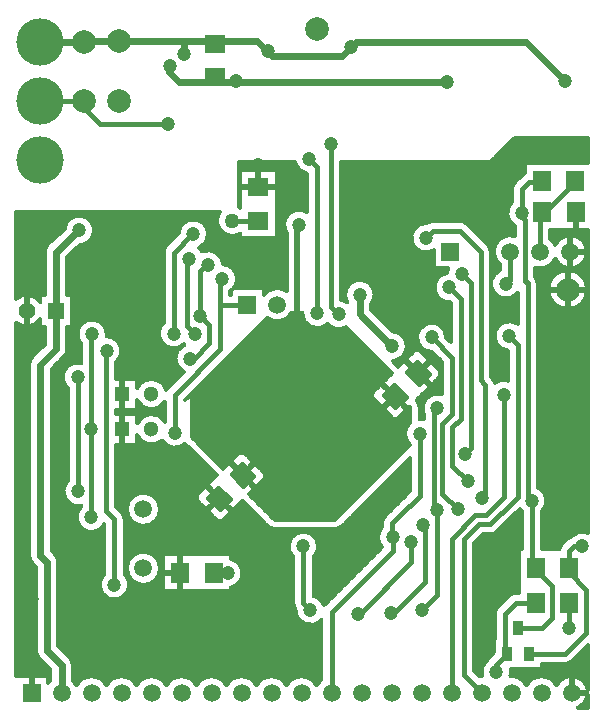
<source format=gbl>
%FSLAX43Y43*%
%MOMM*%
G71*
G01*
G75*
G04 Layer_Physical_Order=2*
%ADD10C,0.300*%
%ADD11C,0.125*%
%ADD12O,2.000X1.000*%
%ADD13R,2.000X1.000*%
%ADD14R,1.800X1.600*%
%ADD15R,1.600X1.800*%
%ADD16R,0.600X2.150*%
%ADD17R,0.600X2.150*%
%ADD18R,1.450X0.550*%
%ADD19R,1.450X0.550*%
%ADD20R,0.600X2.200*%
%ADD21R,0.600X2.200*%
%ADD22R,0.600X1.700*%
%ADD23R,0.600X1.700*%
%ADD24C,0.400*%
%ADD25C,0.500*%
%ADD26R,1.400X1.400*%
%ADD27C,1.400*%
%ADD28C,4.000*%
%ADD29C,2.000*%
%ADD30C,1.500*%
%ADD31R,1.500X1.500*%
%ADD32R,1.300X1.300*%
%ADD33C,1.300*%
%ADD34C,1.200*%
%ADD35C,1.270*%
%ADD36R,0.850X1.300*%
%ADD37C,0.600*%
D10*
X34150Y29964D02*
G03*
X34125Y28108I825J-939D01*
G01*
X27156Y38306D02*
G03*
X28698Y38027I944J819D01*
G01*
X25031Y39275D02*
G03*
X27156Y38306I1247J-79D01*
G01*
X22068Y38818D02*
G03*
X24143Y39275I841J1119D01*
G01*
X3690Y8128D02*
G03*
X3500Y7913I950J-1028D01*
G01*
X2475Y10650D02*
G03*
X2753Y9978I950J0D01*
G01*
X2475Y10650D02*
G03*
X2753Y9978I950J0D01*
G01*
X1900Y18700D02*
G03*
X2178Y18028I950J0D01*
G01*
X1900Y18700D02*
G03*
X2178Y18028I950J0D01*
G01*
X5910Y7689D02*
G03*
X5590Y8128I-1270J-589D01*
G01*
X8450Y7689D02*
G03*
X5910Y7689I-1270J-589D01*
G01*
X5590Y9435D02*
G03*
X5312Y10107I-950J0D01*
G01*
X5590Y9435D02*
G03*
X5312Y10107I-950J0D01*
G01*
X8275Y17142D02*
G03*
X10375Y16225I850J-917D01*
G01*
X4375Y18125D02*
G03*
X4097Y18797I-950J0D01*
G01*
X4375Y18125D02*
G03*
X4097Y18797I-950J0D01*
G01*
X10375Y16225D02*
G03*
X9975Y17142I-1250J0D01*
G01*
X6325Y22867D02*
G03*
X8275Y21356I850J-917D01*
G01*
X5162Y25005D02*
G03*
X6325Y22906I888J-880D01*
G01*
X9975Y21775D02*
G03*
X9726Y22376I-850J0D01*
G01*
X9975Y21775D02*
G03*
X9726Y22376I-850J0D01*
G01*
X10990Y7689D02*
G03*
X8450Y7689I-1270J-589D01*
G01*
X13530Y7689D02*
G03*
X10990Y7689I-1270J-589D01*
G01*
X16070D02*
G03*
X13530Y7689I-1270J-589D01*
G01*
X18610D02*
G03*
X16070Y7689I-1270J-589D01*
G01*
X21150D02*
G03*
X18610Y7689I-1270J-589D01*
G01*
X23690D02*
G03*
X21150Y7689I-1270J-589D01*
G01*
X18963Y15978D02*
G03*
X19950Y17200I-263J1222D01*
G01*
X12975Y17617D02*
G03*
X12975Y17617I-1400J0D01*
G01*
Y22617D02*
G03*
X12975Y22617I-1400J0D01*
G01*
X19950Y17200D02*
G03*
X18963Y18422I-1250J0D01*
G01*
X2178Y35547D02*
G03*
X1900Y34875I672J-672D01*
G01*
X2178Y35547D02*
G03*
X1900Y34875I672J-672D01*
G01*
X4860Y35542D02*
G03*
X5139Y36214I-672J672D01*
G01*
X4860Y35542D02*
G03*
X5139Y36214I-672J672D01*
G01*
X6325Y35007D02*
G03*
X5162Y32872I-325J-1207D01*
G01*
X9275Y35086D02*
G03*
X9700Y36025I-825J939D01*
G01*
X800Y38417D02*
G03*
X2839Y38726I889J1016D01*
G01*
Y40140D02*
G03*
X800Y40450I-1150J-707D01*
G01*
X8475Y37450D02*
G03*
X6325Y36583I-1250J0D01*
G01*
X9700Y36025D02*
G03*
X8463Y37275I-1250J0D01*
G01*
G03*
X8475Y37450I-1238J175D01*
G01*
X3549Y45141D02*
G03*
X3239Y44439I640J-702D01*
G01*
X3550Y45142D02*
G03*
X3239Y44439I639J-703D01*
G01*
X7400Y46225D02*
G03*
X4910Y46380I-1250J0D01*
G01*
X6189Y44976D02*
G03*
X7400Y46225I-39J1249D01*
G01*
X11058Y28888D02*
G03*
X13164Y28456I1200J500D01*
G01*
X13400Y30009D02*
G03*
X11058Y29888I-1142J-621D01*
G01*
X13164Y28456D02*
G03*
X15105Y28164I1086J619D01*
G01*
X11058Y31863D02*
G03*
X13400Y31742I1200J500D01*
G01*
X13504Y32733D02*
G03*
X11058Y32863I-1246J-370D01*
G01*
X13649Y32926D02*
G03*
X13504Y32733I601J-601D01*
G01*
X13649Y32926D02*
G03*
X13504Y32733I601J-601D01*
G01*
X15052Y36532D02*
G03*
X14975Y34252I473J-1157D01*
G01*
X13275Y38417D02*
G03*
X14988Y36595I850J-917D01*
G01*
X18970Y41103D02*
G03*
X19220Y41337I-720J1022D01*
G01*
G03*
X19500Y42125I-970J788D01*
G01*
X13524Y44951D02*
G03*
X13275Y44350I601J-601D01*
G01*
X13524Y44951D02*
G03*
X13275Y44350I601J-601D01*
G01*
X16552Y44435D02*
G03*
X16288Y44749I-1077J-635D01*
G01*
G03*
X17050Y45900I-488J1151D01*
G01*
G03*
X14553Y45980I-1250J0D01*
G01*
X18323Y43373D02*
G03*
X16552Y44435I-1248J-73D01*
G01*
X19500Y42125D02*
G03*
X18323Y43373I-1250J0D01*
G01*
X18022Y47750D02*
G03*
X19768Y45953I1078J-700D01*
G01*
X24275Y14650D02*
G03*
X24451Y14132I850J0D01*
G01*
X24275Y14650D02*
G03*
X24451Y14132I850J0D01*
G01*
X26230Y7689D02*
G03*
X23690Y7689I-1270J-589D01*
G01*
X26650Y8212D02*
G03*
X26230Y7689I850J-1112D01*
G01*
X24451Y14132D02*
G03*
X26650Y13263I1249J-57D01*
G01*
X26875Y14501D02*
G03*
X25975Y15294I-1175J-426D01*
G01*
X26375Y19475D02*
G03*
X24275Y18558I-1250J0D01*
G01*
X25975D02*
G03*
X26375Y19475I-850J917D01*
G01*
X40258Y8499D02*
G03*
X40014Y8488I-58J-1399D01*
G01*
X40701Y9875D02*
G03*
X40258Y8499I749J-1000D01*
G01*
X40849Y10075D02*
G03*
X40701Y9875I601J-601D01*
G01*
X40849Y10075D02*
G03*
X40701Y9875I601J-601D01*
G01*
X22108Y21160D02*
G03*
X22675Y20925I567J565D01*
G01*
X22109Y21159D02*
G03*
X22675Y20925I566J566D01*
G01*
X27800D02*
G03*
X28367Y21160I0J800D01*
G01*
X27800Y20925D02*
G03*
X28366Y21159I0J800D01*
G01*
X31780Y21110D02*
G03*
X31772Y19399I907J-860D01*
G01*
X32029Y22031D02*
G03*
X31780Y21430I601J-601D01*
G01*
X32029Y22031D02*
G03*
X31780Y21430I601J-601D01*
G01*
X34950Y31292D02*
G03*
X34716Y31858I-800J0D01*
G01*
X34950Y31292D02*
G03*
X34716Y31858I-800J0D01*
G01*
X35300Y30232D02*
G03*
X34950Y30275I-325J-1207D01*
G01*
X36850Y32359D02*
G03*
X35301Y30684I-400J-1184D01*
G01*
X41331Y33329D02*
G03*
X41101Y33751I-831J-179D01*
G01*
X42641Y8497D02*
G03*
X42700Y8875I-1191J378D01*
G01*
X41574Y14376D02*
G03*
X41325Y13775I601J-601D01*
G01*
X42700Y8875D02*
G03*
X42684Y9073I-1250J0D01*
G01*
X41574Y14376D02*
G03*
X41325Y13775I601J-601D01*
G01*
X44010Y7689D02*
G03*
X42641Y8497I-1270J-589D01*
G01*
X46550Y7689D02*
G03*
X44010Y7689I-1270J-589D01*
G01*
X43093Y15543D02*
G03*
X42492Y15294I0J-850D01*
G01*
X43093Y15543D02*
G03*
X42492Y15294I0J-850D01*
G01*
X40950Y20500D02*
G03*
X41551Y20749I0J850D01*
G01*
X40950Y20500D02*
G03*
X41551Y20749I0J850D01*
G01*
X48340Y5800D02*
G03*
X49200Y6864I-520J1300D01*
G01*
Y7336D02*
G03*
X46550Y7689I-1380J-236D01*
G01*
X47273Y9523D02*
G03*
X47874Y9772I0J850D01*
G01*
X46999Y19676D02*
G03*
X46765Y19232I601J-601D01*
G01*
X46999Y19676D02*
G03*
X46765Y19232I601J-601D01*
G01*
X47783Y20297D02*
G03*
X47399Y20076I217J-822D01*
G01*
X47783Y20297D02*
G03*
X47399Y20076I217J-822D01*
G01*
X47273Y9523D02*
G03*
X47874Y9772I0J850D01*
G01*
X49200Y20631D02*
G03*
X47783Y20297I-475J-1156D01*
G01*
X43430Y22628D02*
G03*
X43600Y22433I1020J722D01*
G01*
X45700Y23350D02*
G03*
X44950Y24496I-1250J0D01*
G01*
X41331Y33329D02*
G03*
X41101Y33751I-831J-179D01*
G01*
X42450Y33517D02*
G03*
X41331Y33329I-375J-1192D01*
G01*
X45300Y22433D02*
G03*
X45700Y23350I-850J917D01*
G01*
X32680Y35176D02*
G03*
X33875Y36425I-56J1249D01*
G01*
X28846Y40128D02*
G03*
X28325Y40355I-746J-1003D01*
G01*
X33875Y36425D02*
G03*
X32695Y37673I-1250J0D01*
G01*
X23700Y41093D02*
G03*
X21770Y40750I-790J-1156D01*
G01*
X30850Y39988D02*
G03*
X31150Y40800I-950J812D01*
G01*
G03*
X28846Y40128I-1250J0D01*
G01*
X37225Y37175D02*
G03*
X36022Y35926I-1250J0D01*
G01*
X37278Y42634D02*
G03*
X37522Y40151I197J-1234D01*
G01*
X37365Y43016D02*
G03*
X37278Y42634I1160J-466D01*
G01*
X40975Y44425D02*
G03*
X40726Y45026I-850J0D01*
G01*
X40975Y44425D02*
G03*
X40726Y45026I-850J0D01*
G01*
X25429Y47775D02*
G03*
X23700Y46047I-679J-1050D01*
G01*
X24400Y52025D02*
G03*
X25429Y51040I1225J250D01*
G01*
X35527Y46850D02*
G03*
X36167Y44543I-27J-1250D01*
G01*
X36075Y47050D02*
G03*
X35527Y46850I0J-850D01*
G01*
X36075Y47050D02*
G03*
X35527Y46850I0J-850D01*
G01*
X38951Y46801D02*
G03*
X38350Y47050I-601J-601D01*
G01*
X38951Y46801D02*
G03*
X38350Y47050I-601J-601D01*
G01*
X43250Y38329D02*
G03*
X42450Y36047I-700J-1036D01*
G01*
X41781Y42858D02*
G03*
X43250Y40950I469J-1158D01*
G01*
X44950Y41775D02*
G03*
X44750Y42323I-850J0D01*
G01*
X44950Y41775D02*
G03*
X44750Y42323I-850J0D01*
G01*
Y43086D02*
G03*
X46457Y43826I437J1330D01*
G01*
X49150Y41225D02*
G03*
X49150Y41225I-1650J0D01*
G01*
X43050Y45756D02*
G03*
X41785Y43312I-403J-1341D01*
G01*
X42775Y48617D02*
G03*
X43050Y46590I850J-917D01*
G01*
X43024Y50301D02*
G03*
X42775Y49700I601J-601D01*
G01*
X43024Y50301D02*
G03*
X42775Y49700I601J-601D01*
G01*
X46457Y45005D02*
G03*
X46037Y45528I-1270J-589D01*
G01*
X46457Y43826D02*
G03*
X49127Y44416I1270J589D01*
G01*
G03*
X46457Y45005I-1400J0D01*
G01*
X43888Y51084D02*
G03*
X43631Y50907I344J-777D01*
G01*
X43888Y51084D02*
G03*
X43631Y50907I344J-777D01*
G01*
X33958Y31100D02*
X34150D01*
X33858Y31000D02*
X34150D01*
X33758Y30900D02*
X34150D01*
X33658Y30800D02*
X34150D01*
X32500Y34026D02*
Y34225D01*
X33558Y30700D02*
X34150D01*
X32917Y30060D02*
X34150Y31292D01*
Y29964D02*
Y31292D01*
X34100Y29918D02*
Y31242D01*
X34000Y29807D02*
Y31142D01*
X33900Y29663D02*
Y31042D01*
X33800Y29451D02*
Y30942D01*
X33700Y27625D02*
Y30842D01*
X33600Y27525D02*
Y30742D01*
X32200Y33726D02*
Y34525D01*
X28698Y38027D02*
X32599Y34126D01*
X32400Y33926D02*
Y34325D01*
X32300Y33826D02*
Y34425D01*
X32000Y33526D02*
Y34725D01*
X31900Y33426D02*
Y34825D01*
X32100Y33626D02*
Y34625D01*
X30725Y32252D02*
X32599Y34126D01*
X30725Y32252D02*
X32917Y30060D01*
X32100Y26025D02*
Y30877D01*
X32000Y25925D02*
Y30977D01*
X32200Y26125D02*
Y30777D01*
X33458Y30600D02*
X34150D01*
X33358Y30500D02*
X34150D01*
X33258Y30400D02*
X34150D01*
X33158Y30300D02*
X34150D01*
X33058Y30200D02*
X34150D01*
X34100Y28025D02*
Y28132D01*
X34000Y27925D02*
Y28243D01*
X33500Y27425D02*
Y30642D01*
X33400Y27325D02*
Y30542D01*
X33900Y27825D02*
Y28387D01*
X33800Y27725D02*
Y28599D01*
X33300Y27225D02*
Y30442D01*
X33200Y27125D02*
Y30342D01*
X33100Y27025D02*
Y30242D01*
X32777Y30200D02*
X33058D01*
X32677Y30300D02*
X33158D01*
X33000Y26925D02*
Y30142D01*
X32958Y30100D02*
X34150D01*
X32800Y26725D02*
Y30177D01*
X32700Y26625D02*
Y30277D01*
X32900Y26825D02*
Y30077D01*
X32400Y26325D02*
Y30577D01*
X32300Y26225D02*
Y30677D01*
X32600Y26525D02*
Y30377D01*
X32500Y26425D02*
Y30477D01*
X21527Y26000D02*
X32075D01*
X21427Y26100D02*
X32175D01*
X21627Y25900D02*
X31975D01*
X24143Y39275D02*
X25031D01*
X24100Y39200D02*
X25029D01*
X27034Y38200D02*
X27259D01*
X23565Y38700D02*
X25132D01*
X24032Y39100D02*
X25033D01*
X23950Y39000D02*
X25044D01*
X23850Y38900D02*
X25064D01*
X23726Y38800D02*
X25093D01*
X28348Y37900D02*
X28825D01*
X30900Y32426D02*
Y35825D01*
X30800Y32326D02*
Y35925D01*
X26879Y38100D02*
X27385D01*
X26641Y38000D02*
X27555D01*
X23324Y38600D02*
X25180D01*
X21750Y38500D02*
X25241D01*
X21650Y38400D02*
X25315D01*
X21550Y38300D02*
X25408D01*
X21950Y38700D02*
X22254D01*
X21850Y38600D02*
X22495D01*
X22000Y25527D02*
Y38750D01*
X21900Y25627D02*
Y38650D01*
X21800Y25727D02*
Y38550D01*
X21450Y38200D02*
X25524D01*
X21700Y25827D02*
Y38450D01*
X21600Y25927D02*
Y38350D01*
X21500Y26027D02*
Y38250D01*
X31700Y33226D02*
Y35025D01*
X31600Y33126D02*
Y35125D01*
X31900Y25825D02*
Y31077D01*
X31800Y33326D02*
Y34925D01*
X31300Y32826D02*
Y35425D01*
X31200Y32726D02*
Y35525D01*
X31500Y33026D02*
Y35225D01*
X31400Y32926D02*
Y35325D01*
X31600Y25525D02*
Y31377D01*
X31500Y25425D02*
Y31477D01*
X31800Y25725D02*
Y31177D01*
X31700Y25625D02*
Y31277D01*
X31300Y25225D02*
Y31677D01*
X31200Y25125D02*
Y31777D01*
X31400Y25325D02*
Y31577D01*
X31100Y32626D02*
Y35625D01*
X21727Y25800D02*
X31875D01*
X21927Y25600D02*
X31675D01*
X21827Y25700D02*
X31775D01*
X31000Y32526D02*
Y35725D01*
X30900Y32077D02*
Y32426D01*
X30800Y32177D02*
Y32326D01*
X22027Y25500D02*
X31575D01*
X22058Y25400D02*
X31475D01*
X21958Y25300D02*
X31375D01*
X21858Y25200D02*
X31275D01*
X22000Y25342D02*
Y25527D01*
X21900Y25242D02*
Y25627D01*
X21758Y25100D02*
X31175D01*
X29700Y23625D02*
Y37025D01*
X29600Y23525D02*
Y37125D01*
X29900Y23825D02*
Y36825D01*
X29800Y23725D02*
Y36925D01*
X29300Y23225D02*
Y37425D01*
X29200Y23125D02*
Y37525D01*
X29500Y23425D02*
Y37225D01*
X29400Y23325D02*
Y37325D01*
X28900Y22825D02*
Y37825D01*
X28800Y22725D02*
Y37925D01*
X29100Y23025D02*
Y37625D01*
X29000Y22925D02*
Y37725D01*
X28700Y22625D02*
Y38025D01*
X28600Y22525D02*
Y37979D01*
X28500Y22425D02*
Y37941D01*
X28400Y22325D02*
Y37911D01*
X28300Y22225D02*
Y37891D01*
X28200Y22125D02*
Y37879D01*
X28100Y22025D02*
Y37875D01*
X28000Y21925D02*
Y37879D01*
X27900Y21825D02*
Y37891D01*
X27800Y21725D02*
Y37912D01*
X27500Y21725D02*
Y38028D01*
X27400Y21725D02*
Y38089D01*
X27700Y21725D02*
Y37941D01*
X27600Y21725D02*
Y37979D01*
X27200Y21725D02*
Y38258D01*
X27100Y21725D02*
Y38254D01*
X27300Y21725D02*
Y38165D01*
X30900Y24825D02*
Y32077D01*
X30800Y24725D02*
Y32177D01*
X31100Y25025D02*
Y31877D01*
X31000Y24925D02*
Y31977D01*
X30500Y24425D02*
Y36225D01*
X30400Y24325D02*
Y36325D01*
X30700Y24625D02*
Y36025D01*
X30600Y24525D02*
Y36125D01*
X30200Y24125D02*
Y36525D01*
X30100Y24025D02*
Y36625D01*
X30300Y24225D02*
Y36425D01*
X27800Y21725D02*
X34125Y28050D01*
X30000Y23925D02*
Y36725D01*
X22600Y21800D02*
X27875D01*
X22675Y21725D02*
X27800D01*
X21658Y25000D02*
X31075D01*
X21558Y24900D02*
X30975D01*
X21500Y22900D02*
X28975D01*
X21458Y24800D02*
X30875D01*
X21700Y22700D02*
X28775D01*
X21600Y22800D02*
X28875D01*
X21800Y22600D02*
X28675D01*
X22000Y22400D02*
X28475D01*
X21900Y22500D02*
X28575D01*
X22200Y22200D02*
X28275D01*
X22100Y22300D02*
X28375D01*
X22400Y22000D02*
X28075D01*
X22300Y22100D02*
X28175D01*
X22500Y21900D02*
X27975D01*
X25000Y21725D02*
Y39275D01*
X24900Y21725D02*
Y39275D01*
X25200Y21725D02*
Y38565D01*
X25100Y21725D02*
Y38781D01*
X24800Y21725D02*
Y39275D01*
X24700Y21725D02*
Y39275D01*
X24600Y21725D02*
Y39275D01*
X24500Y21725D02*
Y39275D01*
X24400Y21725D02*
Y39275D01*
X24300Y21725D02*
Y39275D01*
X24200Y21725D02*
Y39275D01*
X24100Y21725D02*
Y39200D01*
X24000Y21725D02*
Y39059D01*
X23900Y21725D02*
Y38947D01*
X23800Y21725D02*
Y38857D01*
X23700Y21725D02*
Y38781D01*
X23600Y21725D02*
Y38719D01*
X23500Y21725D02*
Y38668D01*
X22400Y22000D02*
Y38633D01*
X22200Y22200D02*
Y38730D01*
X22100Y22300D02*
Y38795D01*
X22300Y22100D02*
Y38677D01*
X23400Y21725D02*
Y38626D01*
X23300Y21725D02*
Y38592D01*
X23200Y21725D02*
Y38567D01*
X23100Y21725D02*
Y38550D01*
X23000Y21725D02*
Y38540D01*
X22900Y21725D02*
Y38537D01*
X22800Y21725D02*
Y38541D01*
X27000Y21725D02*
Y38175D01*
X26900Y21725D02*
Y38111D01*
X26800Y21725D02*
Y38060D01*
X26700Y21725D02*
Y38019D01*
X26600Y21725D02*
Y37988D01*
X26500Y21725D02*
Y37966D01*
X26400Y21725D02*
Y37952D01*
X26300Y21725D02*
Y37946D01*
X26200Y21725D02*
Y37949D01*
X26100Y21725D02*
Y37959D01*
X26000Y21725D02*
Y37978D01*
X25800Y21725D02*
Y38042D01*
X25700Y21725D02*
Y38088D01*
X25900Y21725D02*
Y38005D01*
X22000Y22400D02*
Y25342D01*
X21900Y22500D02*
Y25242D01*
X21800Y22600D02*
Y25142D01*
X21700Y22700D02*
Y25042D01*
X21600Y22800D02*
Y24942D01*
X21500Y22900D02*
Y24842D01*
X21400Y23000D02*
Y24742D01*
X25400Y21725D02*
Y38307D01*
X25300Y21725D02*
Y38419D01*
X25600Y21725D02*
Y38147D01*
X25500Y21725D02*
Y38219D01*
X22700Y21725D02*
Y38553D01*
X22600Y21800D02*
Y38572D01*
X22500Y21900D02*
Y38598D01*
X18050Y34800D02*
X31925D01*
X17950Y34700D02*
X32025D01*
X17850Y34600D02*
X32125D01*
X17750Y34500D02*
X32225D01*
X18450Y35200D02*
X31525D01*
X18350Y35100D02*
X31625D01*
X18250Y35000D02*
X31725D01*
X18150Y34900D02*
X31825D01*
X17550Y34300D02*
X32425D01*
X17450Y34200D02*
X32525D01*
X17350Y34100D02*
X32574D01*
X17250Y34000D02*
X32474D01*
X17650Y34400D02*
X32325D01*
X17150Y33900D02*
X32374D01*
X17050Y33800D02*
X32274D01*
X16950Y33700D02*
X32174D01*
X16850Y33600D02*
X32074D01*
X16750Y33500D02*
X31974D01*
X16650Y33400D02*
X31874D01*
X16550Y33300D02*
X31774D01*
X16450Y33200D02*
X31674D01*
X16350Y33100D02*
X31574D01*
X15675Y31100D02*
X31877D01*
X15675Y31000D02*
X31977D01*
X15675Y30900D02*
X32077D01*
X15675Y30800D02*
X32177D01*
X15675Y31400D02*
X31577D01*
X15675Y31300D02*
X31677D01*
X15675Y31200D02*
X31777D01*
X15675Y30300D02*
X32677D01*
X15675Y30200D02*
X32777D01*
X15800Y28600D02*
X33800D01*
X15675Y30100D02*
X32877D01*
X15675Y30700D02*
X32277D01*
X15675Y30600D02*
X32377D01*
X15675Y30500D02*
X32477D01*
X15675Y30400D02*
X32577D01*
X16200Y28200D02*
X34036D01*
X16100Y28300D02*
X33957D01*
X16500Y27900D02*
X33975D01*
X16400Y28000D02*
X34075D01*
X16000Y28400D02*
X33893D01*
X15900Y28500D02*
X33841D01*
X16600Y27800D02*
X33875D01*
X15675Y30000D02*
X34150D01*
X15675Y29900D02*
X34082D01*
X15675Y29800D02*
X33994D01*
X15675Y29700D02*
X33923D01*
X15675Y29600D02*
X33865D01*
X15675Y29500D02*
X33819D01*
X15675Y29400D02*
X33783D01*
X15675Y29300D02*
X33756D01*
X15675Y29200D02*
X33737D01*
X15675Y29100D02*
X33727D01*
X15700Y28700D02*
X33768D01*
X15675Y29000D02*
X33725D01*
X15675Y28900D02*
X33731D01*
X15675Y28800D02*
X33745D01*
X20950Y37700D02*
X29025D01*
X20850Y37600D02*
X29125D01*
X20750Y37500D02*
X29225D01*
X20650Y37400D02*
X29325D01*
X21350Y38100D02*
X25678D01*
X21250Y38000D02*
X25916D01*
X21150Y37900D02*
X27852D01*
X21050Y37800D02*
X28925D01*
X20250Y37000D02*
X29725D01*
X20150Y36900D02*
X29825D01*
X20050Y36800D02*
X29925D01*
X19950Y36700D02*
X30025D01*
X20550Y37300D02*
X29425D01*
X20450Y37200D02*
X29525D01*
X20350Y37100D02*
X29625D01*
X19550Y36300D02*
X30425D01*
X19450Y36200D02*
X30525D01*
X19350Y36100D02*
X30625D01*
X19250Y36000D02*
X30725D01*
X19850Y36600D02*
X30125D01*
X19750Y36500D02*
X30225D01*
X19650Y36400D02*
X30325D01*
X18950Y35700D02*
X31025D01*
X18850Y35600D02*
X31125D01*
X18750Y35500D02*
X31225D01*
X18650Y35400D02*
X31325D01*
X19150Y35900D02*
X30825D01*
X15100Y31850D02*
X22068Y38818D01*
X19050Y35800D02*
X30925D01*
X18550Y35300D02*
X31425D01*
X16250Y33000D02*
X31474D01*
X16150Y32900D02*
X31374D01*
X16050Y32800D02*
X31274D01*
X15950Y32700D02*
X31174D01*
X15900Y28500D02*
Y32650D01*
X15850Y32600D02*
X31074D01*
X15800Y28600D02*
Y32550D01*
X16600Y27800D02*
Y33350D01*
X16500Y27900D02*
Y33250D01*
X16400Y28000D02*
Y33150D01*
X16300Y28100D02*
Y33050D01*
X16200Y28200D02*
Y32950D01*
X16100Y28300D02*
Y32850D01*
X16000Y28400D02*
Y32750D01*
X15750Y32500D02*
X30974D01*
X15650Y32400D02*
X30874D01*
X15675Y32000D02*
X30977D01*
X15675Y31900D02*
X31077D01*
X15675Y32300D02*
X30774D01*
X15675Y32200D02*
X30777D01*
X15675Y32100D02*
X30877D01*
X15675Y31800D02*
X31177D01*
X15675Y31700D02*
X31277D01*
X15675Y31600D02*
X31377D01*
X15675Y31500D02*
X31477D01*
X15700Y28700D02*
Y32450D01*
X15100Y31839D02*
X15650Y32375D01*
X15675Y28725D02*
Y32375D01*
X20827Y26700D02*
X32775D01*
X20727Y26800D02*
X32875D01*
X21027Y26500D02*
X32575D01*
X20927Y26600D02*
X32675D01*
X21000Y26527D02*
Y37750D01*
X20900Y26627D02*
Y37650D01*
X20800Y26727D02*
Y37550D01*
X20700Y26827D02*
Y37450D01*
X21400Y26127D02*
Y38150D01*
X21127Y26400D02*
X32475D01*
X21327Y26200D02*
X32275D01*
X21227Y26300D02*
X32375D01*
X21300Y26227D02*
Y38050D01*
X21200Y26327D02*
Y37950D01*
X21100Y26427D02*
Y37850D01*
X19927Y27600D02*
X33675D01*
X16700Y27700D02*
X33775D01*
X20127Y27400D02*
X33475D01*
X20027Y27500D02*
X33575D01*
X20327Y27200D02*
X33275D01*
X20227Y27300D02*
X33375D01*
X20427Y27100D02*
X33175D01*
X20527Y27000D02*
X33075D01*
X19900Y27626D02*
X22092Y25434D01*
X20627Y26900D02*
X32975D01*
X20600Y26927D02*
Y37350D01*
X20500Y27027D02*
Y37250D01*
X20400Y27127D02*
Y37150D01*
X21358Y24700D02*
X30775D01*
X21258Y24600D02*
X30675D01*
X21158Y24500D02*
X30575D01*
X21058Y24400D02*
X30475D01*
X21000Y23400D02*
Y24342D01*
X20958Y24300D02*
X30375D01*
X21000Y23400D02*
X29475D01*
X20858Y24200D02*
X30275D01*
X21200Y23200D02*
X29275D01*
X21100Y23300D02*
X29375D01*
X21400Y23000D02*
X29075D01*
X21300Y23100D02*
X29175D01*
X21300Y23100D02*
Y24642D01*
X21200Y23200D02*
Y24542D01*
X21100Y23300D02*
Y24442D01*
X20758Y24100D02*
X30175D01*
X20658Y24000D02*
X30075D01*
X20600Y23800D02*
X29875D01*
X20558Y23900D02*
X29975D01*
X20529Y23871D02*
X22092Y25434D01*
X20600Y23800D02*
Y23942D01*
X20700Y23700D02*
X29775D01*
X20529Y23871D02*
X22675Y21725D01*
X20900Y23500D02*
X29575D01*
X20800Y23600D02*
X29675D01*
X20900Y23500D02*
Y24242D01*
X20800Y23600D02*
Y24142D01*
X20700Y23700D02*
Y24042D01*
X20300Y27227D02*
Y37050D01*
X20200Y27327D02*
Y36950D01*
X20100Y27427D02*
Y36850D01*
X20000Y27527D02*
Y36750D01*
X19900Y27626D02*
Y36650D01*
X19800Y27526D02*
Y36550D01*
X19700Y27426D02*
Y36450D01*
X19600Y27326D02*
Y36350D01*
X19500Y27226D02*
Y36250D01*
X19400Y27126D02*
Y36150D01*
X19300Y27026D02*
Y36050D01*
X19200Y26926D02*
Y35950D01*
X19100Y26826D02*
Y35850D01*
X19000Y26726D02*
Y35750D01*
X18900Y26626D02*
Y35650D01*
X18800Y26526D02*
Y35550D01*
X18700Y26426D02*
Y35450D01*
X17900Y26500D02*
Y34650D01*
X17800Y26600D02*
Y34550D01*
X17700Y26700D02*
Y34450D01*
X17600Y26800D02*
Y34350D01*
X17500Y26900D02*
Y34250D01*
X18600Y26326D02*
Y35350D01*
X18500Y26226D02*
Y35250D01*
X18400Y26126D02*
Y35150D01*
X18300Y26100D02*
Y35050D01*
X18200Y26200D02*
Y34950D01*
X18100Y26300D02*
Y34850D01*
X18000Y26400D02*
Y34750D01*
X19774Y27500D02*
X20027D01*
X19674Y27400D02*
X20127D01*
X17500Y26900D02*
X19174D01*
X17400Y27000D02*
X19274D01*
X17600Y26800D02*
X19074D01*
X17400Y27000D02*
Y34150D01*
X17700Y26700D02*
X18974D01*
X18337Y26063D02*
X19900Y27626D01*
X17900Y26500D02*
X18774D01*
X17800Y26600D02*
X18874D01*
X18100Y26300D02*
X18574D01*
X18000Y26400D02*
X18674D01*
X18200Y26200D02*
X18474D01*
X17000Y27400D02*
Y33750D01*
X16800Y27600D02*
X19874D01*
X17000Y27400D02*
X19674D01*
X16900Y27500D02*
X19774D01*
X16900Y27500D02*
Y33650D01*
X16800Y27600D02*
Y33550D01*
X16700Y27700D02*
Y33450D01*
X17100Y27300D02*
X19574D01*
X15675Y28725D02*
X18337Y26063D01*
X17300Y27100D02*
X19374D01*
X17200Y27200D02*
X19474D01*
X17300Y27100D02*
Y34050D01*
X17200Y27200D02*
Y33950D01*
X17100Y27300D02*
Y33850D01*
X800Y10300D02*
X2542D01*
X800Y10400D02*
X2509D01*
X800Y10500D02*
X2487D01*
X800Y10600D02*
X2476D01*
X800Y10700D02*
X2475D01*
X800Y10800D02*
X2475D01*
X800Y10900D02*
X2475D01*
X800Y11000D02*
X2475D01*
X2500Y8500D02*
Y10434D01*
X800Y11100D02*
X2475D01*
X800Y11200D02*
X2475D01*
X800Y11300D02*
X2475D01*
X800Y11400D02*
X2475D01*
X800Y11500D02*
X2475D01*
X800Y11600D02*
X2475D01*
X800Y11700D02*
X2475D01*
X800Y11800D02*
X2475D01*
X800Y11900D02*
X2475D01*
X800Y12000D02*
X2475D01*
X800Y12100D02*
X2475D01*
X800Y12200D02*
X2475D01*
X800Y12300D02*
X2475D01*
X800Y12400D02*
X2475D01*
X2100Y8500D02*
Y18117D01*
X2000Y8500D02*
Y18276D01*
X2300Y8500D02*
Y17907D01*
X2200Y8500D02*
Y18007D01*
X2475Y10650D02*
Y17732D01*
X2400Y8500D02*
Y17807D01*
X800Y12500D02*
X2475D01*
X800Y12600D02*
X2475D01*
X800Y12700D02*
X2475D01*
X800Y8500D02*
X3500D01*
X800Y8600D02*
X3690D01*
X800Y8700D02*
X3690D01*
X800Y8800D02*
X3690D01*
X800Y9100D02*
X3632D01*
X800Y9200D02*
X3532D01*
X800Y8900D02*
X3690D01*
X800Y9000D02*
X3690D01*
X3200Y8500D02*
Y9532D01*
X3500Y8100D02*
X3660D01*
X3500Y8200D02*
X3690D01*
X3300Y8500D02*
Y9432D01*
X800Y9400D02*
X3332D01*
X800Y9300D02*
X3432D01*
X3400Y8500D02*
Y9332D01*
X800Y9700D02*
X3032D01*
X800Y9800D02*
X2932D01*
X800Y9500D02*
X3232D01*
X800Y9600D02*
X3132D01*
X800Y10100D02*
X2650D01*
X800Y10200D02*
X2588D01*
X800Y9900D02*
X2832D01*
X800Y10000D02*
X2732D01*
X2700Y8500D02*
Y10036D01*
X2600Y8500D02*
Y10179D01*
X2900Y8500D02*
Y9832D01*
X2800Y8500D02*
Y9932D01*
X3100Y8500D02*
Y9632D01*
X2753Y9978D02*
X3690Y9042D01*
X3000Y8500D02*
Y9732D01*
X800Y12800D02*
X2475D01*
X800Y12900D02*
X2475D01*
X800Y13000D02*
X2475D01*
X800Y13100D02*
X2475D01*
X800Y13200D02*
X2475D01*
X800Y13300D02*
X2475D01*
X800Y13400D02*
X2475D01*
X800Y13500D02*
X2475D01*
X800Y13600D02*
X2475D01*
X800Y13700D02*
X2475D01*
X800Y13800D02*
X2475D01*
X800Y13900D02*
X2475D01*
X800Y14000D02*
X2475D01*
X800Y14100D02*
X2475D01*
X800Y14200D02*
X2475D01*
X800Y14300D02*
X2475D01*
X800Y17800D02*
X2407D01*
X800Y17900D02*
X2307D01*
X800Y14400D02*
X2475D01*
X800Y14500D02*
X2475D01*
X800Y18200D02*
X2042D01*
X800Y18300D02*
X1988D01*
X800Y18000D02*
X2207D01*
X800Y18100D02*
X2114D01*
X800Y18400D02*
X1949D01*
X800Y18500D02*
X1921D01*
X800Y18600D02*
X1905D01*
X800Y18700D02*
X1900D01*
X800Y18800D02*
X1900D01*
X800Y18900D02*
X1900D01*
X800Y19000D02*
X1900D01*
X800Y14600D02*
X2475D01*
X800Y14700D02*
X2475D01*
X800Y14800D02*
X2475D01*
X800Y14900D02*
X2475D01*
X800Y15000D02*
X2475D01*
X800Y15100D02*
X2475D01*
X800Y15200D02*
X2475D01*
X800Y15300D02*
X2475D01*
X800Y15400D02*
X2475D01*
X800Y15500D02*
X2475D01*
X800Y15600D02*
X2475D01*
X800Y15700D02*
X2475D01*
X800Y15800D02*
X2475D01*
X800Y15900D02*
X2475D01*
X800Y16000D02*
X2475D01*
X800Y16100D02*
X2475D01*
X800Y16200D02*
X2475D01*
X800Y16300D02*
X2475D01*
X800Y16400D02*
X2475D01*
X800Y16500D02*
X2475D01*
X800Y16600D02*
X2475D01*
X800Y16700D02*
X2475D01*
X800Y16800D02*
X2475D01*
X800Y16900D02*
X2475D01*
X800Y17000D02*
X2475D01*
X800Y17100D02*
X2475D01*
X800Y17200D02*
X2475D01*
X800Y17300D02*
X2475D01*
X800Y17400D02*
X2475D01*
X800Y17500D02*
X2475D01*
X800Y17600D02*
X2475D01*
X800Y17700D02*
X2475D01*
X2178Y18028D02*
X2475Y17732D01*
X3500Y8300D02*
X3690D01*
X3500Y7913D02*
Y8500D01*
X5590Y8200D02*
X6314D01*
X3500Y8400D02*
X3690D01*
X3500Y8500D02*
X3690D01*
X5590Y8300D02*
X6459D01*
X5590Y8400D02*
X6660D01*
X5852Y7800D02*
X5968D01*
X5789Y7900D02*
X6031D01*
X8392Y7800D02*
X8508D01*
X5712Y8000D02*
X6108D01*
X5620Y8100D02*
X6200D01*
X8329Y7900D02*
X8571D01*
X5590Y8500D02*
X7165D01*
X3600Y8037D02*
Y9132D01*
X3500Y8500D02*
Y9232D01*
X3690Y8128D02*
Y9042D01*
X4375Y11044D02*
X5312Y10107D01*
X4375Y11044D02*
Y18125D01*
Y15200D02*
X8410D01*
X4375Y15300D02*
X8284D01*
X8300Y7940D02*
Y15286D01*
X8200Y8059D02*
Y15384D01*
X8400Y7787D02*
Y15207D01*
X8500Y7787D02*
Y15143D01*
X5590Y8128D02*
Y9435D01*
X8100Y8155D02*
Y15510D01*
X7900Y8301D02*
Y15977D01*
X8000Y8235D02*
Y15680D01*
X8252Y8000D02*
X8648D01*
X8600Y7940D02*
Y15091D01*
X8160Y8100D02*
X8740D01*
X8046Y8200D02*
X8854D01*
X7901Y8300D02*
X8999D01*
X4375Y15000D02*
X8877D01*
X7700Y8400D02*
X9200D01*
X7195Y8500D02*
X9705D01*
X8800Y8155D02*
Y15018D01*
X8900Y8235D02*
Y14995D01*
X9000Y8301D02*
Y14981D01*
X9100Y8355D02*
Y14975D01*
X9200Y8400D02*
Y14977D01*
X9300Y8435D02*
Y14987D01*
X9400Y8463D02*
Y15006D01*
X9500Y8483D02*
Y15033D01*
X8700Y8059D02*
Y15050D01*
X9600Y8495D02*
Y15069D01*
X9700Y8500D02*
Y15115D01*
X9800Y8498D02*
Y15173D01*
X4375Y15100D02*
X8580D01*
X9900Y8488D02*
Y15244D01*
X10000Y8472D02*
Y15332D01*
X10700Y8100D02*
Y16525D01*
X10500Y8263D02*
Y16721D01*
X10800Y7991D02*
Y16451D01*
X10900Y7854D02*
Y16391D01*
X10100Y8447D02*
Y15443D01*
X10200Y8415D02*
Y15587D01*
X10300Y8374D02*
Y15798D01*
X10400Y8324D02*
Y16856D01*
X10600Y8189D02*
Y16613D01*
X4375Y15600D02*
X8043D01*
X4375Y15700D02*
X7991D01*
X4375Y15400D02*
X8186D01*
X4375Y15500D02*
X8107D01*
X4375Y15800D02*
X7950D01*
X4375Y15900D02*
X7918D01*
X4375Y16000D02*
X7895D01*
X4375Y16100D02*
X7881D01*
X4375Y16200D02*
X7875D01*
X4375Y16300D02*
X7877D01*
X4375Y16400D02*
X7887D01*
X4375Y16500D02*
X7906D01*
X4375Y16600D02*
X7933D01*
X4375Y16700D02*
X7969D01*
X4375Y16800D02*
X8015D01*
X4375Y16900D02*
X8073D01*
X4375Y17000D02*
X8144D01*
X4375Y17100D02*
X8232D01*
X4375Y17200D02*
X8275D01*
X4375Y17300D02*
X8275D01*
X4375Y17400D02*
X8275D01*
X4334Y18400D02*
X8275D01*
X4375Y17500D02*
X8275D01*
X4375Y17600D02*
X8275D01*
X4375Y17700D02*
X8275D01*
X4375Y17800D02*
X8275D01*
X4375Y17900D02*
X8275D01*
X4375Y18000D02*
X8275D01*
X4375Y18100D02*
X8275D01*
X4372Y18200D02*
X8275D01*
X4359Y18300D02*
X8275D01*
X10018Y17100D02*
X10274D01*
X9975Y17200D02*
X10239D01*
X10177Y16900D02*
X10373D01*
X9975Y17400D02*
X10192D01*
X9975Y17500D02*
X10180D01*
X9975Y17300D02*
X10212D01*
X9975Y17600D02*
X10175D01*
X10317Y16600D02*
X10613D01*
X10300Y16652D02*
Y17040D01*
X10363Y16400D02*
X10884D01*
X10344Y16500D02*
X10732D01*
X10106Y17000D02*
X10319D01*
X10200Y16863D02*
Y17355D01*
X10281Y16700D02*
X10518D01*
X10235Y16800D02*
X10439D01*
X9975Y17700D02*
X10178D01*
X4298Y18500D02*
X8275D01*
X9975Y17800D02*
X10187D01*
X9975Y17900D02*
X10204D01*
X4248Y18600D02*
X8275D01*
X4181Y18700D02*
X8275D01*
X4094Y18800D02*
X8275D01*
X3994Y18900D02*
X8275D01*
X9975Y18000D02*
X10229D01*
X9975Y18100D02*
X10261D01*
X9975Y18200D02*
X10302D01*
X9975Y18300D02*
X10353D01*
X9975Y18400D02*
X10414D01*
X9975Y18500D02*
X10489D01*
X9975Y18600D02*
X10578D01*
X9975Y18700D02*
X10688D01*
X9975Y18800D02*
X10826D01*
X800Y19100D02*
X1900D01*
X800Y19200D02*
X1900D01*
X800Y19300D02*
X1900D01*
X800Y19400D02*
X1900D01*
X800Y19500D02*
X1900D01*
X800Y19600D02*
X1900D01*
X800Y19700D02*
X1900D01*
X800Y19800D02*
X1900D01*
X800Y19900D02*
X1900D01*
X800Y20000D02*
X1900D01*
X800Y20100D02*
X1900D01*
X800Y20200D02*
X1900D01*
X800Y20300D02*
X1900D01*
X800Y20400D02*
X1900D01*
X800Y20500D02*
X1900D01*
X800Y20600D02*
X1900D01*
X900Y8500D02*
Y38338D01*
X800Y8500D02*
Y38417D01*
X1100Y8500D02*
Y38218D01*
X1000Y8500D02*
Y38272D01*
X800Y20700D02*
X1900D01*
X800Y20800D02*
X1900D01*
X800Y20900D02*
X1900D01*
X800Y21000D02*
X1900D01*
X1200Y8500D02*
Y38175D01*
X1300Y8500D02*
Y38140D01*
X1500Y8500D02*
Y38096D01*
X1400Y8500D02*
Y38114D01*
X1600Y8500D02*
Y38086D01*
X1700Y8500D02*
Y38083D01*
X1900Y18700D02*
Y34875D01*
X1800Y8500D02*
Y38088D01*
X1900Y8500D02*
Y38100D01*
X3800Y19094D02*
X4097Y18797D01*
X3800Y19100D02*
X8275D01*
X3800Y19200D02*
X8275D01*
X3800Y19300D02*
X8275D01*
X3800Y19400D02*
X8275D01*
X3800Y19500D02*
X8275D01*
X3800Y19600D02*
X8275D01*
X3800Y19700D02*
X8275D01*
X3800Y19800D02*
X8275D01*
X3800Y19900D02*
X8275D01*
X3800Y20000D02*
X8275D01*
X3800Y20100D02*
X8275D01*
X3800Y20200D02*
X8275D01*
X3800Y20300D02*
X8275D01*
X3800Y20400D02*
X8275D01*
X3800Y20500D02*
X8275D01*
X800Y21100D02*
X1900D01*
X800Y21200D02*
X1900D01*
X3800Y20600D02*
X8275D01*
X3800Y20700D02*
X8275D01*
X800Y21300D02*
X1900D01*
X800Y21400D02*
X1900D01*
X800Y21500D02*
X1900D01*
X800Y21600D02*
X1900D01*
X3800Y21000D02*
X6363D01*
X3800Y21100D02*
X6259D01*
X3800Y20800D02*
X6685D01*
X3800Y20900D02*
X6497D01*
X3800Y21500D02*
X6009D01*
X3800Y21600D02*
X5975D01*
X3800Y21200D02*
X6175D01*
X3800Y21300D02*
X6107D01*
X3800Y21400D02*
X6053D01*
X800Y21700D02*
X1900D01*
X800Y21800D02*
X1900D01*
X800Y21900D02*
X1900D01*
X800Y22000D02*
X1900D01*
X800Y22100D02*
X1900D01*
X800Y22200D02*
X1900D01*
X800Y22300D02*
X1900D01*
X800Y22400D02*
X1900D01*
X800Y22500D02*
X1900D01*
X800Y22600D02*
X1900D01*
X800Y22700D02*
X1900D01*
X800Y22800D02*
X1900D01*
X800Y22900D02*
X1900D01*
X800Y23000D02*
X1900D01*
X800Y23100D02*
X1900D01*
X800Y23200D02*
X1900D01*
X800Y23300D02*
X1900D01*
X800Y23400D02*
X1900D01*
X800Y23500D02*
X1900D01*
X800Y23600D02*
X1900D01*
X800Y23700D02*
X1900D01*
X800Y23800D02*
X1900D01*
X800Y23900D02*
X1900D01*
X800Y24000D02*
X1900D01*
X800Y24100D02*
X1900D01*
X800Y24200D02*
X1900D01*
X800Y24300D02*
X1900D01*
X800Y24400D02*
X1900D01*
X800Y24500D02*
X1900D01*
X800Y24600D02*
X1900D01*
X800Y24700D02*
X1900D01*
X800Y24800D02*
X1900D01*
X800Y24900D02*
X1900D01*
X3800Y21700D02*
X5950D01*
X3800Y21800D02*
X5934D01*
X3800Y21900D02*
X5926D01*
X3800Y22000D02*
X5926D01*
X3800Y22100D02*
X5934D01*
X3800Y22200D02*
X5950D01*
X3800Y22300D02*
X5975D01*
X3800Y22400D02*
X6009D01*
X3800Y22500D02*
X6052D01*
X3800Y22600D02*
X6107D01*
X3800Y22700D02*
X6175D01*
X3800Y22800D02*
X6258D01*
X3800Y23100D02*
X5335D01*
X3800Y23200D02*
X5209D01*
X3800Y22900D02*
X5802D01*
X3800Y23000D02*
X5505D01*
X800Y25000D02*
X1900D01*
X800Y25100D02*
X1900D01*
X800Y25200D02*
X1900D01*
X800Y25300D02*
X1900D01*
X800Y25400D02*
X1900D01*
X800Y25500D02*
X1900D01*
X800Y25600D02*
X1900D01*
X800Y25700D02*
X1900D01*
X3800Y23400D02*
X5032D01*
X3800Y23600D02*
X4916D01*
X3800Y23300D02*
X5111D01*
X3800Y23500D02*
X4968D01*
X3800Y23700D02*
X4875D01*
X800Y25800D02*
X1900D01*
X3800Y23800D02*
X4843D01*
X3800Y23900D02*
X4820D01*
X3800Y24000D02*
X4806D01*
X5700Y8015D02*
Y22925D01*
X5800Y7884D02*
Y22900D01*
X6000Y7853D02*
Y21524D01*
X5900Y7710D02*
Y22884D01*
X5500Y9839D02*
Y23003D01*
X5600Y8119D02*
Y22959D01*
X6200Y8100D02*
Y21168D01*
X6100Y7991D02*
Y21312D01*
X6400Y8263D02*
Y20969D01*
X6300Y8189D02*
Y21057D01*
X6600Y8374D02*
Y20840D01*
X6500Y8324D02*
Y20898D01*
X6800Y8447D02*
Y20758D01*
X6700Y8415D02*
Y20794D01*
X6900Y8472D02*
Y20731D01*
X7000Y8488D02*
Y20712D01*
X4200Y18675D02*
Y34881D01*
X4300Y18495D02*
Y34981D01*
X4400Y11019D02*
Y35081D01*
X4500Y10919D02*
Y35181D01*
X3800Y19094D02*
Y34481D01*
X3900Y18994D02*
Y34581D01*
X4000Y18894D02*
Y34681D01*
X4100Y18794D02*
Y34781D01*
X5200Y10219D02*
Y23209D01*
X5100Y10319D02*
Y23313D01*
X5400Y10005D02*
Y23057D01*
X5300Y10119D02*
Y23125D01*
X4600Y10819D02*
Y35281D01*
X4700Y10719D02*
Y35381D01*
X5000Y10419D02*
Y23447D01*
X4800Y10619D02*
Y33450D01*
X4900Y10519D02*
Y23635D01*
X7100Y8498D02*
Y20702D01*
X7200Y8500D02*
Y20700D01*
X7300Y8495D02*
Y20706D01*
X7600Y8436D02*
Y20774D01*
X7400Y8483D02*
Y20720D01*
X7500Y8463D02*
Y20743D01*
X3894Y19000D02*
X8275D01*
X7665Y20800D02*
X8275D01*
X7700Y8400D02*
Y20816D01*
X7800Y8355D02*
Y20867D01*
X7900Y16473D02*
Y20932D01*
X8000Y16770D02*
Y21011D01*
X7853Y20900D02*
X8275D01*
X8100Y16940D02*
Y21109D01*
X7987Y21000D02*
X8275D01*
X8091Y21100D02*
X8275D01*
X8200Y17066D02*
Y21234D01*
X8275Y17142D02*
Y21356D01*
X9975Y17142D02*
Y21775D01*
X10000Y17118D02*
Y28088D01*
X8175Y21200D02*
X8275D01*
X9975Y21400D02*
X10884D01*
X9975Y21500D02*
X10732D01*
X10200Y17879D02*
Y22355D01*
X10100Y17007D02*
Y28088D01*
X10400Y18378D02*
Y21856D01*
X10300Y18195D02*
Y22040D01*
X10600Y18622D02*
Y21613D01*
X10500Y18514D02*
Y21721D01*
X10800Y18783D02*
Y21451D01*
X10700Y18710D02*
Y21525D01*
X10900Y18844D02*
Y21391D01*
X3800Y24100D02*
X4800D01*
X3800Y24200D02*
X4802D01*
X3800Y24300D02*
X4812D01*
X3800Y24400D02*
X4831D01*
X3800Y24500D02*
X4858D01*
X3800Y24600D02*
X4894D01*
X3800Y24700D02*
X4940D01*
X3800Y24800D02*
X4998D01*
X6000Y22376D02*
Y22876D01*
X6100Y22588D02*
Y22876D01*
X9275Y22827D02*
X9726Y22376D01*
X6200Y22732D02*
Y22884D01*
X3800Y24900D02*
X5069D01*
X3800Y25000D02*
X5157D01*
X3800Y25100D02*
X5162D01*
X5000Y24803D02*
Y33050D01*
X4900Y24615D02*
Y33206D01*
X3800Y25200D02*
X5162D01*
X3800Y25300D02*
X5162D01*
X3800Y25400D02*
X5162D01*
X3800Y25500D02*
X5162D01*
X3800Y25600D02*
X5162D01*
X3800Y25700D02*
X5162D01*
X9500Y22602D02*
Y28088D01*
X9600Y22502D02*
Y28088D01*
X9700Y22402D02*
Y28088D01*
X9800Y22292D02*
Y28088D01*
X5100Y24937D02*
Y32933D01*
X5162Y25005D02*
Y32872D01*
X9275Y22827D02*
Y28088D01*
X9300Y22802D02*
Y28088D01*
X9400Y22702D02*
Y28088D01*
X9702Y22400D02*
X10192D01*
X9602Y22500D02*
X10180D01*
X9502Y22600D02*
X10175D01*
X9402Y22700D02*
X10178D01*
X9302Y22800D02*
X10187D01*
X9275Y22900D02*
X10204D01*
X9975Y21800D02*
X10439D01*
X9966Y21900D02*
X10373D01*
X9975Y21600D02*
X10613D01*
X9975Y21700D02*
X10518D01*
X9910Y22100D02*
X10274D01*
X9861Y22200D02*
X10239D01*
X9945Y22000D02*
X10319D01*
X9794Y22300D02*
X10212D01*
X9275Y23000D02*
X10229D01*
X9275Y23100D02*
X10261D01*
X9275Y23200D02*
X10302D01*
X9275Y23300D02*
X10353D01*
X9275Y23400D02*
X10414D01*
X9275Y23500D02*
X10489D01*
X9275Y23600D02*
X10578D01*
X9275Y23700D02*
X10688D01*
X9900Y22124D02*
Y28088D01*
X10200Y22879D02*
Y28088D01*
X10300Y23195D02*
Y28088D01*
X10400Y23378D02*
Y28088D01*
X10500Y23514D02*
Y28088D01*
X10600Y23622D02*
Y28088D01*
X9275Y23800D02*
X10826D01*
X10700Y23710D02*
Y28088D01*
X10800Y23783D02*
Y28088D01*
X10869Y7900D02*
X11111D01*
X10792Y8000D02*
X11188D01*
X10700Y8100D02*
X11280D01*
X10586Y8200D02*
X11394D01*
X10441Y8300D02*
X11539D01*
X10240Y8400D02*
X11740D01*
X9735Y8500D02*
X12245D01*
X10932Y7800D02*
X11048D01*
X11200Y8014D02*
Y16268D01*
X11300Y8119D02*
Y16245D01*
X12981Y8300D02*
X14079D01*
X11400Y8205D02*
Y16228D01*
X12780Y8400D02*
X14280D01*
X12275Y8500D02*
X14785D01*
X11000Y7710D02*
Y16341D01*
X11100Y7884D02*
Y16300D01*
X11500Y8276D02*
Y16219D01*
X11600Y8335D02*
Y16217D01*
X11700Y8383D02*
Y16223D01*
X11800Y8422D02*
Y16235D01*
X11900Y8453D02*
Y16255D01*
X12000Y8476D02*
Y16283D01*
X12100Y8491D02*
Y16319D01*
X12700Y8429D02*
Y16784D01*
X12800Y8392D02*
Y16939D01*
X12900Y8345D02*
Y17164D01*
X12200Y8499D02*
Y16364D01*
X12300Y8499D02*
Y16419D01*
X12400Y8493D02*
Y16486D01*
X12500Y8479D02*
Y16566D01*
X12600Y8458D02*
Y16663D01*
X5590Y8600D02*
X26650D01*
X5590Y8700D02*
X26650D01*
X5590Y8800D02*
X26650D01*
X5590Y8900D02*
X26650D01*
X5590Y9000D02*
X26650D01*
X5468Y9900D02*
X26650D01*
X5404Y10000D02*
X26650D01*
X5319Y10100D02*
X26650D01*
X5590Y9100D02*
X26650D01*
X5590Y9200D02*
X26650D01*
X5590Y9300D02*
X26650D01*
X5590Y9400D02*
X26650D01*
X5588Y9500D02*
X26650D01*
X5576Y9600D02*
X26650D01*
X5552Y9700D02*
X26650D01*
X5517Y9800D02*
X26650D01*
X4419Y11000D02*
X26650D01*
X4375Y11100D02*
X26650D01*
X4375Y11200D02*
X26650D01*
X4375Y11300D02*
X26650D01*
X4375Y11400D02*
X26650D01*
X4375Y11500D02*
X26650D01*
X4375Y11600D02*
X26650D01*
X4375Y11700D02*
X26650D01*
X5219Y10200D02*
X26650D01*
X5119Y10300D02*
X26650D01*
X5019Y10400D02*
X26650D01*
X4919Y10500D02*
X26650D01*
X4819Y10600D02*
X26650D01*
X4719Y10700D02*
X26650D01*
X4619Y10800D02*
X26650D01*
X4375Y11800D02*
X26650D01*
X4519Y10900D02*
X26650D01*
X4375Y14600D02*
X24276D01*
X4375Y14700D02*
X24275D01*
X4375Y14800D02*
X24275D01*
X4375Y14900D02*
X24275D01*
X10300Y15800D02*
X13263D01*
X10332Y15900D02*
X13263D01*
X9373Y15000D02*
X24275D01*
X9670Y15100D02*
X24275D01*
X10355Y16000D02*
X13263D01*
X10373Y16300D02*
X11101D01*
X10369Y16100D02*
X13263D01*
X10375Y16200D02*
X13263D01*
X12049Y16300D02*
X13263D01*
X12267Y16400D02*
X13263D01*
X12419Y16500D02*
X13263D01*
X12537Y16600D02*
X13263D01*
X12633Y16700D02*
X13263D01*
X12712Y16800D02*
X13263D01*
X12777Y16900D02*
X13263D01*
X12832Y17000D02*
X13263D01*
X12876Y17100D02*
X13263D01*
X12912Y17200D02*
X13263D01*
X12797Y18300D02*
X13263D01*
X12736Y18400D02*
X13263D01*
X12939Y17300D02*
X13263D01*
X12958Y17400D02*
X13263D01*
X12970Y17500D02*
X13263D01*
X12975Y17600D02*
X13263D01*
X12973Y17700D02*
X13263D01*
X12963Y17800D02*
X13263D01*
X12922Y18000D02*
X13263D01*
X12889Y18100D02*
X13263D01*
X12848Y18200D02*
X13263D01*
X4375Y11900D02*
X26650D01*
X4375Y12000D02*
X26650D01*
X4375Y12100D02*
X26650D01*
X4375Y12200D02*
X26650D01*
X4375Y12300D02*
X26650D01*
X4375Y12400D02*
X26650D01*
X4375Y12500D02*
X26650D01*
X4375Y12600D02*
X26650D01*
X4375Y12900D02*
X25274D01*
X4375Y13000D02*
X25062D01*
X4375Y12700D02*
X26650D01*
X4375Y12800D02*
X26650D01*
X4375Y13300D02*
X24719D01*
X4375Y13400D02*
X24648D01*
X4375Y13100D02*
X24918D01*
X4375Y13200D02*
X24807D01*
X4375Y13700D02*
X24508D01*
X4375Y13800D02*
X24481D01*
X4375Y13500D02*
X24590D01*
X4375Y13600D02*
X24544D01*
X4375Y13900D02*
X24462D01*
X4375Y14200D02*
X24404D01*
X4375Y14000D02*
X24452D01*
X4375Y14100D02*
X24450D01*
X4375Y14300D02*
X24350D01*
X9840Y15200D02*
X24275D01*
X4375Y14400D02*
X24313D01*
X4375Y14500D02*
X24288D01*
X9966Y15300D02*
X24275D01*
X10064Y15400D02*
X24275D01*
X10143Y15500D02*
X24275D01*
X10207Y15600D02*
X24275D01*
X10259Y15700D02*
X24275D01*
X13400Y7913D02*
Y15707D01*
X13500Y7750D02*
Y15707D01*
X13472Y7800D02*
X13588D01*
X13409Y7900D02*
X13651D01*
X13332Y8000D02*
X13728D01*
X13300Y8037D02*
Y15707D01*
X13240Y8100D02*
X13820D01*
X13126Y8200D02*
X13934D01*
X13600Y7821D02*
Y15707D01*
X16012Y7800D02*
X16128D01*
X15949Y7900D02*
X16191D01*
X15872Y8000D02*
X16268D01*
X13700Y7966D02*
Y15707D01*
X15780Y8100D02*
X16360D01*
X15666Y8200D02*
X16474D01*
X13800Y8080D02*
Y15707D01*
X13900Y8172D02*
Y15707D01*
X14000Y8249D02*
Y15707D01*
X14100Y8312D02*
Y15707D01*
X14200Y8365D02*
Y15707D01*
X14300Y8408D02*
Y15707D01*
X15300Y8408D02*
Y15707D01*
X15400Y8365D02*
Y15707D01*
X15800Y8080D02*
Y15707D01*
X15900Y7966D02*
Y15707D01*
X16000Y7821D02*
Y15707D01*
X16200Y7912D02*
Y15707D01*
X15500Y8312D02*
Y15707D01*
X15600Y8249D02*
Y15707D01*
X15700Y8172D02*
Y15707D01*
X16300Y8037D02*
Y15707D01*
X16400Y8137D02*
Y15707D01*
X18489Y7900D02*
X18731D01*
X18412Y8000D02*
X18808D01*
X18320Y8100D02*
X18900D01*
X15521Y8300D02*
X16619D01*
X15320Y8400D02*
X16820D01*
X18206Y8200D02*
X19014D01*
X18061Y8300D02*
X19159D01*
X18552Y7800D02*
X18668D01*
X21092D02*
X21208D01*
X21029Y7900D02*
X21271D01*
X20952Y8000D02*
X21348D01*
X20860Y8100D02*
X21440D01*
X20746Y8200D02*
X21554D01*
X20601Y8300D02*
X21699D01*
X16500Y8220D02*
Y15707D01*
X18200Y8205D02*
Y15707D01*
X18300Y8119D02*
Y15707D01*
X18400Y8015D02*
Y15707D01*
X16600Y8288D02*
Y15707D01*
X16700Y8345D02*
Y15707D01*
X18000Y8335D02*
Y15707D01*
X18100Y8276D02*
Y15707D01*
X18500Y7884D02*
Y15707D01*
X18600Y7710D02*
Y15707D01*
X18700Y7853D02*
Y15707D01*
X18800Y7991D02*
Y15707D01*
X18900Y8100D02*
Y15707D01*
X19000Y8189D02*
Y15987D01*
X19100Y8263D02*
Y16016D01*
X19200Y8324D02*
Y16054D01*
X14400Y8442D02*
Y15707D01*
X14500Y8467D02*
Y15707D01*
X14600Y8486D02*
Y15707D01*
X14700Y8496D02*
Y15707D01*
X14800Y8500D02*
Y15707D01*
X14900Y8496D02*
Y15707D01*
X14815Y8500D02*
X17325D01*
X13263Y15707D02*
X16063D01*
X15000Y8486D02*
Y15707D01*
X16800Y8392D02*
Y15707D01*
X17860Y8400D02*
X19360D01*
X16900Y8429D02*
Y15707D01*
X15100Y8467D02*
Y15707D01*
X15200Y8442D02*
Y15707D01*
X17000Y8458D02*
Y15707D01*
X17100Y8479D02*
Y15707D01*
X17200Y8493D02*
Y15707D01*
X17300Y8499D02*
Y15707D01*
X17400Y8499D02*
Y15707D01*
X17500Y8491D02*
Y15707D01*
X12946Y17900D02*
X13263D01*
X16163Y15707D02*
X18963D01*
X17800Y8422D02*
Y15707D01*
X17900Y8383D02*
Y15707D01*
X19300Y8374D02*
Y16103D01*
X19400Y8415D02*
Y16164D01*
X17600Y8476D02*
Y15707D01*
X17700Y8453D02*
Y15707D01*
X18963D02*
Y15978D01*
X19500Y8447D02*
Y16239D01*
X19600Y8472D02*
Y16332D01*
X17355Y8500D02*
X19865D01*
X18963Y15800D02*
X24275D01*
X18963Y15900D02*
X24275D01*
X19050Y16000D02*
X24275D01*
X19294Y16100D02*
X24275D01*
X19450Y16200D02*
X24275D01*
X19567Y16300D02*
X24275D01*
X19660Y16400D02*
X24275D01*
X19700Y8488D02*
Y16450D01*
X19800Y8498D02*
Y16606D01*
X20400Y8400D02*
X21900D01*
X19895Y8500D02*
X22405D01*
X19736Y16500D02*
X24275D01*
X19900Y8500D02*
Y16850D01*
X19797Y16600D02*
X24275D01*
X19846Y16700D02*
X24275D01*
X19884Y16800D02*
X24275D01*
X19797Y17800D02*
X24275D01*
X19736Y17900D02*
X24275D01*
X19661Y18000D02*
X24275D01*
X19568Y18100D02*
X24275D01*
X19450Y18200D02*
X24275D01*
X19294Y18300D02*
X24275D01*
X19913Y16900D02*
X24275D01*
X19934Y17000D02*
X24275D01*
X19946Y17100D02*
X24275D01*
X19950Y17200D02*
X24275D01*
X19946Y17300D02*
X24275D01*
X19934Y17400D02*
X24275D01*
X19913Y17500D02*
X24275D01*
X19884Y17600D02*
X24275D01*
X19846Y17700D02*
X24275D01*
X9975Y18900D02*
X11014D01*
X11200Y18966D02*
Y21268D01*
X9975Y19000D02*
X11356D01*
X11300Y18990D02*
Y21245D01*
X11400Y19006D02*
Y21228D01*
X11500Y19015D02*
Y21219D01*
X11600Y19017D02*
Y21217D01*
X12662Y18500D02*
X13263D01*
Y15707D02*
Y18807D01*
X12572Y18600D02*
X13263D01*
X12463Y18700D02*
X13263D01*
X11700Y19012D02*
Y21223D01*
X11800Y18999D02*
Y21235D01*
X12324Y18800D02*
X13263D01*
X11900Y18979D02*
Y21255D01*
X11000Y18894D02*
Y21341D01*
X12100Y18915D02*
Y21319D01*
X12200Y18870D02*
Y21364D01*
X12300Y18815D02*
Y21419D01*
X11100Y18934D02*
Y21300D01*
X9975Y21300D02*
X11101D01*
X12000Y18951D02*
Y21283D01*
X12900Y18070D02*
Y22164D01*
X13000Y8289D02*
Y28321D01*
X13100Y8220D02*
Y28398D01*
X13200Y8138D02*
Y28397D01*
X12400Y18749D02*
Y21486D01*
X12500Y18668D02*
Y21566D01*
X12600Y18571D02*
Y21663D01*
X12700Y18451D02*
Y21784D01*
X12800Y18296D02*
Y21939D01*
X9975Y19100D02*
X23933D01*
X9975Y19200D02*
X23906D01*
X9975Y19300D02*
X23887D01*
X9975Y19400D02*
X23877D01*
X9975Y19500D02*
X23875D01*
X9975Y19600D02*
X23881D01*
X9975Y19700D02*
X23895D01*
X9975Y19800D02*
X23918D01*
X13263Y18807D02*
X16063D01*
X12136Y18900D02*
X24015D01*
X11795Y19000D02*
X23969D01*
X9975Y19900D02*
X23949D01*
X9975Y20000D02*
X23991D01*
X9975Y20100D02*
X24042D01*
X9975Y20200D02*
X24107D01*
X9975Y20300D02*
X24186D01*
X9975Y20400D02*
X24284D01*
X9975Y20500D02*
X24409D01*
X9975Y20600D02*
X24580D01*
X9975Y20700D02*
X24876D01*
X9975Y21000D02*
X22337D01*
X9975Y21100D02*
X22176D01*
X9975Y20800D02*
X31565D01*
X9975Y20900D02*
X31620D01*
X13400Y18807D02*
Y28159D01*
X13300Y18807D02*
Y28263D01*
X13600Y18807D02*
Y28007D01*
X13500Y18807D02*
Y28075D01*
X13800Y18807D02*
Y27909D01*
X13700Y18807D02*
Y27953D01*
X9975Y21200D02*
X22069D01*
X12049Y21300D02*
X21969D01*
X12267Y21400D02*
X21869D01*
X9275Y23900D02*
X11014D01*
X10900Y23844D02*
Y28088D01*
X12136Y23900D02*
X16174D01*
X11000Y23894D02*
Y28088D01*
X9275Y24000D02*
X11356D01*
X12100Y23915D02*
Y28098D01*
X11795Y24000D02*
X16274D01*
X12200Y23870D02*
Y28090D01*
X12797Y23300D02*
X16166D01*
X12736Y23400D02*
X16066D01*
X12889Y23100D02*
X16366D01*
X12848Y23200D02*
X16266D01*
X12662Y23500D02*
X15966D01*
X12572Y23600D02*
X15874D01*
X12463Y23700D02*
X15974D01*
X12324Y23800D02*
X16074D01*
X11200Y23966D02*
Y28633D01*
X11100Y23934D02*
Y28798D01*
X11800Y23999D02*
Y28172D01*
X11300Y23990D02*
Y28510D01*
X11500Y24015D02*
Y28332D01*
X11400Y24006D02*
Y28412D01*
X11600Y24017D02*
Y28267D01*
X11700Y24012D02*
Y28214D01*
X12600Y23571D02*
Y28134D01*
X12700Y23451D02*
Y28166D01*
X12800Y23296D02*
Y28207D01*
X12900Y23070D02*
Y28258D01*
X11900Y23979D02*
Y28138D01*
X12000Y23951D02*
Y28114D01*
X12300Y23815D02*
Y28089D01*
X12400Y23749D02*
Y28096D01*
X12500Y23668D02*
Y28111D01*
X12633Y21700D02*
X17766D01*
X12712Y21800D02*
X17666D01*
X12419Y21500D02*
X17966D01*
X12537Y21600D02*
X17866D01*
X12876Y22100D02*
X17366D01*
X12912Y22200D02*
X17266D01*
X12777Y21900D02*
X17566D01*
X12832Y22000D02*
X17466D01*
X12970Y22500D02*
X16966D01*
X12975Y22600D02*
X16866D01*
X12939Y22300D02*
X17166D01*
X12958Y22400D02*
X17066D01*
X12946Y22900D02*
X16566D01*
X12922Y23000D02*
X16466D01*
X12973Y22700D02*
X16766D01*
X12963Y22800D02*
X16666D01*
X9275Y24100D02*
X16374D01*
X9275Y24200D02*
X16474D01*
X9275Y24300D02*
X16574D01*
X9275Y24400D02*
X16674D01*
X9275Y24500D02*
X16774D01*
X9275Y24600D02*
X16874D01*
X9275Y24700D02*
X16974D01*
X9275Y24800D02*
X17074D01*
X9275Y24900D02*
X17174D01*
X9275Y25000D02*
X17274D01*
X9275Y25100D02*
X17374D01*
X9275Y25200D02*
X17474D01*
X9275Y25300D02*
X17574D01*
X9275Y25700D02*
X17569D01*
X9275Y25400D02*
X17674D01*
X9275Y25500D02*
X17769D01*
X9275Y25600D02*
X17669D01*
X15600Y18807D02*
Y27669D01*
X15800Y18807D02*
Y27469D01*
X15700Y18807D02*
Y27569D01*
X16000Y18807D02*
Y23466D01*
X15900Y18807D02*
Y23566D01*
X16300Y18807D02*
Y23166D01*
X16200Y18807D02*
Y23266D01*
X16500Y18807D02*
Y22966D01*
X16400Y18807D02*
Y23066D01*
X16700Y18807D02*
Y22766D01*
X16600Y18807D02*
Y22866D01*
X16900Y18807D02*
Y22566D01*
X16800Y18807D02*
Y22666D01*
X17100Y18807D02*
Y22366D01*
X17000Y18807D02*
Y22466D01*
X14000Y18807D02*
Y27850D01*
X13900Y18807D02*
Y27875D01*
X14100Y18807D02*
Y27834D01*
X14200Y18807D02*
Y27826D01*
X14300Y18807D02*
Y27826D01*
X14400Y18807D02*
Y27834D01*
X14500Y18807D02*
Y27850D01*
X14600Y18807D02*
Y27875D01*
X14700Y18807D02*
Y27909D01*
X14800Y18807D02*
Y27952D01*
X14900Y18807D02*
Y28007D01*
X15000Y18807D02*
Y28075D01*
X15200Y18807D02*
Y28069D01*
X15100Y18807D02*
Y28158D01*
X15500Y18807D02*
Y27769D01*
X15300Y18807D02*
Y27969D01*
X15400Y18807D02*
Y27869D01*
X18963Y18422D02*
Y18807D01*
Y18500D02*
X24275D01*
X18963Y18600D02*
X24232D01*
X17300Y18807D02*
Y22166D01*
X17200Y18807D02*
Y22266D01*
X18963Y18700D02*
X24144D01*
X16163Y18807D02*
X18963D01*
X21100Y7787D02*
Y22169D01*
X21000Y7940D02*
Y22269D01*
X21300Y7940D02*
Y21969D01*
X21200Y7787D02*
Y22069D01*
X19000Y18413D02*
Y22342D01*
X19100Y18384D02*
Y22442D01*
X19050Y18400D02*
X24275D01*
X20900Y8059D02*
Y22369D01*
X19600Y18068D02*
Y22942D01*
X19700Y17950D02*
Y23042D01*
X19800Y17794D02*
Y23142D01*
X19900Y17550D02*
Y23242D01*
X19200Y18346D02*
Y22542D01*
X19300Y18297D02*
Y22642D01*
X19400Y18236D02*
Y22742D01*
X19500Y18161D02*
Y22842D01*
X20600Y8301D02*
Y22669D01*
X20300Y8436D02*
Y22969D01*
X20800Y8155D02*
Y22469D01*
X20700Y8235D02*
Y22569D01*
X20100Y8483D02*
Y23169D01*
X20000Y8495D02*
Y23269D01*
X20500Y8355D02*
Y22769D01*
X20200Y8463D02*
Y23069D01*
X20400Y8400D02*
Y22869D01*
X17500Y18807D02*
Y21966D01*
X17400Y18807D02*
Y22066D01*
X15870Y23596D02*
X18062Y21404D01*
X16000Y23466D02*
Y23726D01*
X16100Y23366D02*
Y23826D01*
X15870Y23596D02*
X17771Y25498D01*
X17500Y25226D02*
Y25769D01*
X17700Y18807D02*
Y21766D01*
X17600Y18807D02*
Y21866D01*
X17900Y18807D02*
Y21566D01*
X17800Y18807D02*
Y21666D01*
X17700Y25426D02*
Y25569D01*
X17600Y25326D02*
Y25669D01*
X18100Y18807D02*
Y21442D01*
X18000Y18807D02*
Y21466D01*
X16000Y23726D02*
Y27269D01*
X15900Y23626D02*
Y27369D01*
X16200Y23926D02*
Y27069D01*
X16100Y23826D02*
Y27169D01*
X16400Y24126D02*
Y26869D01*
X16300Y24026D02*
Y26969D01*
X16500Y24226D02*
Y26769D01*
X15110Y28158D02*
X17769Y25500D01*
X16700Y24426D02*
Y26569D01*
X16600Y24326D02*
Y26669D01*
X16900Y24626D02*
Y26369D01*
X16800Y24526D02*
Y26469D01*
X17100Y24826D02*
Y26169D01*
X17000Y24726D02*
Y26269D01*
X17400Y25126D02*
Y25869D01*
X17200Y24926D02*
Y26069D01*
X17300Y25026D02*
Y25969D01*
X17966Y21500D02*
X18158D01*
X18200Y18807D02*
Y21542D01*
X18300Y18807D02*
Y21642D01*
X18400Y18807D02*
Y21742D01*
X17866Y21600D02*
X18258D01*
X18358Y21700D02*
X21569D01*
X18158Y21500D02*
X21769D01*
X18258Y21600D02*
X21669D01*
X18500Y18807D02*
Y21842D01*
X18600Y18807D02*
Y21942D01*
X18963Y18800D02*
X24073D01*
X18700Y18807D02*
Y22042D01*
X18658Y22000D02*
X21269D01*
X18758Y22100D02*
X21169D01*
X18458Y21800D02*
X21469D01*
X18558Y21900D02*
X21369D01*
X18800Y18807D02*
Y22142D01*
X18900Y18807D02*
Y22242D01*
X18858Y22200D02*
X21069D01*
X18062Y21404D02*
X19963Y23306D01*
X18958Y22300D02*
X20969D01*
X19058Y22400D02*
X20869D01*
X19258Y22600D02*
X20669D01*
X19358Y22700D02*
X20569D01*
X19158Y22500D02*
X20769D01*
X19964Y23305D02*
X22108Y21160D01*
X19758Y23100D02*
X20169D01*
X19858Y23200D02*
X20069D01*
X19458Y22800D02*
X20469D01*
X19558Y22900D02*
X20369D01*
X19658Y23000D02*
X20269D01*
X800Y25900D02*
X1900D01*
X800Y26000D02*
X1900D01*
X800Y26100D02*
X1900D01*
X800Y26200D02*
X1900D01*
X800Y26300D02*
X1900D01*
X800Y26400D02*
X1900D01*
X800Y26500D02*
X1900D01*
X800Y26600D02*
X1900D01*
X800Y26700D02*
X1900D01*
X800Y26800D02*
X1900D01*
X800Y26900D02*
X1900D01*
X800Y27000D02*
X1900D01*
X800Y27100D02*
X1900D01*
X800Y27200D02*
X1900D01*
X800Y27300D02*
X1900D01*
X800Y27400D02*
X1900D01*
X800Y27500D02*
X1900D01*
X800Y27600D02*
X1900D01*
X800Y27700D02*
X1900D01*
X800Y27800D02*
X1900D01*
X800Y27900D02*
X1900D01*
X800Y28000D02*
X1900D01*
X800Y28100D02*
X1900D01*
X800Y28200D02*
X1900D01*
X800Y28300D02*
X1900D01*
X800Y28400D02*
X1900D01*
X800Y28500D02*
X1900D01*
X800Y28600D02*
X1900D01*
X800Y28700D02*
X1900D01*
X800Y28800D02*
X1900D01*
X800Y28900D02*
X1900D01*
X800Y29000D02*
X1900D01*
X800Y29100D02*
X1900D01*
X3800Y25800D02*
X5162D01*
X3800Y25900D02*
X5162D01*
X3800Y26000D02*
X5162D01*
X3800Y26100D02*
X5162D01*
X3800Y26200D02*
X5162D01*
X800Y29200D02*
X1900D01*
X3800Y26300D02*
X5162D01*
X3800Y26400D02*
X5162D01*
X3800Y26500D02*
X5162D01*
X3800Y26600D02*
X5162D01*
X3800Y26700D02*
X5162D01*
X3800Y26800D02*
X5162D01*
X3800Y26900D02*
X5162D01*
X3800Y27000D02*
X5162D01*
X3800Y27100D02*
X5162D01*
X3800Y27200D02*
X5162D01*
X800Y29300D02*
X1900D01*
X800Y29400D02*
X1900D01*
X800Y29500D02*
X1900D01*
X800Y29600D02*
X1900D01*
X800Y29700D02*
X1900D01*
X800Y29800D02*
X1900D01*
X800Y29900D02*
X1900D01*
X800Y30000D02*
X1900D01*
X800Y30100D02*
X1900D01*
X800Y30200D02*
X1900D01*
X800Y30300D02*
X1900D01*
X800Y30400D02*
X1900D01*
X800Y30500D02*
X1900D01*
X800Y30600D02*
X1900D01*
X800Y30700D02*
X1900D01*
X800Y30800D02*
X1900D01*
X800Y30900D02*
X1900D01*
X800Y31000D02*
X1900D01*
X800Y31100D02*
X1900D01*
X800Y31200D02*
X1900D01*
X800Y31300D02*
X1900D01*
X800Y31400D02*
X1900D01*
X800Y31500D02*
X1900D01*
X800Y31600D02*
X1900D01*
X800Y31700D02*
X1900D01*
X800Y31800D02*
X1900D01*
X800Y31900D02*
X1900D01*
X800Y32000D02*
X1900D01*
X800Y32100D02*
X1900D01*
X800Y32200D02*
X1900D01*
X800Y32300D02*
X1900D01*
X800Y32400D02*
X1900D01*
X800Y32500D02*
X1900D01*
X800Y32600D02*
X1900D01*
X800Y32700D02*
X1900D01*
X800Y32800D02*
X1900D01*
X800Y32900D02*
X1900D01*
X800Y33000D02*
X1900D01*
X800Y33100D02*
X1900D01*
X800Y33200D02*
X1900D01*
X800Y33300D02*
X1900D01*
X800Y33400D02*
X1900D01*
X800Y33500D02*
X1900D01*
X800Y33600D02*
X1900D01*
X800Y33700D02*
X1900D01*
X800Y33800D02*
X1900D01*
X800Y33900D02*
X1900D01*
X800Y34000D02*
X1900D01*
X800Y34100D02*
X1900D01*
X800Y34200D02*
X1900D01*
X800Y34300D02*
X1900D01*
X800Y34400D02*
X1900D01*
X800Y34500D02*
X1900D01*
X800Y34600D02*
X1900D01*
X800Y34700D02*
X1900D01*
X800Y34800D02*
X1900D01*
X800Y34900D02*
X1900D01*
X800Y35000D02*
X1908D01*
X800Y35100D02*
X1927D01*
X800Y35200D02*
X1957D01*
X800Y35300D02*
X2000D01*
X800Y35400D02*
X2058D01*
X800Y35500D02*
X2134D01*
X800Y35600D02*
X2231D01*
X800Y35700D02*
X2331D01*
X800Y35800D02*
X2431D01*
X800Y35900D02*
X2531D01*
X800Y36000D02*
X2631D01*
X800Y36100D02*
X2731D01*
X800Y36200D02*
X2831D01*
X800Y36300D02*
X2931D01*
X800Y36400D02*
X3031D01*
X800Y36500D02*
X3131D01*
X2178Y35547D02*
X3239Y36607D01*
X800Y36600D02*
X3231D01*
X800Y36700D02*
X3239D01*
X800Y36800D02*
X3239D01*
X800Y36900D02*
X3239D01*
X800Y37000D02*
X3239D01*
X800Y37100D02*
X3239D01*
X800Y37200D02*
X3239D01*
X3800Y27300D02*
X5162D01*
X3800Y27400D02*
X5162D01*
X3800Y27500D02*
X5162D01*
X3800Y27600D02*
X5162D01*
X3800Y27700D02*
X5162D01*
X3800Y27800D02*
X5162D01*
X3800Y27900D02*
X5162D01*
X3800Y28000D02*
X5162D01*
X3800Y28100D02*
X5162D01*
X3800Y28200D02*
X5162D01*
X3800Y28300D02*
X5162D01*
X3800Y28400D02*
X5162D01*
X3800Y28500D02*
X5162D01*
X3800Y28600D02*
X5162D01*
X3800Y28700D02*
X5162D01*
X3800Y28800D02*
X5162D01*
X3800Y28900D02*
X5162D01*
X3800Y29000D02*
X5162D01*
X3800Y29100D02*
X5162D01*
X3800Y29200D02*
X5162D01*
X3800Y29300D02*
X5162D01*
X3800Y29400D02*
X5162D01*
X3800Y29500D02*
X5162D01*
X3800Y29600D02*
X5162D01*
X3800Y29700D02*
X5162D01*
X3800Y29800D02*
X5162D01*
X3800Y29900D02*
X5162D01*
X3800Y30000D02*
X5162D01*
X3800Y30100D02*
X5162D01*
X3800Y30200D02*
X5162D01*
X3800Y30300D02*
X5162D01*
X3800Y30400D02*
X5162D01*
X3800Y30500D02*
X5162D01*
X3800Y30600D02*
X5162D01*
X3800Y30700D02*
X5162D01*
X9275Y30688D02*
Y31063D01*
X9300Y30688D02*
Y31063D01*
X3800Y30800D02*
X5162D01*
X3800Y30900D02*
X5162D01*
X3800Y31000D02*
X5162D01*
X3800Y31100D02*
X5162D01*
X9400Y30688D02*
Y31063D01*
X9500Y30688D02*
Y31063D01*
X9600Y30688D02*
Y31063D01*
X9700Y30688D02*
Y31063D01*
X9800Y30688D02*
Y31063D01*
X9900Y30688D02*
Y31063D01*
X3800Y31200D02*
X5162D01*
X3800Y31300D02*
X5162D01*
X3800Y31400D02*
X5162D01*
X3800Y31500D02*
X5162D01*
X3800Y31600D02*
X5162D01*
X3800Y31700D02*
X5162D01*
X3800Y31800D02*
X5162D01*
X3800Y31900D02*
X5162D01*
X3800Y32000D02*
X5162D01*
X10000Y30688D02*
Y31063D01*
X10100Y30688D02*
Y31063D01*
X3800Y32100D02*
X5162D01*
X3800Y32200D02*
X5162D01*
X3800Y32300D02*
X5162D01*
X3800Y32400D02*
X5162D01*
X3800Y32500D02*
X5162D01*
X3800Y32600D02*
X5162D01*
X3800Y32700D02*
X5162D01*
X3800Y32800D02*
X5162D01*
X3800Y33100D02*
X4964D01*
X3800Y33200D02*
X4903D01*
X3800Y32900D02*
X5133D01*
X3800Y33000D02*
X5040D01*
X3800Y33500D02*
X4787D01*
X3800Y33600D02*
X4766D01*
X3800Y33300D02*
X4854D01*
X3800Y33400D02*
X4816D01*
X3800Y33700D02*
X4754D01*
X3800Y33800D02*
X4750D01*
X3800Y33900D02*
X4754D01*
X3800Y34000D02*
X4766D01*
X3800Y34100D02*
X4786D01*
X3800Y34200D02*
X4816D01*
X3800Y34300D02*
X4854D01*
X3800Y34400D02*
X4903D01*
X3818Y34500D02*
X4964D01*
X3800Y34481D02*
X4860Y35542D01*
X3918Y34600D02*
X5039D01*
X4018Y34700D02*
X5132D01*
X4800Y34150D02*
Y35481D01*
X4900Y34394D02*
Y35584D01*
X5000Y34550D02*
Y35719D01*
X5100Y34667D02*
Y35945D01*
X4118Y34800D02*
X5250D01*
X4218Y34900D02*
X5406D01*
X4318Y35000D02*
X5650D01*
X4418Y35100D02*
X6325D01*
X4518Y35200D02*
X6325D01*
X4618Y35300D02*
X6325D01*
X4718Y35400D02*
X6325D01*
X4818Y35500D02*
X6325D01*
X4914Y35600D02*
X6325D01*
X4988Y35700D02*
X6325D01*
X9275Y33663D02*
Y35086D01*
X9300Y33663D02*
Y35108D01*
X9400Y33663D02*
Y35212D01*
X9500Y33663D02*
Y35347D01*
X5044Y35800D02*
X6325D01*
X5085Y35900D02*
X6325D01*
X9600Y33663D02*
Y35535D01*
X5114Y36000D02*
X6325D01*
X5132Y36100D02*
X6325D01*
X5139Y36200D02*
X6325D01*
X5139Y36300D02*
X6325D01*
X5139Y36400D02*
X6325D01*
X5139Y36700D02*
X6225D01*
X5139Y36800D02*
X6157D01*
X5139Y36500D02*
X6325D01*
X5139Y36600D02*
X6309D01*
X6200Y35034D02*
Y36735D01*
X6100Y35046D02*
Y36905D01*
X9700Y33663D02*
Y36010D01*
X6325Y35007D02*
Y36583D01*
X5139Y36900D02*
X6103D01*
X5139Y37100D02*
X6025D01*
X5139Y37000D02*
X6059D01*
X6300Y35013D02*
Y36609D01*
X800Y38200D02*
X1140D01*
X800Y38300D02*
X955D01*
X800Y38100D02*
X1477D01*
X800Y40450D02*
Y47750D01*
X900Y40529D02*
Y47750D01*
X800Y40600D02*
X1009D01*
X800Y40700D02*
X1222D01*
X2000Y35299D02*
Y38120D01*
X2100Y35458D02*
Y38147D01*
X2200Y35568D02*
Y38184D01*
X2300Y35668D02*
Y38230D01*
X2400Y35768D02*
Y38286D01*
X2500Y35868D02*
Y38354D01*
X2600Y35968D02*
Y38437D01*
X1000Y40594D02*
Y47750D01*
X1100Y40648D02*
Y47750D01*
X1200Y40692D02*
Y47750D01*
X1300Y40726D02*
Y47750D01*
X1400Y40752D02*
Y47750D01*
X1500Y40770D02*
Y47750D01*
X1600Y40780D02*
Y47750D01*
X1700Y40783D02*
Y47750D01*
X2300Y40637D02*
Y47750D01*
X2400Y40581D02*
Y47750D01*
X2500Y40512D02*
Y47750D01*
X2600Y40429D02*
Y47750D01*
X1800Y40779D02*
Y47750D01*
X1900Y40767D02*
Y47750D01*
X2000Y40747D02*
Y47750D01*
X2100Y40719D02*
Y47750D01*
X2200Y40683D02*
Y47750D01*
X800Y37300D02*
X3239D01*
X800Y37400D02*
X3239D01*
X800Y37500D02*
X3239D01*
X800Y37600D02*
X3239D01*
X800Y37700D02*
X3239D01*
X800Y37800D02*
X3239D01*
X800Y37900D02*
X3239D01*
X800Y38000D02*
X3239D01*
X2900Y36268D02*
Y38083D01*
X1900Y38100D02*
X2839D01*
X3000Y36368D02*
Y38083D01*
X2839D02*
X3239D01*
X2238Y38200D02*
X2839D01*
X2422Y38300D02*
X2839D01*
X2557Y38400D02*
X2839D01*
X2664Y38500D02*
X2839D01*
X2700Y36068D02*
Y38539D01*
X2631Y40400D02*
X2839D01*
X2516Y40500D02*
X2839D01*
X2368Y40600D02*
X2839D01*
X2156Y40700D02*
X2839D01*
X800Y40800D02*
X3239D01*
X2800Y36168D02*
Y38667D01*
Y40200D02*
Y47750D01*
X2839Y38083D02*
Y38726D01*
Y40140D02*
Y40783D01*
X2724Y40300D02*
X2839D01*
X2700Y40327D02*
Y47750D01*
X2839Y40783D02*
X3239D01*
X2900D02*
Y47750D01*
X3000Y40783D02*
Y47750D01*
X800Y40900D02*
X3239D01*
X800Y41000D02*
X3239D01*
X800Y41100D02*
X3239D01*
X800Y41200D02*
X3239D01*
X800Y41300D02*
X3239D01*
X800Y41400D02*
X3239D01*
X800Y41500D02*
X3239D01*
X800Y41600D02*
X3239D01*
X800Y41700D02*
X3239D01*
X800Y41800D02*
X3239D01*
X800Y41900D02*
X3239D01*
X800Y42000D02*
X3239D01*
X800Y42100D02*
X3239D01*
X800Y42200D02*
X3239D01*
X800Y42300D02*
X3239D01*
X800Y42400D02*
X3239D01*
X800Y42500D02*
X3239D01*
X800Y42600D02*
X3239D01*
X800Y42700D02*
X3239D01*
X800Y42800D02*
X3239D01*
X800Y42900D02*
X3239D01*
X800Y43000D02*
X3239D01*
X800Y43100D02*
X3239D01*
X800Y43200D02*
X3239D01*
X800Y43300D02*
X3239D01*
X800Y43400D02*
X3239D01*
X800Y43500D02*
X3239D01*
X800Y43600D02*
X3239D01*
X800Y43700D02*
X3239D01*
X800Y43800D02*
X3239D01*
X800Y43900D02*
X3239D01*
X800Y44000D02*
X3239D01*
X800Y44100D02*
X3239D01*
X800Y44200D02*
X3239D01*
X800Y44300D02*
X3239D01*
X800Y44400D02*
X3239D01*
X800Y44500D02*
X3241D01*
X800Y44600D02*
X3252D01*
X800Y44700D02*
X3275D01*
X800Y44800D02*
X3310D01*
X800Y44900D02*
X3358D01*
X800Y45000D02*
X3422D01*
X800Y45100D02*
X3507D01*
X800Y45200D02*
X3614D01*
X800Y45300D02*
X3723D01*
X800Y45400D02*
X3833D01*
X800Y45500D02*
X3943D01*
X800Y45600D02*
X4053D01*
X800Y45700D02*
X4163D01*
X800Y45800D02*
X4272D01*
X800Y45900D02*
X4382D01*
X800Y46000D02*
X4492D01*
X800Y46100D02*
X4602D01*
X800Y46200D02*
X4712D01*
X800Y46300D02*
X4821D01*
X800Y46400D02*
X4912D01*
X800Y46500D02*
X4931D01*
X800Y46600D02*
X4958D01*
X800Y46700D02*
X4994D01*
X800Y46800D02*
X5040D01*
X800Y46900D02*
X5098D01*
X800Y47000D02*
X5169D01*
X800Y47100D02*
X5257D01*
X800Y47200D02*
X5368D01*
X800Y47300D02*
X5512D01*
X800Y47400D02*
X5723D01*
X3100Y36468D02*
Y38083D01*
X3200Y36568D02*
Y38083D01*
X5139Y37200D02*
X6000D01*
X3239Y36607D02*
Y38083D01*
X5139Y37300D02*
X5984D01*
X5139Y37400D02*
X5976D01*
X5139Y37500D02*
X5976D01*
X5139Y37600D02*
X5984D01*
X5200Y34760D02*
Y38083D01*
X5139Y36214D02*
Y38083D01*
X6000Y35050D02*
Y37202D01*
X5300Y34836D02*
Y38083D01*
X5139Y37700D02*
X6000D01*
X5139Y37800D02*
X6025D01*
X5139Y37900D02*
X6059D01*
X5139Y38000D02*
X6102D01*
X5400Y34897D02*
Y38083D01*
X5500Y34946D02*
Y38083D01*
X5139D02*
X5539D01*
Y38100D02*
X6157D01*
X5539Y38200D02*
X6225D01*
X5539Y38083D02*
Y40783D01*
Y38300D02*
X6308D01*
X5539Y38400D02*
X6412D01*
X5600Y34984D02*
Y44439D01*
X5700Y35013D02*
Y44530D01*
X5800Y35034D02*
Y44621D01*
X5900Y35046D02*
Y44712D01*
X6000Y37698D02*
Y44803D01*
X6100Y37995D02*
Y44894D01*
X6200Y38165D02*
Y44976D01*
X6300Y38291D02*
Y44984D01*
X6400Y38389D02*
Y45000D01*
X5539Y38500D02*
X6547D01*
X6500Y38468D02*
Y45025D01*
X6600Y38532D02*
Y45059D01*
X5539Y38600D02*
X6735D01*
X6700Y38584D02*
Y45102D01*
X6800Y38625D02*
Y45157D01*
X7600Y38642D02*
Y47750D01*
X8200Y38232D02*
Y47750D01*
X8300Y38088D02*
Y47750D01*
X7800Y38560D02*
Y47750D01*
X7900Y38502D02*
Y47750D01*
X8000Y38431D02*
Y47750D01*
X8100Y38343D02*
Y47750D01*
X8800Y37225D02*
Y47750D01*
X8900Y37191D02*
Y47750D01*
X9000Y37148D02*
Y47750D01*
X9100Y37093D02*
Y47750D01*
X8400Y37877D02*
Y47750D01*
X8500Y37274D02*
Y47750D01*
X8600Y37266D02*
Y47750D01*
X8700Y37250D02*
Y47750D01*
X9700Y36040D02*
Y47750D01*
X9800Y33663D02*
Y47750D01*
X9900Y33663D02*
Y47750D01*
X10000Y33663D02*
Y47750D01*
X9200Y37025D02*
Y47750D01*
X9300Y36942D02*
Y47750D01*
X9400Y36838D02*
Y47750D01*
X9500Y36703D02*
Y47750D01*
X9600Y36515D02*
Y47750D01*
X3100Y40783D02*
Y47750D01*
X3200Y40783D02*
Y47750D01*
X3239Y40783D02*
Y44439D01*
X3300Y44774D02*
Y47750D01*
X3400Y44968D02*
Y47750D01*
X3500Y45093D02*
Y47750D01*
X5139Y40783D02*
Y44019D01*
X5200Y40783D02*
Y44075D01*
X5139Y40783D02*
X5539D01*
X5300D02*
Y44166D01*
X3600Y45187D02*
Y47750D01*
X3700Y45278D02*
Y47750D01*
X5400Y40783D02*
Y44257D01*
X3550Y45142D02*
X4910Y46380D01*
X3800Y45370D02*
Y47750D01*
X3900Y45461D02*
Y47750D01*
X4000Y45552D02*
Y47750D01*
X4100Y45643D02*
Y47750D01*
X4200Y45734D02*
Y47750D01*
X4300Y45825D02*
Y47750D01*
X4400Y45916D02*
Y47750D01*
X4500Y46007D02*
Y47750D01*
X4600Y46098D02*
Y47750D01*
X4700Y46189D02*
Y47750D01*
X4800Y46280D02*
Y47750D01*
X4900Y46371D02*
Y47750D01*
X5000Y46715D02*
Y47750D01*
X5100Y46903D02*
Y47750D01*
X5200Y47037D02*
Y47750D01*
X5300Y47141D02*
Y47750D01*
X5400Y47225D02*
Y47750D01*
X5500Y40783D02*
Y44348D01*
X5139Y44019D02*
X6189Y44976D01*
X5539Y38700D02*
X7206D01*
X5500Y47293D02*
Y47750D01*
X5600Y47347D02*
Y47750D01*
X5700Y47391D02*
Y47750D01*
X5800Y47425D02*
Y47750D01*
X6900Y38657D02*
Y45225D01*
X7000Y38680D02*
Y45308D01*
X7100Y38694D02*
Y45412D01*
X7200Y38700D02*
Y45547D01*
X7300Y38698D02*
Y45735D01*
X5900Y47450D02*
Y47750D01*
X7400Y38688D02*
Y46210D01*
X6000Y47466D02*
Y47750D01*
X6300Y47466D02*
Y47750D01*
X6400Y47450D02*
Y47750D01*
X6700Y47348D02*
Y47750D01*
X6100Y47474D02*
Y47750D01*
X6200Y47474D02*
Y47750D01*
X6500Y47425D02*
Y47750D01*
X6600Y47391D02*
Y47750D01*
X7300Y46715D02*
Y47750D01*
X7400Y46240D02*
Y47750D01*
X7500Y38669D02*
Y47750D01*
X7700Y38606D02*
Y47750D01*
X6800Y47293D02*
Y47750D01*
X6900Y47225D02*
Y47750D01*
X7000Y47142D02*
Y47750D01*
X7100Y47038D02*
Y47750D01*
X7200Y46903D02*
Y47750D01*
X9275Y28088D02*
X11058D01*
X9275Y30688D02*
X11058D01*
X9275Y27900D02*
X13824D01*
X9275Y28000D02*
X13612D01*
X9275Y30700D02*
X13400D01*
X9275Y30800D02*
X13400D01*
X9275Y30900D02*
X13400D01*
X9275Y31000D02*
X13400D01*
X10200Y30688D02*
Y31063D01*
X10300Y30688D02*
Y31063D01*
X11058Y28100D02*
X12084D01*
X11058Y28200D02*
X11731D01*
X10400Y30688D02*
Y31063D01*
X10500Y30688D02*
Y31063D01*
X10600Y30688D02*
Y31063D01*
X10700Y30688D02*
Y31063D01*
X9275D02*
X11058D01*
X9275Y33663D02*
X11058D01*
X9275Y33700D02*
X14423D01*
X9275Y34800D02*
X14415D01*
X9275Y34900D02*
X14369D01*
X9389Y35200D02*
X14287D01*
X9275Y35000D02*
X14333D01*
X9291Y35100D02*
X14306D01*
X10800Y30688D02*
Y31063D01*
X10900Y30688D02*
Y31063D01*
X11000Y30688D02*
Y31063D01*
X9468Y35300D02*
X14277D01*
X9532Y35400D02*
X14275D01*
X9584Y35500D02*
X14281D01*
X9625Y35600D02*
X14295D01*
X9657Y35700D02*
X14318D01*
X9680Y35800D02*
X14349D01*
X9275Y26000D02*
X17269D01*
X9275Y26100D02*
X17169D01*
X9275Y25800D02*
X17469D01*
X9275Y25900D02*
X17369D01*
X9275Y26400D02*
X16869D01*
X9275Y26500D02*
X16769D01*
X9275Y26200D02*
X17069D01*
X9275Y26300D02*
X16969D01*
X9275Y26800D02*
X16469D01*
X9275Y26900D02*
X16369D01*
X9275Y26600D02*
X16669D01*
X9275Y26700D02*
X16569D01*
X9275Y27200D02*
X16069D01*
X9275Y27300D02*
X15969D01*
X9275Y27000D02*
X16269D01*
X9275Y27100D02*
X16169D01*
X9275Y27600D02*
X15669D01*
X9275Y27700D02*
X15569D01*
X9275Y27400D02*
X15869D01*
X9275Y27500D02*
X15769D01*
X9275Y33800D02*
X14523D01*
X9275Y33900D02*
X14623D01*
X9275Y27800D02*
X15469D01*
X9275Y34000D02*
X14723D01*
X9275Y34100D02*
X14823D01*
X9275Y34400D02*
X14743D01*
X9275Y34200D02*
X14923D01*
X9275Y34300D02*
X14887D01*
X9694Y35900D02*
X14391D01*
X9700Y36000D02*
X14442D01*
X9275Y34500D02*
X14632D01*
X9275Y34600D02*
X14544D01*
X9275Y34700D02*
X14473D01*
X8466Y37300D02*
X12891D01*
X8474Y37400D02*
X12879D01*
X8474Y37500D02*
X12875D01*
X8466Y37600D02*
X12879D01*
X8425Y37800D02*
X12911D01*
X8391Y37900D02*
X12941D01*
X8348Y38000D02*
X12979D01*
X8293Y38100D02*
X13028D01*
X9431Y36800D02*
X13089D01*
X9343Y36900D02*
X13028D01*
X9560Y36600D02*
X13258D01*
X9502Y36700D02*
X13165D01*
X9088Y37100D02*
X12941D01*
X8877Y37200D02*
X12912D01*
X9232Y37000D02*
X12979D01*
X8450Y37700D02*
X12891D01*
X5539Y38800D02*
X13275D01*
X5539Y38900D02*
X13275D01*
X5539Y39000D02*
X13275D01*
X5539Y39100D02*
X13275D01*
X5539Y39200D02*
X13275D01*
X5539Y39300D02*
X13275D01*
X5539Y39400D02*
X13275D01*
X5539Y39500D02*
X13275D01*
X8225Y38200D02*
X13089D01*
X8142Y38300D02*
X13164D01*
X8038Y38400D02*
X13257D01*
X7903Y38500D02*
X13275D01*
X7715Y38600D02*
X13275D01*
X7244Y38700D02*
X13275D01*
X5539Y39600D02*
X13275D01*
X5539Y39700D02*
X13275D01*
X5539Y39800D02*
X13275D01*
X5539Y39900D02*
X13275D01*
X5539Y40000D02*
X13275D01*
X5539Y40100D02*
X13275D01*
X5539Y40200D02*
X13275D01*
X5539Y40300D02*
X13275D01*
X5539Y40400D02*
X13275D01*
X5139Y40800D02*
X13275D01*
X5139Y40900D02*
X13275D01*
X9669Y36300D02*
X13775D01*
X9642Y36400D02*
X13532D01*
X9698Y36100D02*
X14507D01*
X9688Y36200D02*
X14586D01*
X5539Y40500D02*
X13275D01*
X5539Y40600D02*
X13275D01*
X9606Y36500D02*
X13375D01*
X5539Y40700D02*
X13275D01*
X5139Y41000D02*
X13275D01*
X5139Y41100D02*
X13275D01*
X5139Y41200D02*
X13275D01*
X5139Y41300D02*
X13275D01*
X5139Y41400D02*
X13275D01*
X5139Y41500D02*
X13275D01*
X5139Y41600D02*
X13275D01*
X5139Y41700D02*
X13275D01*
X5139Y41800D02*
X13275D01*
X5139Y41900D02*
X13275D01*
X5139Y42000D02*
X13275D01*
X5139Y42100D02*
X13275D01*
X5139Y42200D02*
X13275D01*
X5139Y42300D02*
X13275D01*
X5139Y42400D02*
X13275D01*
X5139Y42500D02*
X13275D01*
X5139Y42600D02*
X13275D01*
X11058Y28500D02*
X11309D01*
X11058Y28088D02*
Y28888D01*
Y28300D02*
X11547D01*
X11058Y28400D02*
X11413D01*
X11058Y28600D02*
X11224D01*
X11058Y30100D02*
X11170D01*
X11058Y30200D02*
X11243D01*
X11058Y30300D02*
X11331D01*
X11058Y30400D02*
X11442D01*
X11058Y29888D02*
Y30688D01*
Y30500D02*
X11584D01*
X11058Y30600D02*
X11787D01*
X11058Y31100D02*
X11951D01*
X12000Y30662D02*
Y31089D01*
X12100Y30679D02*
Y31073D01*
X12200Y30687D02*
Y31065D01*
X11100Y29979D02*
Y31773D01*
X11058Y31063D02*
Y31863D01*
Y31200D02*
X11678D01*
X11200Y30143D02*
Y31608D01*
X11058Y31500D02*
X11286D01*
X11058Y31600D02*
X11206D01*
X11058Y31300D02*
X11510D01*
X11058Y31400D02*
X11385D01*
X11400Y30365D02*
Y31387D01*
X11300Y30267D02*
Y31485D01*
X11600Y30509D02*
Y31242D01*
X11500Y30444D02*
Y31307D01*
X11700Y30562D02*
Y31189D01*
X11800Y30605D02*
Y31147D01*
X12300Y30688D02*
Y31064D01*
X11900Y30638D02*
Y31113D01*
X12400Y30680D02*
Y31071D01*
X12969Y28300D02*
X13269D01*
X12432Y28100D02*
X13468D01*
X12785Y28200D02*
X13357D01*
X12500Y30666D02*
Y31086D01*
X12729Y30600D02*
X13400D01*
X12565Y31100D02*
X13400D01*
X15032Y28100D02*
X15169D01*
X14676Y27900D02*
X15369D01*
X14888Y28000D02*
X15269D01*
X13273Y30200D02*
X13400D01*
X13185Y30300D02*
X13400D01*
X13074Y30400D02*
X13400D01*
X12932Y30500D02*
X13400D01*
X12600Y30642D02*
Y31109D01*
X12800Y30570D02*
Y31182D01*
X12900Y30519D02*
Y31233D01*
X13000Y30456D02*
Y31296D01*
X12700Y30611D02*
Y31141D01*
X12838Y31200D02*
X13400D01*
X13200Y30284D02*
Y31467D01*
X13300Y30166D02*
Y31586D01*
X13400Y30009D02*
Y31742D01*
X13400Y30010D02*
Y31742D01*
X13006Y31300D02*
X13400D01*
X13100Y30379D02*
Y31373D01*
X13131Y31400D02*
X13400D01*
X13230Y31500D02*
X13400D01*
X11058Y33100D02*
X11187D01*
X11058Y32863D02*
Y33663D01*
Y33200D02*
X11263D01*
X11058Y33300D02*
X11357D01*
X11058Y33400D02*
X11474D01*
X11058Y33500D02*
X11627D01*
X11058Y33600D02*
X11857D01*
X12659D02*
X14323D01*
X13442Y32900D02*
X13624D01*
X13391Y33000D02*
X13723D01*
X13329Y33100D02*
X13823D01*
X13253Y33200D02*
X13923D01*
X13159Y33300D02*
X14023D01*
X13042Y33400D02*
X14123D01*
X12889Y33500D02*
X14223D01*
X13400Y32985D02*
Y36482D01*
X13300Y33141D02*
Y36561D01*
X13500Y32747D02*
Y36418D01*
X13600Y32873D02*
Y36366D01*
X13000Y33431D02*
Y36955D01*
X12900Y33494D02*
Y37252D01*
X13200Y33259D02*
Y36659D01*
X13100Y33354D02*
Y36785D01*
X13700Y32977D02*
Y36325D01*
X13800Y33077D02*
Y36293D01*
X14000Y33277D02*
Y36256D01*
X13900Y33177D02*
Y36270D01*
X14100Y33377D02*
Y36250D01*
X14200Y33477D02*
Y36252D01*
X14400Y33677D02*
Y34830D01*
X14300Y33577D02*
Y35127D01*
Y35623D02*
Y36262D01*
X14600Y33877D02*
Y34534D01*
X14500Y33777D02*
Y34660D01*
X13649Y32926D02*
X14975Y34252D01*
X14400Y35920D02*
Y36281D01*
X14500Y36090D02*
Y36308D01*
X14475Y36300D02*
X14684D01*
X14700Y33977D02*
Y34436D01*
X14600Y36216D02*
Y36344D01*
X14900Y34177D02*
Y34293D01*
X14800Y34077D02*
Y34357D01*
X14875Y36500D02*
X14980D01*
X18925Y40787D02*
Y41073D01*
X18970Y40787D02*
Y41103D01*
X19300Y41337D02*
Y41447D01*
X19400Y41337D02*
Y41635D01*
X19220Y41337D02*
X21770D01*
X19268Y41400D02*
X23700D01*
X19332Y41500D02*
X23700D01*
X19384Y41600D02*
X23700D01*
X19425Y41700D02*
X23700D01*
X19457Y41800D02*
X23700D01*
X19500Y41337D02*
Y42108D01*
X19480Y41900D02*
X23700D01*
X19494Y42000D02*
X23700D01*
X19500Y42100D02*
X23700D01*
X19498Y42200D02*
X23700D01*
X19488Y42300D02*
X23700D01*
X19469Y42400D02*
X23700D01*
X19442Y42500D02*
X23700D01*
X10100Y33663D02*
Y47750D01*
X10200Y33663D02*
Y47750D01*
X10300Y33663D02*
Y47750D01*
X10400Y33663D02*
Y47750D01*
X10500Y33663D02*
Y47750D01*
X10600Y33663D02*
Y47750D01*
X10700Y33663D02*
Y47750D01*
X10800Y33663D02*
Y47750D01*
X11100Y32954D02*
Y47750D01*
X11200Y33118D02*
Y47750D01*
X11300Y33242D02*
Y47750D01*
X11400Y33340D02*
Y47750D01*
X10900Y33663D02*
Y47750D01*
X11000Y33663D02*
Y47750D01*
X13275Y38417D02*
Y44350D01*
X11500Y33419D02*
Y47750D01*
X11600Y33484D02*
Y47750D01*
X11700Y33537D02*
Y47750D01*
X11800Y33580D02*
Y47750D01*
X11900Y33613D02*
Y47750D01*
X12000Y33637D02*
Y47750D01*
X12100Y33654D02*
Y47750D01*
X12200Y33662D02*
Y47750D01*
X12300Y33663D02*
Y47750D01*
X12500Y33640D02*
Y47750D01*
X12600Y33617D02*
Y47750D01*
X12700Y33586D02*
Y47750D01*
X12800Y33545D02*
Y47750D01*
X12400Y33655D02*
Y47750D01*
X12900Y37748D02*
Y47750D01*
X13000Y38045D02*
Y47750D01*
X13100Y38215D02*
Y47750D01*
X13200Y38341D02*
Y47750D01*
X5139Y42700D02*
X13275D01*
X5139Y42800D02*
X13275D01*
X5139Y42900D02*
X13275D01*
X5139Y43000D02*
X13275D01*
X5139Y43100D02*
X13275D01*
X5139Y43200D02*
X13275D01*
X5139Y43300D02*
X13275D01*
X5139Y43400D02*
X13275D01*
X5139Y43500D02*
X13275D01*
X5139Y43600D02*
X13275D01*
X5139Y43700D02*
X13275D01*
X5139Y43800D02*
X13275D01*
X5139Y43900D02*
X13275D01*
X5139Y44000D02*
X13275D01*
X5228Y44100D02*
X13275D01*
X5337Y44200D02*
X13275D01*
X5447Y44300D02*
X13275D01*
X5557Y44400D02*
X13276D01*
X5667Y44500D02*
X13288D01*
X5776Y44600D02*
X13313D01*
X5886Y44700D02*
X13350D01*
X5996Y44800D02*
X13404D01*
X16500Y44516D02*
Y44864D01*
X13300Y44554D02*
Y47750D01*
X16511Y44500D02*
X16724D01*
X16400Y44641D02*
Y44803D01*
X13400Y44794D02*
Y47750D01*
X16436Y44600D02*
X23700D01*
X16343Y44700D02*
X23700D01*
X6106Y44900D02*
X13477D01*
X6398Y45000D02*
X13573D01*
X6695Y45100D02*
X13673D01*
X6865Y45200D02*
X13773D01*
X6991Y45300D02*
X13873D01*
X7089Y45400D02*
X13973D01*
X7168Y45500D02*
X14073D01*
X7232Y45600D02*
X14173D01*
X7284Y45700D02*
X14273D01*
X7325Y45800D02*
X14373D01*
X7357Y45900D02*
X14473D01*
X13524Y44951D02*
X14553Y45980D01*
X7380Y46000D02*
X14554D01*
X7394Y46100D02*
X14566D01*
X7400Y46200D02*
X14587D01*
X7398Y46300D02*
X14616D01*
X13500Y44926D02*
Y47750D01*
X13600Y45027D02*
Y47750D01*
X13700Y45127D02*
Y47750D01*
X13800Y45227D02*
Y47750D01*
X7388Y46400D02*
X14654D01*
X7369Y46500D02*
X14703D01*
X7342Y46600D02*
X14764D01*
X7306Y46700D02*
X14840D01*
X13900Y45327D02*
Y47750D01*
X14000Y45427D02*
Y47750D01*
X14100Y45527D02*
Y47750D01*
X14200Y45627D02*
Y47750D01*
X14300Y45727D02*
Y47750D01*
X14400Y45827D02*
Y47750D01*
X14500Y45927D02*
Y47750D01*
X14600Y46250D02*
Y47750D01*
X14700Y46493D02*
Y47750D01*
X7260Y46800D02*
X14933D01*
X7131Y47000D02*
X15206D01*
X7043Y47100D02*
X15450D01*
X6932Y47200D02*
X17824D01*
X6788Y47300D02*
X17839D01*
X6577Y47400D02*
X17863D01*
X800Y47500D02*
X17896D01*
X800Y47600D02*
X17938D01*
X14800Y46650D02*
Y47750D01*
X14900Y46767D02*
Y47750D01*
X16394Y44800D02*
X23700D01*
X7202Y46900D02*
X15050D01*
X15000Y46860D02*
Y47750D01*
X16394Y47000D02*
X17816D01*
X16150Y47100D02*
X17816D01*
X15100Y46935D02*
Y47750D01*
X15200Y46996D02*
Y47750D01*
X15300Y47045D02*
Y47750D01*
X15400Y47084D02*
Y47750D01*
X15500Y47113D02*
Y47750D01*
X15600Y47134D02*
Y47750D01*
X800Y47700D02*
X17991D01*
X800Y47750D02*
X18022D01*
X16000Y47134D02*
Y47750D01*
X16300Y47046D02*
Y47750D01*
X16400Y46996D02*
Y47750D01*
X16500Y46936D02*
Y47750D01*
X15700Y47146D02*
Y47750D01*
X15800Y47150D02*
Y47750D01*
X15900Y47146D02*
Y47750D01*
X16100Y47113D02*
Y47750D01*
X16200Y47084D02*
Y47750D01*
X16600Y44456D02*
Y44939D01*
X18700Y43291D02*
Y45829D01*
X16700Y44492D02*
Y45032D01*
X16800Y44519D02*
Y45150D01*
X16900Y44538D02*
Y45306D01*
X17000Y44548D02*
Y45549D01*
X19200Y42938D02*
Y45769D01*
X19300Y42803D02*
Y45781D01*
X19800Y41337D02*
Y45613D01*
X19900Y41337D02*
Y45613D01*
X18800Y43248D02*
Y45801D01*
X18900Y43193D02*
Y45781D01*
X19000Y43125D02*
Y45769D01*
X19100Y43042D02*
Y45765D01*
X17900Y44239D02*
Y46590D01*
X17700Y44383D02*
Y47750D01*
X18100Y44016D02*
Y46243D01*
X18000Y44141D02*
Y46386D01*
X17100Y44550D02*
Y47750D01*
X17200Y44544D02*
Y47750D01*
X17600Y44434D02*
Y47750D01*
X17800Y44318D02*
Y47750D01*
X19400Y42615D02*
Y45801D01*
X19500Y42142D02*
Y45829D01*
X19600Y41337D02*
Y45866D01*
X19700Y41337D02*
Y45914D01*
X18300Y43549D02*
Y46044D01*
X18200Y43845D02*
Y46133D01*
X18500Y43350D02*
Y45914D01*
X18400Y43366D02*
Y45972D01*
X18600Y43325D02*
Y45866D01*
X18321Y43400D02*
X23700D01*
X18309Y43500D02*
X23700D01*
X18288Y43600D02*
X23700D01*
X18259Y43700D02*
X23700D01*
X18221Y43800D02*
X23700D01*
X18172Y43900D02*
X23700D01*
X18111Y44000D02*
X23700D01*
X18036Y44100D02*
X23700D01*
X19406Y42600D02*
X23700D01*
X19360Y42700D02*
X23700D01*
X19302Y42800D02*
X23700D01*
X19231Y42900D02*
X23700D01*
X19143Y43000D02*
X23700D01*
X19032Y43100D02*
X23700D01*
X18888Y43200D02*
X23700D01*
X18677Y43300D02*
X23700D01*
X20000Y41337D02*
Y45613D01*
X20100Y41337D02*
Y45613D01*
X20200Y41337D02*
Y45613D01*
X20300Y41337D02*
Y45613D01*
X17943Y44200D02*
X23700D01*
X20400Y41337D02*
Y45613D01*
X17825Y44300D02*
X23700D01*
X17669Y44400D02*
X23700D01*
X20500Y41337D02*
Y45613D01*
X20600Y41337D02*
Y45613D01*
X20700Y41337D02*
Y45613D01*
X20800Y41337D02*
Y45613D01*
X20900Y41337D02*
Y45613D01*
X21000Y41337D02*
Y45613D01*
X21100Y41337D02*
Y45613D01*
X21200Y41337D02*
Y45613D01*
X21300Y41337D02*
Y45613D01*
X16897Y46500D02*
X17939D01*
X16836Y46600D02*
X17896D01*
X16984Y46300D02*
X18057D01*
X16946Y46400D02*
X17992D01*
X16760Y46700D02*
X17864D01*
X16600Y46860D02*
Y47750D01*
X16667Y46800D02*
X17839D01*
X16550Y46900D02*
X17824D01*
X17046Y45800D02*
X18803D01*
X19768Y45613D02*
Y45953D01*
X17034Y45700D02*
X19768D01*
X19397Y45800D02*
X19768D01*
X17034Y46100D02*
X18235D01*
X17013Y46200D02*
X18136D01*
X17050Y45900D02*
X18527D01*
X17046Y46000D02*
X18359D01*
X17300Y44530D02*
Y47750D01*
X17400Y44507D02*
Y47750D01*
X17500Y44476D02*
Y47750D01*
X16700Y46767D02*
Y47750D01*
X16800Y46650D02*
Y47750D01*
X16900Y46494D02*
Y47750D01*
X17000Y46250D02*
Y47750D01*
X17900Y47510D02*
Y47750D01*
X19700Y48186D02*
Y52025D01*
X19768Y48147D02*
Y48413D01*
Y48513D02*
Y51313D01*
X19800D02*
Y52025D01*
X19900Y51313D02*
Y52025D01*
X20000Y51313D02*
Y52025D01*
X20100Y51313D02*
Y52025D01*
X20200Y51313D02*
Y52025D01*
X16550Y44900D02*
X23700D01*
X16667Y45000D02*
X23700D01*
X16760Y45100D02*
X23700D01*
X16836Y45200D02*
X23700D01*
X16897Y45300D02*
X23700D01*
X16946Y45400D02*
X23700D01*
X16984Y45500D02*
X23700D01*
X17013Y45600D02*
X23700D01*
X17426Y44500D02*
X23700D01*
X19768Y45613D02*
X22868D01*
X19768Y51313D02*
X22868D01*
X19700Y51400D02*
X24732D01*
X19700Y51500D02*
X24644D01*
X20300Y51313D02*
Y52025D01*
X20400Y51313D02*
Y52025D01*
X19700Y51600D02*
X24573D01*
X19700Y51700D02*
X24515D01*
X19700Y51900D02*
X24433D01*
X19700Y52025D02*
X24400D01*
X19700Y51800D02*
X24469D01*
X19700Y52000D02*
X24406D01*
X20500Y51313D02*
Y52025D01*
X20600Y51313D02*
Y52025D01*
X20700Y51313D02*
Y52025D01*
X20800Y51313D02*
Y52025D01*
X20900Y51313D02*
Y52025D01*
X21000Y51313D02*
Y52025D01*
X21100Y51313D02*
Y52025D01*
X21200Y51313D02*
Y52025D01*
X21300Y51313D02*
Y52025D01*
X23632Y7800D02*
X23748D01*
X23569Y7900D02*
X23811D01*
X23492Y8000D02*
X23888D01*
X23400Y8100D02*
X23980D01*
X23286Y8200D02*
X24094D01*
X23141Y8300D02*
X24239D01*
X22940Y8400D02*
X24440D01*
X24200Y8276D02*
Y18634D01*
X24400Y8383D02*
Y14206D01*
X24300Y8335D02*
Y14446D01*
X24600Y8453D02*
Y13481D01*
X24500Y8422D02*
Y13725D01*
X24275Y14650D02*
Y18558D01*
X24700Y8476D02*
Y13325D01*
X22900Y8415D02*
Y20925D01*
X23000Y8374D02*
Y20925D01*
X23100Y8324D02*
Y20925D01*
X23200Y8263D02*
Y20925D01*
X22500Y8498D02*
Y20945D01*
X22600Y8488D02*
Y20929D01*
X22700Y8472D02*
Y20925D01*
X22800Y8447D02*
Y20925D01*
X23500Y7991D02*
Y20925D01*
X23600Y7854D02*
Y20925D01*
X23700Y7710D02*
Y20925D01*
X23800Y7884D02*
Y20925D01*
X23300Y8189D02*
Y20925D01*
X23400Y8100D02*
Y20925D01*
X24100Y8205D02*
Y18760D01*
X23900Y8014D02*
Y19227D01*
X24000Y8119D02*
Y18930D01*
X25400Y8429D02*
Y12862D01*
X25600Y8345D02*
Y12829D01*
X25681Y8300D02*
X26650D01*
X22435Y8500D02*
X24945D01*
X25500Y8392D02*
Y12841D01*
X25480Y8400D02*
X26650D01*
X24975Y8500D02*
X26650D01*
X26172Y7800D02*
X26288D01*
X26109Y7900D02*
X26351D01*
X26032Y8000D02*
X26428D01*
X25700Y8289D02*
Y12825D01*
X25800Y8220D02*
Y12829D01*
X25940Y8100D02*
X26520D01*
X25826Y8200D02*
X26634D01*
X24900Y8499D02*
Y13115D01*
X24800Y8491D02*
Y13208D01*
X25900Y8138D02*
Y12841D01*
X25000Y8499D02*
Y13039D01*
X25200Y8479D02*
Y12929D01*
X25100Y8493D02*
Y12978D01*
X25300Y8458D02*
Y12891D01*
X26000Y8037D02*
Y12861D01*
X26100Y7913D02*
Y12891D01*
X26200Y7750D02*
Y12929D01*
X26126Y12900D02*
X26650D01*
X25975Y15294D02*
Y18558D01*
X26100Y15259D02*
Y18693D01*
X25975Y15300D02*
X27673D01*
X26200Y15221D02*
Y18837D01*
X23900Y19723D02*
Y20925D01*
X24000Y20020D02*
Y20925D01*
X25975Y15400D02*
X27773D01*
X24100Y20190D02*
Y20925D01*
X24200Y20316D02*
Y20925D01*
X24300Y20414D02*
Y20925D01*
X24400Y20493D02*
Y20925D01*
X25975Y15500D02*
X27873D01*
X26000Y15288D02*
Y18582D01*
X25975Y15600D02*
X27973D01*
X25975Y15700D02*
X28073D01*
X25975Y15800D02*
X28173D01*
X25975Y15900D02*
X28273D01*
X25975Y16000D02*
X28373D01*
X24500Y20557D02*
Y20925D01*
X24600Y20609D02*
Y20925D01*
X24700Y20650D02*
Y20925D01*
X24800Y20682D02*
Y20925D01*
X24900Y20705D02*
Y20925D01*
X25000Y20719D02*
Y20925D01*
X25100Y20725D02*
Y20925D01*
X25200Y20723D02*
Y20925D01*
X25700Y20585D02*
Y20925D01*
X25900Y20456D02*
Y20925D01*
X26000Y20368D02*
Y20925D01*
X26100Y20257D02*
Y20925D01*
X25300Y20713D02*
Y20925D01*
X25400Y20694D02*
Y20925D01*
X25500Y20667D02*
Y20925D01*
X25600Y20631D02*
Y20925D01*
X25800Y20527D02*
Y20925D01*
X25975Y16100D02*
X28473D01*
X25975Y16200D02*
X28573D01*
X25975Y16300D02*
X28673D01*
X25975Y16400D02*
X28773D01*
X25975Y16500D02*
X28873D01*
X25975Y16600D02*
X28973D01*
X25975Y16700D02*
X29073D01*
X25975Y16800D02*
X29173D01*
X25975Y16900D02*
X29273D01*
X25975Y17000D02*
X29373D01*
X25975Y17100D02*
X29473D01*
X25975Y17200D02*
X29573D01*
X25975Y17300D02*
X29673D01*
X25975Y17400D02*
X29773D01*
X25975Y17500D02*
X29873D01*
X25975Y17600D02*
X29973D01*
X25975Y17700D02*
X30073D01*
X25975Y17800D02*
X30173D01*
X25975Y17900D02*
X30273D01*
X25975Y18000D02*
X30373D01*
X25975Y18100D02*
X30473D01*
X25841Y20500D02*
X31463D01*
X25670Y20600D02*
X31487D01*
X25374Y20700D02*
X31521D01*
X25975Y18200D02*
X30573D01*
X25975Y18300D02*
X30673D01*
X25975Y18400D02*
X30773D01*
X25975Y18500D02*
X30873D01*
X26018Y18600D02*
X30973D01*
X26106Y18700D02*
X31073D01*
X26143Y20200D02*
X31438D01*
X25966Y20400D02*
X31446D01*
X26064Y20300D02*
X31438D01*
X39550Y8952D02*
X40014Y8488D01*
X39550Y9000D02*
X40206D01*
X39550Y9100D02*
X40220D01*
X39550Y9200D02*
X40243D01*
X39550Y9300D02*
X40274D01*
X39550Y9400D02*
X40316D01*
X39550Y9500D02*
X40367D01*
X39550Y9600D02*
X40432D01*
X40002Y8500D02*
X40185D01*
X39902Y8600D02*
X40231D01*
X39802Y8700D02*
X40212D01*
X39702Y8800D02*
X40202D01*
X39602Y8900D02*
X40200D01*
X39550Y9700D02*
X40511D01*
X39550Y9800D02*
X40609D01*
X26300Y7821D02*
Y12978D01*
X26400Y7966D02*
Y13039D01*
X26500Y8080D02*
Y13114D01*
X26600Y8172D02*
Y13207D01*
X26650Y8212D02*
Y13263D01*
X39550Y8952D02*
Y19748D01*
X39600Y8902D02*
Y19798D01*
X39700Y8802D02*
Y19898D01*
X39900Y8602D02*
Y20098D01*
X40000Y8502D02*
Y20198D01*
X40100Y8496D02*
Y20298D01*
X40200Y8500D02*
Y20398D01*
X39800Y8702D02*
Y19998D01*
X40300Y9365D02*
Y20498D01*
X40400Y9553D02*
Y20500D01*
X40500Y9687D02*
Y20500D01*
X40600Y9791D02*
Y20500D01*
X39550Y9900D02*
X40714D01*
X39550Y10000D02*
X40782D01*
X39550Y10100D02*
X40873D01*
X39550Y10200D02*
X40973D01*
X39550Y10300D02*
X41073D01*
X39550Y10400D02*
X41173D01*
X39550Y10500D02*
X41273D01*
X39550Y10600D02*
X41273D01*
X40849Y10075D02*
X41273Y10500D01*
X39550Y10700D02*
X41273D01*
X39550Y10800D02*
X41273D01*
X39550Y10900D02*
X41273D01*
X39550Y11000D02*
X41273D01*
X39550Y11100D02*
X41273D01*
X39550Y11200D02*
X41273D01*
X39550Y11300D02*
X41273D01*
X39550Y11400D02*
X41273D01*
X39550Y11500D02*
X41273D01*
X39550Y11600D02*
X41273D01*
X39550Y11700D02*
X41325D01*
X39550Y11800D02*
X41325D01*
X40700Y9875D02*
Y20500D01*
X40800Y10022D02*
Y20500D01*
X40900Y10126D02*
Y20500D01*
X41000Y10226D02*
Y20501D01*
X41100Y10326D02*
Y20513D01*
X41200Y10426D02*
Y20538D01*
X41273Y10500D02*
Y11673D01*
X39550Y11900D02*
X41325D01*
Y11673D02*
Y13775D01*
X26338Y13000D02*
X26650D01*
X26300Y15172D02*
Y19048D01*
X26245Y15200D02*
X27573D01*
X26177Y18800D02*
X31173D01*
X26235Y18900D02*
X31273D01*
X26281Y19000D02*
X31373D01*
X26317Y19100D02*
X31473D01*
X26301Y19900D02*
X31487D01*
X26482Y13100D02*
X26650D01*
X26834Y14600D02*
X26973D01*
X26783Y14700D02*
X27073D01*
X26718Y14800D02*
X27173D01*
X26639Y14900D02*
X27273D01*
X26541Y15000D02*
X27373D01*
X26416Y15100D02*
X27473D01*
X31500Y19127D02*
Y19860D01*
X26500Y15036D02*
Y20925D01*
X26600Y14943D02*
Y20925D01*
X26700Y14825D02*
Y20925D01*
X26800Y14669D02*
Y20925D01*
X26200Y20113D02*
Y20925D01*
X26300Y19902D02*
Y20925D01*
X26259Y20000D02*
X31463D01*
X26400Y15111D02*
Y20925D01*
X26900Y14527D02*
Y20925D01*
X27000Y14627D02*
Y20925D01*
X27100Y14727D02*
Y20925D01*
X27200Y14827D02*
Y20925D01*
X27300Y14927D02*
Y20925D01*
X27400Y15027D02*
Y20925D01*
X27500Y15127D02*
Y20925D01*
X27600Y15227D02*
Y20925D01*
X27700Y15327D02*
Y20925D01*
X39550Y12000D02*
X41325D01*
X39550Y12100D02*
X41325D01*
X39550Y12200D02*
X41325D01*
X39550Y12300D02*
X41325D01*
X39550Y12400D02*
X41325D01*
X39550Y12500D02*
X41325D01*
X39550Y12600D02*
X41325D01*
X39550Y12700D02*
X41325D01*
X39550Y12800D02*
X41325D01*
X39550Y12900D02*
X41325D01*
X39550Y13000D02*
X41325D01*
X39550Y13100D02*
X41325D01*
X39550Y13200D02*
X41325D01*
X39550Y13300D02*
X41325D01*
X39550Y13400D02*
X41325D01*
X39550Y13500D02*
X41325D01*
X26344Y19200D02*
X31573D01*
X26363Y19300D02*
X31673D01*
X26373Y19400D02*
X31771D01*
X26375Y19500D02*
X31687D01*
X26355Y19700D02*
X31565D01*
X26208Y20100D02*
X31446D01*
X26369Y19600D02*
X31620D01*
X26332Y19800D02*
X31521D01*
X39550Y13600D02*
X41325D01*
X39550Y13700D02*
X41325D01*
X39550Y13800D02*
X41325D01*
X39550Y13900D02*
X41334D01*
X31700Y19327D02*
Y19484D01*
X31600Y19227D02*
Y19634D01*
X26899Y14526D02*
X31772Y19399D01*
X39550Y19748D02*
X40302Y20500D01*
X40950D01*
X22200Y8483D02*
Y21082D01*
X22100Y8463D02*
Y21169D01*
X22300Y8495D02*
Y21019D01*
X22400Y8500D02*
Y20974D01*
X27800Y15427D02*
Y20925D01*
X22675D02*
X27800D01*
X27900Y15527D02*
Y20931D01*
X28000Y15627D02*
Y20950D01*
X28100Y15727D02*
Y20983D01*
X28200Y15827D02*
Y21032D01*
X28300Y15927D02*
Y21100D01*
X28400Y16027D02*
Y21194D01*
X21500Y8155D02*
Y21769D01*
X21400Y8059D02*
Y21869D01*
X21700Y8301D02*
Y21569D01*
X21600Y8235D02*
Y21669D01*
X21900Y8400D02*
Y21369D01*
X21800Y8355D02*
Y21469D01*
X22000Y8435D02*
Y21269D01*
X28500Y16127D02*
Y21294D01*
X28600Y16227D02*
Y21394D01*
X28700Y16327D02*
Y21494D01*
X28800Y16427D02*
Y21594D01*
X28900Y16527D02*
Y21694D01*
X29000Y16627D02*
Y21794D01*
X29100Y16727D02*
Y21893D01*
X29200Y16827D02*
Y21993D01*
X29300Y16927D02*
Y22094D01*
X29400Y17027D02*
Y22194D01*
X29500Y17127D02*
Y22294D01*
X29600Y17227D02*
Y22393D01*
X28138Y21000D02*
X31687D01*
X28299Y21100D02*
X31771D01*
X28406Y21200D02*
X31780D01*
X28506Y21300D02*
X31780D01*
X28606Y21400D02*
X31780D01*
X28706Y21500D02*
X31783D01*
X29700Y17327D02*
Y22493D01*
X29800Y17427D02*
Y22594D01*
X29900Y17527D02*
Y22694D01*
X30000Y17627D02*
Y22794D01*
X30100Y17727D02*
Y22893D01*
X31780Y21110D02*
Y21430D01*
X30200Y17827D02*
Y22993D01*
X30300Y17927D02*
Y23094D01*
X30400Y18027D02*
Y23194D01*
X30500Y18127D02*
Y23294D01*
X30600Y18227D02*
Y23393D01*
X30700Y18327D02*
Y23493D01*
X30800Y18427D02*
Y23594D01*
X28367Y21160D02*
X34125Y26919D01*
X30900Y18527D02*
Y23694D01*
X31000Y18627D02*
Y23794D01*
X31100Y18727D02*
Y23893D01*
X31200Y18827D02*
Y23993D01*
X31300Y18927D02*
Y24094D01*
X31400Y19027D02*
Y24194D01*
X31500Y20640D02*
Y24294D01*
X31600Y20866D02*
Y24393D01*
X31700Y21016D02*
Y24493D01*
X28806Y21600D02*
X31797D01*
X28906Y21700D02*
X31824D01*
X29006Y21800D02*
X31865D01*
X29106Y21900D02*
X31922D01*
X29206Y22000D02*
X31999D01*
X29306Y22100D02*
X32098D01*
X29406Y22200D02*
X32198D01*
X29506Y22300D02*
X32298D01*
X29606Y22400D02*
X32398D01*
X29706Y22500D02*
X32498D01*
X32029Y22031D02*
X32622Y22625D01*
X29806Y22600D02*
X32598D01*
X29906Y22700D02*
X32698D01*
X30006Y22800D02*
X32798D01*
X30106Y22900D02*
X32898D01*
X31800Y21612D02*
Y24594D01*
X31900Y21865D02*
Y24694D01*
X32000Y22000D02*
Y24794D01*
X32100Y22102D02*
Y24893D01*
X32200Y22202D02*
Y24993D01*
X32300Y22302D02*
Y25094D01*
X30206Y23000D02*
X32998D01*
X30306Y23100D02*
X33098D01*
X32400Y22402D02*
Y25194D01*
X32500Y22502D02*
Y25294D01*
X32600Y22602D02*
Y25393D01*
X32700Y22702D02*
Y25493D01*
X32800Y22802D02*
Y25594D01*
Y35057D02*
Y35187D01*
X32900Y22902D02*
Y25694D01*
Y34957D02*
Y35206D01*
X33000Y23002D02*
Y25794D01*
X30406Y23200D02*
X33198D01*
X30506Y23300D02*
X33298D01*
X30606Y23400D02*
X33398D01*
X30706Y23500D02*
X33498D01*
X30806Y23600D02*
X33598D01*
X30906Y23700D02*
X33698D01*
X31006Y23800D02*
X33798D01*
X31106Y23900D02*
X33898D01*
X31206Y24000D02*
X33998D01*
X31306Y24100D02*
X34098D01*
X32624Y22626D02*
X34125Y24127D01*
X31406Y24200D02*
X34125D01*
X31506Y24300D02*
X34125D01*
X31606Y24400D02*
X34125D01*
X31706Y24500D02*
X34125D01*
X31806Y24600D02*
X34125D01*
X31906Y24700D02*
X34125D01*
X32006Y24800D02*
X34125D01*
X32106Y24900D02*
X34125D01*
X32206Y25000D02*
X34125D01*
X32306Y25100D02*
X34125D01*
X32406Y25200D02*
X34125D01*
X32506Y25300D02*
X34125D01*
X32606Y25400D02*
X34125D01*
X32706Y25500D02*
X34125D01*
X32806Y25600D02*
X34125D01*
X32906Y25700D02*
X34125D01*
X33006Y25800D02*
X34125D01*
X33057Y34800D02*
X33274D01*
X32680Y35176D02*
X33165Y34692D01*
X32957Y34900D02*
X33374D01*
X32757Y35100D02*
X33574D01*
X32857Y35000D02*
X33474D01*
X33100Y23102D02*
Y25893D01*
X33200Y23202D02*
Y25993D01*
X33300Y23302D02*
Y26094D01*
X33400Y23402D02*
Y26194D01*
X33106Y25900D02*
X34125D01*
X33206Y26000D02*
X34125D01*
X33306Y26100D02*
X34125D01*
X33406Y26200D02*
X34125D01*
X33500Y23502D02*
Y26294D01*
X33600Y23602D02*
Y26393D01*
X33700Y23702D02*
Y26493D01*
X33800Y23802D02*
Y26594D01*
X33506Y26300D02*
X34125D01*
X33606Y26400D02*
X34125D01*
X33706Y26500D02*
X34125D01*
X33806Y26600D02*
X34125D01*
X33900Y23902D02*
Y26693D01*
X34000Y24002D02*
Y26793D01*
X34125Y24127D02*
Y26919D01*
X34100Y24102D02*
Y26893D01*
X33906Y26700D02*
X34125D01*
X34006Y26800D02*
X34125D01*
X34950Y30275D02*
Y31292D01*
X35000Y30275D02*
Y32142D01*
X35100Y30269D02*
Y32242D01*
X35200Y30255D02*
Y32342D01*
X34800Y31759D02*
Y31942D01*
X34900Y31572D02*
Y32042D01*
X34950Y30800D02*
X35258D01*
X34716Y31858D02*
X34968Y32110D01*
X34950Y30900D02*
X35231D01*
X34950Y30300D02*
X35300D01*
X34950Y30400D02*
X35300D01*
X34950Y30500D02*
X35300D01*
X34950Y30600D02*
X35300D01*
X34950Y30700D02*
X35294D01*
X34889Y31600D02*
X35274D01*
X34839Y31700D02*
X35316D01*
X34950Y31000D02*
X35212D01*
X34950Y31100D02*
X35202D01*
X35300Y30232D02*
Y30650D01*
X35300Y30232D02*
Y30685D01*
X34950Y31200D02*
X35200D01*
X34950Y31300D02*
X35206D01*
X34943Y31400D02*
X35220D01*
X34923Y31500D02*
X35243D01*
X34769Y31800D02*
X35367D01*
X34758Y31900D02*
X35432D01*
X34858Y32000D02*
X35511D01*
X34958Y32100D02*
X35609D01*
X35058Y32200D02*
X35734D01*
X35158Y32300D02*
X35905D01*
X34968Y32110D02*
X36850Y33992D01*
X35300Y31665D02*
Y32442D01*
X35400Y31853D02*
Y32542D01*
X35500Y31987D02*
Y32642D01*
X35600Y32091D02*
Y32742D01*
X35700Y32175D02*
Y32842D01*
X35800Y32243D02*
Y32942D01*
X35258Y32400D02*
X36201D01*
X35900Y32297D02*
Y33042D01*
X36000Y32341D02*
Y33142D01*
X36100Y32375D02*
Y33242D01*
X36200Y32400D02*
Y33342D01*
X36300Y32416D02*
Y33442D01*
X36400Y32424D02*
Y33542D01*
X33000Y34857D02*
Y35233D01*
X36500Y32424D02*
Y33642D01*
X36700Y32400D02*
Y33842D01*
X36800Y32375D02*
Y33942D01*
X36699Y32400D02*
X36850D01*
Y32359D02*
Y33992D01*
X36600Y32416D02*
Y33742D01*
X36700Y33842D02*
Y34338D01*
X36800Y33942D02*
Y34238D01*
Y35148D01*
X33100Y34757D02*
Y35269D01*
X33200Y34726D02*
Y35315D01*
X33165Y34692D02*
X34756Y36282D01*
X33300Y34826D02*
Y35373D01*
X33400Y34926D02*
Y35444D01*
X33500Y35026D02*
Y35532D01*
X33600Y35126D02*
Y35643D01*
X36500Y34538D02*
Y35448D01*
X36400Y34638D02*
Y35548D01*
X36700Y34338D02*
Y35248D01*
X36600Y34438D02*
Y35348D01*
X35900Y35138D02*
Y35927D01*
X36000Y35038D02*
Y35925D01*
X36300Y34738D02*
Y35648D01*
X36100Y34938D02*
Y35848D01*
X36200Y34838D02*
Y35748D01*
X35358Y32500D02*
X36850D01*
X35458Y32600D02*
X36850D01*
X35558Y32700D02*
X36850D01*
X35658Y32800D02*
X36850D01*
X35758Y32900D02*
X36850D01*
X35858Y33000D02*
X36850D01*
X35958Y33100D02*
X36850D01*
X36058Y33200D02*
X36850D01*
X36158Y33300D02*
X36850D01*
X36258Y33400D02*
X36850D01*
X36358Y33500D02*
X36850D01*
X36458Y33600D02*
X36850D01*
X36558Y33700D02*
X36850D01*
X36658Y33800D02*
X36850D01*
X40975Y33877D02*
X41101Y33751D01*
X36438Y34600D02*
X36850D01*
X34756Y36282D02*
X36850Y34188D01*
X36338Y34700D02*
X36850D01*
X36238Y34800D02*
X36850D01*
X36138Y34900D02*
X36850D01*
X36038Y35000D02*
X36850D01*
X35938Y35100D02*
X36848D01*
X36022Y35926D02*
X36850Y35098D01*
X40975Y33877D02*
Y44425D01*
X41000Y33852D02*
Y52050D01*
X41200Y33632D02*
Y41022D01*
X41100Y33752D02*
Y41210D01*
X36850Y33992D02*
Y34188D01*
Y35098D01*
X36738Y34300D02*
X36850D01*
X36538Y34500D02*
X36850D01*
X36638Y34400D02*
X36850D01*
X42700Y8499D02*
Y8855D01*
X39550Y14000D02*
X41355D01*
X39550Y14100D02*
X41390D01*
X39550Y14200D02*
X41439D01*
X42800Y8499D02*
Y9073D01*
X42900Y8491D02*
Y9073D01*
X43200Y8422D02*
Y9073D01*
X43300Y8383D02*
Y9073D01*
X42700Y8895D02*
Y9073D01*
X43000Y8476D02*
Y9073D01*
X43100Y8453D02*
Y9073D01*
X42684D02*
X43173D01*
X39550Y14300D02*
X41506D01*
X39550Y14400D02*
X41598D01*
X39550Y14500D02*
X41698D01*
X39550Y14600D02*
X41798D01*
X39550Y14700D02*
X41898D01*
X39550Y14800D02*
X41998D01*
X39550Y14900D02*
X42098D01*
X39550Y15000D02*
X42198D01*
X41400Y14124D02*
Y20629D01*
X41500Y14291D02*
Y20702D01*
X41574Y14376D02*
X42492Y15294D01*
X41600Y14402D02*
Y20798D01*
X41700Y14502D02*
Y20898D01*
X41800Y14602D02*
Y20998D01*
X39550Y15100D02*
X42298D01*
X39550Y15200D02*
X42398D01*
X39550Y15300D02*
X42498D01*
X43260Y8400D02*
X44760D01*
X42755Y8500D02*
X45265D01*
X42669Y8600D02*
X49200D01*
X42688Y8700D02*
X49200D01*
X42698Y8800D02*
X49200D01*
X42700Y8900D02*
X49200D01*
X42694Y9000D02*
X49200D01*
X43952Y7800D02*
X44068D01*
X43889Y7900D02*
X44131D01*
X43812Y8000D02*
X44208D01*
X43720Y8100D02*
X44300D01*
X43400Y8335D02*
Y9073D01*
X43606Y8200D02*
X44414D01*
X43461Y8300D02*
X44559D01*
X43600Y8205D02*
Y9073D01*
X43700Y8119D02*
Y9073D01*
X43800Y8015D02*
Y9073D01*
X43900Y7884D02*
Y9073D01*
X43500Y8276D02*
Y9073D01*
X43173D02*
X43423D01*
X43173D02*
X43423D01*
X45323D01*
X44000Y7711D02*
Y9073D01*
X44100Y7853D02*
Y9073D01*
X44200Y7991D02*
Y9073D01*
X44300Y8100D02*
Y9073D01*
X44400Y8189D02*
Y9073D01*
X44500Y8262D02*
Y9073D01*
X44600Y8324D02*
Y9073D01*
X44700Y8374D02*
Y9073D01*
X44800Y8415D02*
Y9073D01*
X39550Y15400D02*
X42621D01*
X39550Y15500D02*
X42825D01*
X39550Y15600D02*
X43337D01*
X39550Y15700D02*
X43337D01*
X39550Y15800D02*
X43337D01*
X39550Y15900D02*
X43337D01*
X39550Y16000D02*
X43337D01*
X39550Y16100D02*
X43337D01*
X43093Y15543D02*
X43337D01*
Y16243D01*
X39550Y16200D02*
X43337D01*
X43363Y16132D02*
Y16243D01*
X39550Y16300D02*
X43363D01*
X39550Y16400D02*
X43363D01*
X39550Y16500D02*
X43363D01*
X39550Y16600D02*
X43363D01*
X39550Y16700D02*
X43363D01*
X39550Y16800D02*
X43363D01*
X39550Y16900D02*
X43363D01*
X39550Y17000D02*
X43363D01*
X39550Y17100D02*
X43363D01*
X39550Y17200D02*
X43363D01*
X39550Y17300D02*
X43363D01*
Y16243D02*
Y19232D01*
X39550Y17400D02*
X43363D01*
X39550Y17500D02*
X43363D01*
X39550Y17600D02*
X43363D01*
X39550Y17700D02*
X43363D01*
X39550Y17800D02*
X43363D01*
X39550Y17900D02*
X43363D01*
X39550Y18000D02*
X43363D01*
X39550Y18100D02*
X43363D01*
X39550Y18200D02*
X43363D01*
X39550Y18300D02*
X43363D01*
X39550Y18400D02*
X43363D01*
X39550Y18500D02*
X43363D01*
X39550Y18600D02*
X43363D01*
X39550Y18700D02*
X43363D01*
X39550Y18800D02*
X43363D01*
X39550Y18900D02*
X43363D01*
X39550Y19000D02*
X43363D01*
X39550Y19100D02*
X43363D01*
X39550Y19200D02*
X43363D01*
Y19232D02*
X43600D01*
X39550Y19300D02*
X43600D01*
X39550Y19400D02*
X43600D01*
X39550Y19500D02*
X43600D01*
X39550Y19600D02*
X43600D01*
X39550Y19700D02*
X43600D01*
X39602Y19800D02*
X43600D01*
X39702Y19900D02*
X43600D01*
X39802Y20000D02*
X43600D01*
X39902Y20100D02*
X43600D01*
X40002Y20200D02*
X43600D01*
X40102Y20300D02*
X43600D01*
X40202Y20400D02*
X43600D01*
X40302Y20500D02*
X43600D01*
X41350Y20600D02*
X43600D01*
X41498Y20700D02*
X43600D01*
X41602Y20800D02*
X43600D01*
X41702Y20900D02*
X43600D01*
X41802Y21000D02*
X43600D01*
X45700Y8436D02*
Y9523D01*
X46000Y8301D02*
Y9523D01*
X46001Y8300D02*
X47099D01*
X45800Y8400D02*
X47300D01*
X44900Y8447D02*
Y9073D01*
X45000Y8472D02*
Y9073D01*
X45800Y8400D02*
Y9523D01*
X45900Y8355D02*
Y9523D01*
X46492Y7800D02*
X46608D01*
X46429Y7900D02*
X46671D01*
X48600Y5800D02*
Y5937D01*
X46352Y8000D02*
X46748D01*
X46100Y8235D02*
Y9523D01*
X46260Y8100D02*
X46840D01*
X46146Y8200D02*
X46954D01*
X46400Y7940D02*
Y9523D01*
X46500Y7787D02*
Y9523D01*
X46600Y7786D02*
Y9523D01*
X46700Y7940D02*
Y9523D01*
X46200Y8155D02*
Y9523D01*
X46300Y8059D02*
Y9523D01*
X46800Y8059D02*
Y9523D01*
X46900Y8155D02*
Y9523D01*
X47000Y8235D02*
Y9523D01*
X47100Y8301D02*
Y9523D01*
X48500Y8324D02*
Y10398D01*
X48600Y8263D02*
Y10498D01*
X47200Y8355D02*
Y9523D01*
X47300Y8400D02*
Y9523D01*
X47400Y8435D02*
Y9532D01*
X48300Y8415D02*
Y10198D01*
X48400Y8374D02*
Y10298D01*
X48700Y5800D02*
Y6011D01*
X48800Y5800D02*
Y6100D01*
X48340Y5800D02*
X49200D01*
X48541Y5900D02*
X49200D01*
X48900Y5800D02*
Y6209D01*
X48686Y6000D02*
X49200D01*
X48800Y6100D02*
X49200D01*
X49000Y5800D02*
Y6346D01*
X49100Y5800D02*
Y6533D01*
X49200Y5800D02*
Y6864D01*
X49200Y5800D02*
Y6863D01*
X48892Y6200D02*
X49200D01*
X48969Y6300D02*
X49200D01*
X49032Y6400D02*
X49200D01*
X49085Y6500D02*
X49200D01*
X48800Y8100D02*
Y10698D01*
X48800Y8100D02*
X49200D01*
X48686Y8200D02*
X49200D01*
X48700Y8189D02*
Y10598D01*
X48541Y8300D02*
X49200D01*
X48340Y8400D02*
X49200D01*
X49100Y7667D02*
Y10998D01*
X49200Y7336D02*
Y11098D01*
X49085Y7700D02*
X49200D01*
X49200Y7337D02*
Y11098D01*
X48900Y7991D02*
Y10798D01*
X49000Y7854D02*
Y10898D01*
X49032Y7800D02*
X49200D01*
X48892Y8000D02*
X49200D01*
X48969Y7900D02*
X49200D01*
X45100Y8488D02*
Y9073D01*
X45200Y8498D02*
Y9073D01*
X45295Y8500D02*
X47805D01*
X45300Y8500D02*
Y9073D01*
X45323D02*
Y9523D01*
X45400Y8495D02*
Y9523D01*
X45323D02*
X47273D01*
X45300Y19232D02*
X46163D01*
X45500Y8483D02*
Y9523D01*
X45600Y8463D02*
Y9523D01*
X47500Y8463D02*
Y9554D01*
X47600Y8483D02*
Y9588D01*
X47700Y8495D02*
Y9638D01*
X47800Y8500D02*
Y9706D01*
X47900Y8498D02*
Y9798D01*
X45300Y19300D02*
X46780D01*
X45300Y19400D02*
X46815D01*
X45300Y19500D02*
X46864D01*
X45300Y19600D02*
X46931D01*
X45300Y19700D02*
X47023D01*
X45300Y19800D02*
X47123D01*
X45300Y19900D02*
X47223D01*
X45300Y20000D02*
X47323D01*
X46163Y19232D02*
X46765D01*
X46999Y19676D02*
X47399Y20076D01*
X45300Y20100D02*
X47424D01*
X45300Y20200D02*
X47556D01*
X45300Y20300D02*
X47786D01*
X45323Y9100D02*
X49200D01*
X45323Y9200D02*
X49200D01*
X45323Y9300D02*
X49200D01*
X45323Y9400D02*
X49200D01*
X45323Y9500D02*
X49200D01*
X47627Y9600D02*
X49200D01*
X47792Y9700D02*
X49200D01*
X48000Y8488D02*
Y9898D01*
X48100Y8472D02*
Y9998D01*
X47835Y8500D02*
X49200D01*
X48200Y8447D02*
Y10098D01*
X47902Y9800D02*
X49200D01*
X48002Y9900D02*
X49200D01*
X48102Y10000D02*
X49200D01*
X48202Y10100D02*
X49200D01*
X45300Y20400D02*
X47884D01*
X45300Y20500D02*
X48009D01*
X47874Y9772D02*
X49200Y11098D01*
X45300Y20600D02*
X48180D01*
X45300Y20700D02*
X48476D01*
X45300Y20800D02*
X49200D01*
X45300Y20900D02*
X49200D01*
X48302Y10200D02*
X49200D01*
X48402Y10300D02*
X49200D01*
X48502Y10400D02*
X49200D01*
X48602Y10500D02*
X49200D01*
X48702Y10600D02*
X49200D01*
X48802Y10700D02*
X49200D01*
X48902Y10800D02*
X49200D01*
X49002Y10900D02*
X49200D01*
X48974Y20700D02*
X49200D01*
X41900Y14702D02*
Y21098D01*
X42000Y14802D02*
Y21198D01*
X42100Y14902D02*
Y21298D01*
X42200Y15002D02*
Y21398D01*
X41902Y21100D02*
X43600D01*
X42002Y21200D02*
X43600D01*
X42102Y21300D02*
X43600D01*
X42202Y21400D02*
X43600D01*
X42300Y15102D02*
Y21498D01*
X42400Y15202D02*
Y21598D01*
X42500Y15302D02*
Y21698D01*
X42600Y15385D02*
Y21798D01*
X42302Y21500D02*
X43600D01*
X42402Y21600D02*
X43600D01*
X42502Y21700D02*
X43600D01*
X42602Y21800D02*
X43600D01*
X42700Y15447D02*
Y21898D01*
X42800Y15491D02*
Y21998D01*
X42900Y15521D02*
Y22098D01*
X43000Y15538D02*
Y22198D01*
X42702Y21900D02*
X43600D01*
X41551Y20749D02*
X43426Y22624D01*
X42802Y22000D02*
X43600D01*
X42902Y22100D02*
X43600D01*
X43100Y15543D02*
Y22298D01*
X43200Y15543D02*
Y22398D01*
X43300Y15543D02*
Y22498D01*
X43400Y19232D02*
Y22598D01*
X43500Y19232D02*
Y22538D01*
X43020Y22218D02*
X43427Y22625D01*
X43600Y19232D02*
Y22433D01*
X43302Y22500D02*
X43534D01*
X43600Y19232D02*
Y22434D01*
X43002Y22200D02*
X43600D01*
X43102Y22300D02*
X43600D01*
X43202Y22400D02*
X43600D01*
X44950Y24500D02*
X49200D01*
X44950Y24600D02*
X49200D01*
X44950Y24700D02*
X49200D01*
X44950Y24800D02*
X49200D01*
X44950Y24900D02*
X49200D01*
X44950Y25000D02*
X49200D01*
X44950Y25100D02*
X49200D01*
X44950Y25200D02*
X49200D01*
X44950Y25300D02*
X49200D01*
X44950Y25400D02*
X49200D01*
X44950Y25500D02*
X49200D01*
X44950Y25600D02*
X49200D01*
X44950Y25700D02*
X49200D01*
X44950Y25800D02*
X49200D01*
X44950Y25900D02*
X49200D01*
X44950Y26000D02*
X49200D01*
X44950Y26100D02*
X49200D01*
X44950Y26200D02*
X49200D01*
X44950Y26300D02*
X49200D01*
X44950Y26400D02*
X49200D01*
X44950Y26500D02*
X49200D01*
X44950Y26600D02*
X49200D01*
X44950Y26700D02*
X49200D01*
X44950Y26800D02*
X49200D01*
X44950Y26900D02*
X49200D01*
X44950Y27000D02*
X49200D01*
X44950Y27100D02*
X49200D01*
X44950Y27200D02*
X49200D01*
X41052Y33800D02*
X42450D01*
X40975Y33900D02*
X42450D01*
X40975Y34000D02*
X42450D01*
X40975Y34100D02*
X42450D01*
X40975Y34200D02*
X42450D01*
X40975Y34300D02*
X42450D01*
X40975Y34400D02*
X42450D01*
X40975Y34500D02*
X42450D01*
X41312Y33400D02*
X41437D01*
X41275Y33500D02*
X41648D01*
X41221Y33600D02*
X42450D01*
X41148Y33700D02*
X42450D01*
X40975Y34600D02*
X42450D01*
X40975Y34700D02*
X42450D01*
X41400Y33377D02*
Y36804D01*
X41300Y33438D02*
Y40888D01*
X41600Y33481D02*
Y36481D01*
X41500Y33435D02*
Y36615D01*
X40975Y34800D02*
X42450D01*
X40975Y34900D02*
X42450D01*
X40975Y35000D02*
X42450D01*
X40975Y35100D02*
X42450D01*
X41800Y33544D02*
Y36294D01*
X41700Y33517D02*
Y36377D01*
X42200Y33569D02*
Y36093D01*
X41900Y33563D02*
Y36226D01*
X42000Y33573D02*
Y36171D01*
X42100Y33575D02*
Y36127D01*
X42300Y33555D02*
Y36069D01*
X42400Y33532D02*
Y36052D01*
X42450Y33517D02*
Y36047D01*
X44950Y27300D02*
X49200D01*
X44950Y27400D02*
X49200D01*
X44950Y27500D02*
X49200D01*
X44950Y27600D02*
X49200D01*
X44950Y27700D02*
X49200D01*
X44950Y27800D02*
X49200D01*
X44950Y27900D02*
X49200D01*
X44950Y28000D02*
X49200D01*
X44950Y28100D02*
X49200D01*
X44950Y28200D02*
X49200D01*
X44950Y28300D02*
X49200D01*
X44950Y28400D02*
X49200D01*
X44950Y28500D02*
X49200D01*
X44950Y28600D02*
X49200D01*
X44950Y28700D02*
X49200D01*
X44950Y28800D02*
X49200D01*
X44950Y28900D02*
X49200D01*
X44950Y29000D02*
X49200D01*
X44950Y29100D02*
X49200D01*
X44950Y29200D02*
X49200D01*
X44950Y29300D02*
X49200D01*
X44950Y29400D02*
X49200D01*
X44950Y29500D02*
X49200D01*
X44950Y29600D02*
X49200D01*
X44950Y29700D02*
X49200D01*
X44950Y29800D02*
X49200D01*
X44950Y29900D02*
X49200D01*
X44950Y30000D02*
X49200D01*
X44950Y30100D02*
X49200D01*
X44950Y30200D02*
X49200D01*
X44950Y30300D02*
X49200D01*
X44950Y30400D02*
X49200D01*
X44950Y30500D02*
X49200D01*
X45300Y19232D02*
Y22433D01*
X45400Y19232D02*
Y22537D01*
X45500Y19232D02*
Y22672D01*
X45600Y19232D02*
Y22860D01*
X45700Y19232D02*
Y23330D01*
X47000Y19677D02*
Y39653D01*
X47100Y19777D02*
Y39624D01*
X47300Y19977D02*
Y39587D01*
X47200Y19877D02*
Y39603D01*
X47400Y20077D02*
Y39578D01*
X47500Y20162D02*
Y39575D01*
X47600Y20225D02*
Y39578D01*
X47700Y20270D02*
Y39587D01*
X47800Y20316D02*
Y39603D01*
X47900Y20414D02*
Y39624D01*
X45900Y19232D02*
Y40822D01*
X45800Y19232D02*
Y43157D01*
X46100Y19232D02*
Y40352D01*
X46000Y19232D02*
Y40538D01*
X46300Y19232D02*
Y40092D01*
X46200Y19232D02*
Y40209D01*
X46500Y19232D02*
Y39913D01*
X46400Y19232D02*
Y39995D01*
X46600Y19232D02*
Y39842D01*
X46700Y19232D02*
Y39782D01*
X46800Y19362D02*
Y39731D01*
X46900Y19557D02*
Y39688D01*
X48000Y20493D02*
Y39653D01*
X48100Y20557D02*
Y39688D01*
X48200Y20609D02*
Y39731D01*
X48300Y20650D02*
Y39782D01*
X48400Y20682D02*
Y39842D01*
X45300Y21000D02*
X49200D01*
X45300Y21100D02*
X49200D01*
X45300Y21200D02*
X49200D01*
X45300Y21300D02*
X49200D01*
X45300Y21400D02*
X49200D01*
X45300Y21500D02*
X49200D01*
X45300Y21600D02*
X49200D01*
X45300Y21700D02*
X49200D01*
X45300Y21800D02*
X49200D01*
X45300Y21900D02*
X49200D01*
X45300Y22000D02*
X49200D01*
X45300Y22100D02*
X49200D01*
X45300Y22200D02*
X49200D01*
X45300Y22300D02*
X49200D01*
X45300Y22400D02*
X49200D01*
X45366Y22500D02*
X49200D01*
X45450Y22600D02*
X49200D01*
X45518Y22700D02*
X49200D01*
X45572Y22800D02*
X49200D01*
X45616Y22900D02*
X49200D01*
X45650Y23000D02*
X49200D01*
X45675Y23100D02*
X49200D01*
X45691Y23200D02*
X49200D01*
X45699Y23300D02*
X49200D01*
X48500Y20705D02*
Y39913D01*
X49100Y20667D02*
Y40822D01*
X49200Y20631D02*
Y46243D01*
X49200Y20631D02*
Y46243D01*
X48600Y20719D02*
Y39995D01*
X48700Y20725D02*
Y40093D01*
X48800Y20723D02*
Y40209D01*
X48900Y20713D02*
Y40352D01*
X49000Y20694D02*
Y40538D01*
X45367Y24200D02*
X49200D01*
X45263Y24300D02*
X49200D01*
X45128Y24400D02*
X49200D01*
X44950Y30600D02*
X49200D01*
X44950Y30700D02*
X49200D01*
X44950Y30800D02*
X49200D01*
X44950Y30900D02*
X49200D01*
X44950Y31000D02*
X49200D01*
X45699Y23400D02*
X49200D01*
X45691Y23500D02*
X49200D01*
X45675Y23600D02*
X49200D01*
X45650Y23700D02*
X49200D01*
X45616Y23800D02*
X49200D01*
X45573Y23900D02*
X49200D01*
X45518Y24000D02*
X49200D01*
X45450Y24100D02*
X49200D01*
X44950Y31100D02*
X49200D01*
X44950Y31200D02*
X49200D01*
X44950Y31300D02*
X49200D01*
X44950Y31400D02*
X49200D01*
X44950Y31500D02*
X49200D01*
X44950Y31600D02*
X49200D01*
X44950Y31700D02*
X49200D01*
X44950Y31800D02*
X49200D01*
X45400Y24163D02*
Y43032D01*
X45500Y24028D02*
Y43051D01*
X45600Y23840D02*
Y43078D01*
X45700Y23370D02*
Y43113D01*
X44950Y24496D02*
Y41775D01*
X45000Y24473D02*
Y43028D01*
X45100Y24418D02*
Y43018D01*
X45200Y24350D02*
Y43016D01*
X45300Y24267D02*
Y43020D01*
X44950Y31900D02*
X49200D01*
X44950Y32000D02*
X49200D01*
X44950Y32100D02*
X49200D01*
X44950Y32200D02*
X49200D01*
X44950Y32300D02*
X49200D01*
X44950Y32400D02*
X49200D01*
X44950Y32500D02*
X49200D01*
X44950Y32600D02*
X49200D01*
X44950Y32700D02*
X49200D01*
X44950Y32800D02*
X49200D01*
X44950Y32900D02*
X49200D01*
X44950Y33000D02*
X49200D01*
X44950Y33100D02*
X49200D01*
X44950Y33200D02*
X49200D01*
X44950Y33300D02*
X49200D01*
X44950Y33400D02*
X49200D01*
X44950Y33500D02*
X49200D01*
X44950Y33600D02*
X49200D01*
X44950Y33700D02*
X49200D01*
X44950Y33800D02*
X49200D01*
X44950Y33900D02*
X49200D01*
X44950Y34000D02*
X49200D01*
X44950Y34100D02*
X49200D01*
X44950Y34200D02*
X49200D01*
X44950Y34300D02*
X49200D01*
X44950Y34400D02*
X49200D01*
X44950Y34500D02*
X49200D01*
X44950Y34600D02*
X49200D01*
X44950Y34700D02*
X49200D01*
X44950Y34800D02*
X49200D01*
X44950Y34900D02*
X49200D01*
X44950Y35000D02*
X49200D01*
X44950Y35100D02*
X49200D01*
X30900Y39468D02*
Y40050D01*
X31000Y39368D02*
Y40206D01*
X30850Y39518D02*
X32695Y37673D01*
X28527Y40300D02*
X28754D01*
X28325Y40400D02*
X28716D01*
X30850Y39518D02*
Y39988D01*
X32873Y35200D02*
X33674D01*
X33169Y35300D02*
X33774D01*
X33340Y35400D02*
X33874D01*
X33465Y35500D02*
X33974D01*
X33407Y37400D02*
X34745D01*
X33263Y37500D02*
X34768D01*
X33052Y37600D02*
X34799D01*
X21770Y40750D02*
Y41337D01*
X21800Y40791D02*
Y45613D01*
X28325Y40500D02*
X28687D01*
X21770Y40900D02*
X21893D01*
X21900Y40907D02*
Y45613D01*
X21770Y41000D02*
X21998D01*
X22000Y41001D02*
Y45613D01*
X28700Y40222D02*
Y40450D01*
X31100Y39269D02*
Y40450D01*
X28325Y40600D02*
X28666D01*
X28325Y40700D02*
X28654D01*
X28325Y40800D02*
X28650D01*
X28325Y40900D02*
X28654D01*
X28325Y41000D02*
X28666D01*
X31868Y38500D02*
X37575D01*
X31768Y38600D02*
X37575D01*
X31669Y38700D02*
X37575D01*
X31569Y38800D02*
X37575D01*
X31469Y38900D02*
X37575D01*
X31368Y39000D02*
X37575D01*
X31268Y39100D02*
X37575D01*
X31169Y39200D02*
X37575D01*
X32668Y37700D02*
X34841D01*
X32569Y37800D02*
X34892D01*
X32468Y37900D02*
X34957D01*
X32368Y38000D02*
X35036D01*
X32269Y38100D02*
X35134D01*
X32168Y38200D02*
X35259D01*
X32069Y38300D02*
X35430D01*
X31969Y38400D02*
X35726D01*
X31069Y39300D02*
X37575D01*
X30969Y39400D02*
X37575D01*
X30869Y39500D02*
X37575D01*
X30850Y39600D02*
X37575D01*
X30850Y39700D02*
X37575D01*
X30850Y39800D02*
X37575D01*
X30850Y39900D02*
X37575D01*
X30860Y40000D02*
X37575D01*
X31084Y40400D02*
X36725D01*
X31113Y40500D02*
X36608D01*
X30997Y40200D02*
X37125D01*
X31046Y40300D02*
X36882D01*
X31146Y40900D02*
X36329D01*
X31134Y41000D02*
X36291D01*
X31134Y40600D02*
X36515D01*
X31146Y40700D02*
X36439D01*
X31150Y40800D02*
X36378D01*
X21770Y41100D02*
X22130D01*
X21770Y41200D02*
X22305D01*
X28325Y41100D02*
X28687D01*
X23514Y41200D02*
X23700D01*
X21770Y41300D02*
X22589D01*
X23230D02*
X23700D01*
X28325Y41200D02*
X28716D01*
X28325Y41300D02*
X28754D01*
X28325Y41400D02*
X28803D01*
X28325Y41500D02*
X28864D01*
X28325Y41600D02*
X28939D01*
X28325Y41700D02*
X29032D01*
X28325Y41800D02*
X29150D01*
X28325Y41900D02*
X29306D01*
X28325Y42000D02*
X29550D01*
X28325Y44400D02*
X35150D01*
X21400Y41337D02*
Y45613D01*
X21500Y41337D02*
Y45613D01*
X22100Y41079D02*
Y45613D01*
X22200Y41144D02*
Y45613D01*
X21600Y41337D02*
Y45613D01*
X21700Y41337D02*
Y45613D01*
X28325Y44500D02*
X34906D01*
X28325Y44600D02*
X34750D01*
X28325Y44900D02*
X34464D01*
X28325Y45000D02*
X34403D01*
X28325Y44700D02*
X34632D01*
X28325Y44800D02*
X34539D01*
X28325Y45200D02*
X34316D01*
X28325Y45500D02*
X34254D01*
X28325Y45100D02*
X34354D01*
X28325Y45300D02*
X34286D01*
X28325Y45400D02*
X34266D01*
X30494Y41900D02*
X36329D01*
X30250Y42000D02*
X36378D01*
X28325Y42100D02*
X36439D01*
X28325Y42200D02*
X36514D01*
X28325Y42300D02*
X36607D01*
X28325Y42400D02*
X36725D01*
X28325Y42500D02*
X36881D01*
X28325Y42600D02*
X37125D01*
X31114Y41100D02*
X36262D01*
X31084Y41200D02*
X36241D01*
X31046Y41300D02*
X36229D01*
X30997Y41400D02*
X36225D01*
X30936Y41500D02*
X36229D01*
X30861Y41600D02*
X36241D01*
X30768Y41700D02*
X36262D01*
X30650Y41800D02*
X36291D01*
X28325Y42700D02*
X37284D01*
X28325Y42800D02*
X37300D01*
X28325Y42900D02*
X37325D01*
X28325Y43000D02*
X37359D01*
X28325Y43100D02*
X36167D01*
X28325Y43200D02*
X36167D01*
X28325Y43300D02*
X36167D01*
X28325Y43400D02*
X36167D01*
X28325Y43500D02*
X36167D01*
X28325Y43600D02*
X36167D01*
X28325Y43700D02*
X36167D01*
X28325Y43800D02*
X36167D01*
X28325Y43900D02*
X36167D01*
X28325Y44000D02*
X36167D01*
X28325Y44100D02*
X36167D01*
X28325Y44200D02*
X36167D01*
X28325Y44300D02*
X36167D01*
X33700Y35226D02*
Y35787D01*
X33800Y35326D02*
Y35999D01*
X33564Y35600D02*
X34074D01*
X33643Y35700D02*
X34174D01*
X33707Y35800D02*
X34274D01*
X33759Y35900D02*
X34374D01*
X33800Y36000D02*
X34474D01*
X33832Y36100D02*
X34574D01*
X34938D01*
X35000Y36038D02*
Y36393D01*
X35200Y35838D02*
Y36194D01*
X35100Y35938D02*
Y36282D01*
X33854Y36200D02*
X34674D01*
X34838D01*
X35193D01*
X33869Y36300D02*
X35082D01*
X33873Y36500D02*
X34923D01*
X33781Y36900D02*
X34756D01*
X33875Y36400D02*
X34994D01*
X33863Y36600D02*
X34865D01*
X33735Y37000D02*
X34737D01*
X33677Y37100D02*
X34727D01*
X33606Y37200D02*
X34725D01*
X33518Y37300D02*
X34731D01*
X34400Y35926D02*
Y45006D01*
X34300Y35826D02*
Y45250D01*
X34600Y36126D02*
Y44732D01*
X34500Y36026D02*
Y44850D01*
X34800Y36238D02*
Y36749D01*
X34700Y36226D02*
Y44639D01*
X34900Y36138D02*
Y36537D01*
X33844Y36700D02*
X34819D01*
X33817Y36800D02*
X34783D01*
X35238Y35800D02*
X36148D01*
X35400Y35638D02*
Y36065D01*
X35438Y35600D02*
X36348D01*
X35338Y35700D02*
X36248D01*
X34938Y36100D02*
X35337D01*
X35300Y35738D02*
Y36123D01*
X35138Y35900D02*
X36048D01*
X35038Y36000D02*
X35549D01*
X35638Y35400D02*
X36548D01*
X35800Y35238D02*
Y35937D01*
X35838Y35200D02*
X36748D01*
X35738Y35300D02*
X36648D01*
X35600Y35438D02*
Y35983D01*
X35500Y35538D02*
Y36019D01*
X35538Y35500D02*
X36448D01*
X35700Y35338D02*
Y35956D01*
X37300Y37052D02*
Y40162D01*
X37352Y37000D02*
X37575D01*
X37224Y37128D02*
X37575Y36777D01*
X37252Y37100D02*
X37575D01*
X37225Y37200D02*
X37575D01*
X37219Y37300D02*
X37575D01*
X37205Y37400D02*
X37575D01*
X37400Y36952D02*
Y40152D01*
X37500Y36852D02*
Y40150D01*
X37452Y36900D02*
X37575D01*
Y36777D02*
Y40098D01*
X40975Y37000D02*
X41335D01*
X40975Y37100D02*
X41315D01*
X40975Y37200D02*
X41304D01*
X40975Y37300D02*
X41300D01*
X40975Y37400D02*
X41305D01*
X36400Y38351D02*
Y40762D01*
X36300Y38382D02*
Y40974D01*
X36600Y38258D02*
Y40507D01*
X36500Y38309D02*
Y40618D01*
X36200Y38405D02*
Y43016D01*
X36300Y41826D02*
Y43016D01*
X36400Y42038D02*
Y43016D01*
X36500Y42182D02*
Y43016D01*
X36700Y38193D02*
Y40419D01*
X36800Y38114D02*
Y40348D01*
X37000Y37891D02*
Y40244D01*
X36900Y38016D02*
Y40290D01*
X36600Y42293D02*
Y43016D01*
X36700Y42381D02*
Y43016D01*
X36800Y42452D02*
Y43016D01*
X36900Y42510D02*
Y43016D01*
X34900Y37813D02*
Y44503D01*
X34800Y37601D02*
Y44564D01*
X35100Y38068D02*
Y44416D01*
X35000Y37957D02*
Y44454D01*
X35200Y38156D02*
Y44386D01*
X35300Y38227D02*
Y44366D01*
X35400Y38285D02*
Y44354D01*
X35500Y38331D02*
Y44350D01*
X35600Y38367D02*
Y44354D01*
X35700Y38394D02*
Y44366D01*
X35800Y38413D02*
Y44386D01*
X35900Y38423D02*
Y44416D01*
X36000Y38425D02*
Y44454D01*
X36100Y38419D02*
Y44503D01*
X37000Y42556D02*
Y43016D01*
X35850Y44400D02*
X36167D01*
Y43016D02*
Y44543D01*
X37109Y37700D02*
X37575D01*
X37058Y37800D02*
X37575D01*
X36993Y37900D02*
X37575D01*
X36914Y38000D02*
X37575D01*
X36816Y38100D02*
X37575D01*
X36691Y38200D02*
X37575D01*
X36520Y38300D02*
X37575D01*
X36224Y38400D02*
X37575D01*
X37182Y37500D02*
X37575D01*
X37200Y37424D02*
Y40181D01*
X40975Y37500D02*
X41317D01*
X37151Y37600D02*
X37575D01*
X37100Y37720D02*
Y40208D01*
X40975Y41000D02*
X41214D01*
X40975Y37600D02*
X41338D01*
X40975Y40900D02*
X41290D01*
X37100Y42592D02*
Y43016D01*
X37200Y42619D02*
Y43016D01*
X37300Y42798D02*
Y43016D01*
X36167D02*
X37365D01*
X40975Y41100D02*
X41153D01*
X40975Y41200D02*
X41104D01*
X40975Y42200D02*
X41104D01*
X40975Y42300D02*
X41153D01*
X40975Y42400D02*
X41214D01*
X40975Y44300D02*
X41252D01*
X40975Y42500D02*
X41289D01*
X40972Y44500D02*
X41250D01*
X40975Y44400D02*
X41247D01*
X22300Y41197D02*
Y45613D01*
X22400Y41241D02*
Y45613D01*
X22500Y41276D02*
Y45613D01*
X22600Y41302D02*
Y45613D01*
X22700Y41321D02*
Y45613D01*
X22800Y41333D02*
Y45613D01*
X22868Y45700D02*
X23700D01*
X22868Y45800D02*
X23700D01*
X22868Y46100D02*
X23668D01*
X23600Y41155D02*
Y46235D01*
X23700Y41093D02*
Y46047D01*
X23700Y41093D02*
Y46047D01*
X22868Y46300D02*
X23575D01*
X22868Y46500D02*
X23520D01*
X22868Y46200D02*
X23616D01*
X22868Y46400D02*
X23543D01*
X22868Y46600D02*
X23506D01*
X22868Y46700D02*
X23500D01*
X22868Y46800D02*
X23502D01*
X22868Y46900D02*
X23512D01*
X22868Y47000D02*
X23531D01*
X22868Y47100D02*
X23558D01*
X22868Y47200D02*
X23594D01*
X22868Y47300D02*
X23640D01*
X23200Y41307D02*
Y52025D01*
X23300Y41282D02*
Y52025D01*
X23400Y41248D02*
Y52025D01*
X23500Y41206D02*
Y52025D01*
X22868Y45613D02*
Y48413D01*
X22900Y41337D02*
Y52025D01*
X23000Y41334D02*
Y52025D01*
X23100Y41324D02*
Y52025D01*
X23600Y47215D02*
Y52025D01*
X28325Y45600D02*
X34250D01*
X22868Y45900D02*
X23700D01*
X28325Y45700D02*
X34254D01*
X28325Y45800D02*
X34266D01*
X28325Y45900D02*
X34286D01*
X22868Y46000D02*
X23700D01*
X28325D02*
X34316D01*
X28325Y46100D02*
X34354D01*
X28325Y46200D02*
X34403D01*
X28325Y46300D02*
X34464D01*
X28325Y46400D02*
X34539D01*
X28325Y46500D02*
X34632D01*
X28325Y46600D02*
X34750D01*
X28325Y46700D02*
X34906D01*
X28325Y46800D02*
X35150D01*
X28325Y46900D02*
X35593D01*
X22868Y47400D02*
X23698D01*
X23700Y47403D02*
Y52025D01*
X22868Y47500D02*
X23769D01*
X22868Y47600D02*
X23857D01*
X23800Y47537D02*
Y52025D01*
X22868Y47700D02*
X23968D01*
X22868Y47800D02*
X24112D01*
X28325Y40355D02*
Y52025D01*
X28400Y40339D02*
Y52025D01*
X28500Y40309D02*
Y52025D01*
X28600Y40271D02*
Y52025D01*
X23900Y47641D02*
Y52025D01*
X24000Y47725D02*
Y52025D01*
X28325Y47000D02*
X35788D01*
X24100Y47793D02*
Y52025D01*
X25400Y47793D02*
Y51045D01*
X22868Y47900D02*
X24323D01*
X22868Y48513D02*
Y51313D01*
X24600Y47966D02*
Y51560D01*
X24500Y47950D02*
Y51730D01*
X22868Y51300D02*
X24843D01*
X21400Y51313D02*
Y52025D01*
X22868Y51100D02*
X25199D01*
X22868Y51200D02*
X24987D01*
X25000Y47950D02*
Y51193D01*
X24900Y47966D02*
Y51257D01*
X25300Y47848D02*
Y51068D01*
X25429Y47775D02*
Y51040D01*
X24800Y47974D02*
Y51336D01*
X24700Y47974D02*
Y51434D01*
X25100Y47925D02*
Y51141D01*
X25200Y47891D02*
Y51100D01*
X21500Y51313D02*
Y52025D01*
X21600Y51313D02*
Y52025D01*
X21700Y51313D02*
Y52025D01*
X21800Y51313D02*
Y52025D01*
X21900Y51313D02*
Y52025D01*
X22000Y51313D02*
Y52025D01*
X22100Y51313D02*
Y52025D01*
X22200Y51313D02*
Y52025D01*
X22300Y51313D02*
Y52025D01*
X24200Y47847D02*
Y52025D01*
X24300Y47891D02*
Y52025D01*
X24400Y47925D02*
Y52025D01*
X22400Y51313D02*
Y52025D01*
X22500Y51313D02*
Y52025D01*
X22600Y51313D02*
Y52025D01*
X22700Y51313D02*
Y52025D01*
X22800Y51313D02*
Y52025D01*
X22868Y48000D02*
X25429D01*
X22868Y48100D02*
X25429D01*
X22868Y48200D02*
X25429D01*
X22868Y48300D02*
X25429D01*
X22868Y48400D02*
X25429D01*
X22868Y48600D02*
X25429D01*
X22868Y48700D02*
X25429D01*
X22868Y48800D02*
X25429D01*
X25177Y47900D02*
X25429D01*
X22868Y48900D02*
X25429D01*
X22868Y49000D02*
X25429D01*
X22868Y49100D02*
X25429D01*
X22868Y49200D02*
X25429D01*
X22868Y49300D02*
X25429D01*
X22868Y49400D02*
X25429D01*
X22868Y49500D02*
X25429D01*
X22868Y49600D02*
X25429D01*
X22868Y49700D02*
X25429D01*
X22868Y49800D02*
X25429D01*
X22868Y49900D02*
X25429D01*
X22868Y50000D02*
X25429D01*
X22868Y50100D02*
X25429D01*
X22868Y50200D02*
X25429D01*
X22868Y50300D02*
X25429D01*
X22868Y50400D02*
X25429D01*
X22868Y50500D02*
X25429D01*
X22868Y50600D02*
X25429D01*
X22868Y50700D02*
X25429D01*
X22868Y50800D02*
X25429D01*
X22868Y50900D02*
X25429D01*
X22868Y51000D02*
X25429D01*
X28325Y52025D02*
X40975D01*
X28700Y41150D02*
Y52025D01*
X28800Y41393D02*
Y52025D01*
X28900Y41550D02*
Y52025D01*
X29000Y41667D02*
Y52025D01*
X29100Y41760D02*
Y52025D01*
X29200Y41836D02*
Y52025D01*
X29300Y41897D02*
Y52025D01*
X29400Y41946D02*
Y52025D01*
X29500Y41984D02*
Y52025D01*
X29600Y42013D02*
Y52025D01*
X29700Y42034D02*
Y52025D01*
X29800Y42046D02*
Y52025D01*
X29900Y42050D02*
Y52025D01*
X30000Y42046D02*
Y52025D01*
X30100Y42034D02*
Y52025D01*
X30200Y42014D02*
Y52025D01*
X30700Y41761D02*
Y52025D01*
X30800Y41668D02*
Y52025D01*
X30900Y41550D02*
Y52025D01*
X31000Y41394D02*
Y52025D01*
X30300Y41984D02*
Y52025D01*
X30400Y41946D02*
Y52025D01*
X30500Y41897D02*
Y52025D01*
X30600Y41836D02*
Y52025D01*
X31600Y38769D02*
Y52025D01*
X31700Y38668D02*
Y52025D01*
X31800Y38569D02*
Y52025D01*
X31900Y38468D02*
Y52025D01*
X31100Y41150D02*
Y52025D01*
X31200Y39168D02*
Y52025D01*
X31300Y39069D02*
Y52025D01*
X31400Y38968D02*
Y52025D01*
X31500Y38868D02*
Y52025D01*
X32400Y37968D02*
Y52025D01*
X32500Y37868D02*
Y52025D01*
X32600Y37769D02*
Y52025D01*
X32700Y37673D02*
Y52025D01*
X32000Y38368D02*
Y52025D01*
X32100Y38269D02*
Y52025D01*
X32200Y38168D02*
Y52025D01*
X32300Y38069D02*
Y52025D01*
X32900Y37644D02*
Y52025D01*
X33000Y37617D02*
Y52025D01*
X33200Y37535D02*
Y52025D01*
X33300Y37477D02*
Y52025D01*
X32800Y37663D02*
Y52025D01*
X33100Y37581D02*
Y52025D01*
X38951Y46801D02*
X40726Y45026D01*
X33800Y36851D02*
Y52025D01*
X33900Y35426D02*
Y52025D01*
X34000Y35526D02*
Y52025D01*
X34100Y35626D02*
Y52025D01*
X33400Y37406D02*
Y52025D01*
X33500Y37318D02*
Y52025D01*
X33600Y37207D02*
Y52025D01*
X33700Y37063D02*
Y52025D01*
X34200Y35726D02*
Y52025D01*
X40900Y44774D02*
Y52025D01*
X41100Y42190D02*
Y52150D01*
X41200Y42378D02*
Y52250D01*
X40400Y45352D02*
Y52025D01*
X40500Y45252D02*
Y52025D01*
X40600Y45152D02*
Y52025D01*
X40700Y45052D02*
Y52025D01*
X40800Y44942D02*
Y52025D01*
X34300Y45950D02*
Y52025D01*
X34400Y46194D02*
Y52025D01*
X34500Y46350D02*
Y52025D01*
X34600Y46467D02*
Y52025D01*
X34700Y46560D02*
Y52025D01*
X34800Y46635D02*
Y52025D01*
X34900Y46696D02*
Y52025D01*
X35000Y46745D02*
Y52025D01*
X35100Y46784D02*
Y52025D01*
X35200Y46813D02*
Y52025D01*
X35300Y46834D02*
Y52025D01*
X35400Y46846D02*
Y52025D01*
X35500Y46850D02*
Y52025D01*
X35600Y46905D02*
Y52025D01*
X35700Y46963D02*
Y52025D01*
X35800Y47004D02*
Y52025D01*
X35900Y47032D02*
Y52025D01*
X36000Y47047D02*
Y52025D01*
X36100Y47050D02*
Y52025D01*
X36200Y47050D02*
Y52025D01*
X36300Y47050D02*
Y52025D01*
X36400Y47050D02*
Y52025D01*
X36500Y47050D02*
Y52025D01*
X36600Y47050D02*
Y52025D01*
X36700Y47050D02*
Y52025D01*
X36800Y47050D02*
Y52025D01*
X36900Y47050D02*
Y52025D01*
X37000Y47050D02*
Y52025D01*
X37100Y47050D02*
Y52025D01*
X37200Y47050D02*
Y52025D01*
X37300Y47050D02*
Y52025D01*
X37400Y47050D02*
Y52025D01*
X37500Y47050D02*
Y52025D01*
X36075Y47050D02*
X38350D01*
X37600D02*
Y52025D01*
X37700Y47050D02*
Y52025D01*
X37800Y47050D02*
Y52025D01*
X37900Y47050D02*
Y52025D01*
X38000Y47050D02*
Y52025D01*
X38100Y47050D02*
Y52025D01*
X38200Y47050D02*
Y52025D01*
X38300Y47050D02*
Y52025D01*
X38400Y47048D02*
Y52025D01*
X38500Y47037D02*
Y52025D01*
X38600Y47012D02*
Y52025D01*
X39100Y46652D02*
Y52025D01*
X39200Y46552D02*
Y52025D01*
X39300Y46452D02*
Y52025D01*
X39400Y46352D02*
Y52025D01*
X38700Y46975D02*
Y52025D01*
X38800Y46921D02*
Y52025D01*
X38900Y46848D02*
Y52025D01*
X39000Y46752D02*
Y52025D01*
X40000Y45752D02*
Y52025D01*
X40100Y45652D02*
Y52025D01*
X40200Y45552D02*
Y52025D01*
X40300Y45452D02*
Y52025D01*
X39500Y46252D02*
Y52025D01*
X39600Y46152D02*
Y52025D01*
X39700Y46052D02*
Y52025D01*
X39800Y45952D02*
Y52025D01*
X39900Y45852D02*
Y52025D01*
X40975Y35200D02*
X42450D01*
X40975Y35300D02*
X42450D01*
X40975Y35400D02*
X42450D01*
X40975Y35500D02*
X42450D01*
X40975Y36300D02*
X41791D01*
X40975Y36400D02*
X41676D01*
X40975Y36100D02*
X42179D01*
X40975Y36200D02*
X41944D01*
X40975Y36700D02*
X41450D01*
X40975Y36800D02*
X41402D01*
X40975Y36500D02*
X41584D01*
X40975Y36600D02*
X41510D01*
X40975Y36900D02*
X41364D01*
X40975Y37700D02*
X41368D01*
X40975Y37800D02*
X41407D01*
X40975Y37900D02*
X41457D01*
X41500Y37971D02*
Y40700D01*
X41400Y37783D02*
Y40784D01*
X40975Y38000D02*
X41519D01*
X40975Y38100D02*
X41595D01*
X40975Y38200D02*
X41689D01*
X40975Y38300D02*
X41809D01*
X40975Y38400D02*
X41968D01*
X40975Y38500D02*
X42223D01*
X41700Y38210D02*
Y40578D01*
X41600Y38106D02*
Y40632D01*
X41900Y38361D02*
Y40500D01*
X41800Y38293D02*
Y40534D01*
X42000Y38416D02*
Y40475D01*
X42100Y38460D02*
Y40459D01*
X42200Y38493D02*
Y40451D01*
X42300Y38518D02*
Y40451D01*
X42400Y38534D02*
Y40459D01*
X44950Y35200D02*
X49200D01*
X40975Y35600D02*
X42450D01*
X44950Y35300D02*
X49200D01*
X44950Y35400D02*
X49200D01*
X40975Y35700D02*
X42450D01*
X40975Y35800D02*
X42450D01*
X40975Y35900D02*
X42450D01*
X40975Y36000D02*
X42450D01*
X44950Y35500D02*
X49200D01*
X44950Y35600D02*
X49200D01*
X44950Y35700D02*
X49200D01*
X44950Y35800D02*
X49200D01*
X44950Y35900D02*
X49200D01*
X44950Y36000D02*
X49200D01*
X44950Y36100D02*
X49200D01*
X44950Y36200D02*
X49200D01*
X43000Y38460D02*
Y40700D01*
X43100Y38416D02*
Y40783D01*
X43132Y38400D02*
X43250D01*
X42500Y38542D02*
Y40475D01*
X42600Y38542D02*
Y40500D01*
X42700Y38534D02*
Y40534D01*
X42800Y38518D02*
Y40577D01*
X44950Y36300D02*
X49200D01*
X44950Y36400D02*
X49200D01*
X44950Y36500D02*
X49200D01*
X44950Y36600D02*
X49200D01*
X43200Y38361D02*
Y40887D01*
X43250Y38329D02*
Y40950D01*
X44950Y36700D02*
X49200D01*
X44950Y36800D02*
X49200D01*
X44950Y36900D02*
X49200D01*
X40975Y38600D02*
X43250D01*
X40975Y38700D02*
X43250D01*
X40975Y38800D02*
X43250D01*
X40975Y38900D02*
X43250D01*
X40975Y40600D02*
X41657D01*
X40975Y40700D02*
X41500D01*
X40975Y39000D02*
X43250D01*
X40975Y40500D02*
X41900D01*
X40975Y40800D02*
X41383D01*
X40975Y42600D02*
X41382D01*
X42877Y38500D02*
X43250D01*
X42900Y38493D02*
Y40632D01*
X40975Y42700D02*
X41500D01*
X40975Y42800D02*
X41656D01*
X40975Y42900D02*
X41781D01*
X40975Y43000D02*
X41782D01*
X40975Y43100D02*
X41783D01*
X40975Y43400D02*
X41684D01*
X40975Y43200D02*
X41784D01*
X40975Y43300D02*
X41785D01*
X40975Y43700D02*
X41444D01*
X40975Y43800D02*
X41390D01*
X40975Y43500D02*
X41588D01*
X40975Y43600D02*
X41509D01*
X41400Y42616D02*
Y43780D01*
X41300Y42512D02*
Y44035D01*
X41600Y42768D02*
Y43487D01*
X41500Y42700D02*
Y43613D01*
X40975Y44000D02*
X41310D01*
X40975Y44100D02*
X41283D01*
X41781Y42858D02*
X41785Y43312D01*
X40975Y43900D02*
X41346D01*
X41700Y42822D02*
Y43385D01*
X40975Y39100D02*
X43250D01*
X40975Y39200D02*
X43250D01*
X40975Y39300D02*
X43250D01*
X40975Y39400D02*
X43250D01*
X40975Y39500D02*
X43250D01*
X40975Y39600D02*
X43250D01*
X40975Y39700D02*
X43250D01*
X40975Y39800D02*
X43250D01*
X40975Y39900D02*
X43250D01*
X40975Y40000D02*
X43250D01*
X40975Y40100D02*
X43250D01*
X40975Y40200D02*
X43250D01*
X40975Y40300D02*
X43250D01*
X40975Y40400D02*
X43250D01*
X42600Y40500D02*
X43250D01*
X42843Y40600D02*
X43250D01*
X43000Y40700D02*
X43250D01*
X43117Y40800D02*
X43250D01*
X44769Y42300D02*
X46248D01*
X44750Y42400D02*
X46341D01*
X44750Y42500D02*
X46452D01*
X44750Y42323D02*
Y43086D01*
X44800Y42257D02*
Y43070D01*
X44836Y42200D02*
X46169D01*
X44750Y42600D02*
X46588D01*
X44750Y42700D02*
X46760D01*
X44750Y42800D02*
X47008D01*
X44750Y42900D02*
X49200D01*
X44750Y43000D02*
X49200D01*
X44950Y37000D02*
X49200D01*
X44950Y37100D02*
X49200D01*
X44950Y37200D02*
X49200D01*
X44950Y37300D02*
X49200D01*
X44950Y39600D02*
X47214D01*
X44950Y39700D02*
X46870D01*
X44950Y37400D02*
X49200D01*
X44950Y37500D02*
X49200D01*
X44950Y40000D02*
X46395D01*
X44950Y40100D02*
X46293D01*
X44950Y39800D02*
X46668D01*
X44950Y39900D02*
X46517D01*
X44950Y40400D02*
X46071D01*
X44950Y40500D02*
X46018D01*
X44950Y40200D02*
X46207D01*
X44950Y40300D02*
X46134D01*
X44950Y40800D02*
X45906D01*
X44950Y40900D02*
X45882D01*
X44950Y40600D02*
X45973D01*
X44950Y40700D02*
X45936D01*
X44950Y41000D02*
X45865D01*
X44950Y41100D02*
X45855D01*
X44950Y41200D02*
X45850D01*
X44950Y41300D02*
X45852D01*
X44950Y41400D02*
X45859D01*
X44950Y41500D02*
X45873D01*
X44950Y41600D02*
X45893D01*
X45900Y41628D02*
Y43211D01*
X44950Y37600D02*
X49200D01*
X44950Y37700D02*
X49200D01*
X44950Y37800D02*
X49200D01*
X44950Y37900D02*
X49200D01*
X44950Y38000D02*
X49200D01*
X44950Y38100D02*
X49200D01*
X44950Y38200D02*
X49200D01*
X44950Y38300D02*
X49200D01*
X44950Y38400D02*
X49200D01*
X44950Y38500D02*
X49200D01*
X44950Y38600D02*
X49200D01*
X44950Y38700D02*
X49200D01*
X44950Y38800D02*
X49200D01*
X44950Y38900D02*
X49200D01*
X44950Y39000D02*
X49200D01*
X44950Y39100D02*
X49200D01*
X44950Y39200D02*
X49200D01*
X44950Y39300D02*
X49200D01*
X44950Y39400D02*
X49200D01*
X44950Y39500D02*
X49200D01*
X47785Y39600D02*
X49200D01*
X48129Y39700D02*
X49200D01*
X48331Y39800D02*
X49200D01*
X48483Y39900D02*
X49200D01*
X48605Y40000D02*
X49200D01*
X48707Y40100D02*
X49200D01*
X48793Y40200D02*
X49200D01*
X48866Y40300D02*
X49200D01*
X48929Y40400D02*
X49200D01*
X48982Y40500D02*
X49200D01*
X49027Y40600D02*
X49200D01*
X49064Y40700D02*
X49200D01*
X49094Y40800D02*
X49200D01*
X44950Y41700D02*
X45920D01*
X44950Y41800D02*
X45953D01*
X44941Y41900D02*
X45994D01*
X44920Y42000D02*
X46043D01*
X44885Y42100D02*
X46101D01*
X44900Y42063D02*
Y43045D01*
X47100Y42826D02*
Y43164D01*
X45666Y43100D02*
X47249D01*
X47300Y42863D02*
Y43082D01*
X47200Y42847D02*
Y43119D01*
X47400Y42872D02*
Y43054D01*
X47500Y42875D02*
Y43034D01*
X47600Y42872D02*
Y43021D01*
X47700Y42863D02*
Y43016D01*
X47800Y42847D02*
Y43017D01*
X47900Y42826D02*
Y43026D01*
X46000Y41912D02*
Y43276D01*
X46100Y42098D02*
Y43354D01*
X46200Y42241D02*
Y43449D01*
X46300Y42358D02*
Y43566D01*
X46151Y43400D02*
X46764D01*
X46246Y43500D02*
X46668D01*
X45881Y43200D02*
X47033D01*
X46033Y43300D02*
X46882D01*
X46400Y42455D02*
Y43716D01*
X46500Y42537D02*
Y43742D01*
X46700Y42668D02*
Y43465D01*
X46600Y42608D02*
Y43586D01*
X46325Y43600D02*
X46589D01*
X46390Y43700D02*
X46524D01*
X47000Y42797D02*
Y43219D01*
X46800Y42719D02*
Y43367D01*
X46900Y42762D02*
Y43286D01*
X48547Y42500D02*
X49200D01*
X48200Y42719D02*
Y43098D01*
X48412Y42600D02*
X49200D01*
X48240Y42700D02*
X49200D01*
X48000Y42797D02*
Y43042D01*
X48100Y42762D02*
Y43066D01*
X47992Y42800D02*
X49200D01*
X48300Y42668D02*
Y43138D01*
X49080Y41700D02*
X49200D01*
X49046Y41800D02*
X49200D01*
X49005Y41900D02*
X49200D01*
X48957Y42000D02*
X49200D01*
X48899Y42100D02*
X49200D01*
X48831Y42200D02*
X49200D01*
X48752Y42300D02*
X49200D01*
X48658Y42400D02*
X49200D01*
X48400Y42608D02*
Y43188D01*
X48500Y42537D02*
Y43248D01*
X48600Y42455D02*
Y43321D01*
X48700Y42357D02*
Y43409D01*
X48206Y43100D02*
X49200D01*
X48421Y43200D02*
X49200D01*
X48573Y43300D02*
X49200D01*
X48691Y43400D02*
X49200D01*
X48800Y42241D02*
Y43516D01*
X48900Y42098D02*
Y43651D01*
X48786Y43500D02*
X49200D01*
X49000Y41912D02*
Y43832D01*
X48865Y43600D02*
X49200D01*
X48930Y43700D02*
X49200D01*
X48985Y43800D02*
X49200D01*
X49029Y43900D02*
X49200D01*
X49064Y44000D02*
X49200D01*
X40552Y45200D02*
X41487D01*
X40452Y45300D02*
X41562D01*
X40352Y45400D02*
X41652D01*
X40252Y45500D02*
X41762D01*
X40152Y45600D02*
X41901D01*
X40052Y45700D02*
X42090D01*
X28325Y47400D02*
X42412D01*
X28325Y47500D02*
X42391D01*
X40975Y44200D02*
X41264D01*
X40957Y44600D02*
X41259D01*
X40929Y44700D02*
X41276D01*
X40888Y44800D02*
X41301D01*
X40830Y44900D02*
X41334D01*
X40751Y45000D02*
X41375D01*
X40652Y45100D02*
X41426D01*
X42400Y45794D02*
Y47452D01*
X41300Y44796D02*
Y52350D01*
X41400Y45051D02*
Y52450D01*
X28325Y47600D02*
X42379D01*
X41500Y45218D02*
Y52550D01*
X28325Y47700D02*
X42375D01*
X28325Y47800D02*
X42379D01*
X28325Y47900D02*
X42391D01*
X28325Y48000D02*
X42411D01*
X41600Y45345D02*
Y52650D01*
X41700Y45446D02*
Y52750D01*
X41800Y45530D02*
Y52850D01*
X41900Y45599D02*
Y52950D01*
X42000Y45657D02*
Y53050D01*
X42100Y45704D02*
Y53150D01*
X42200Y45742D02*
Y53250D01*
X42300Y45772D02*
Y53350D01*
X42400Y47948D02*
Y53450D01*
X39752Y46000D02*
X43050D01*
X39652Y46100D02*
X43050D01*
X39552Y46200D02*
X43050D01*
X39452Y46300D02*
X43050D01*
X39352Y46400D02*
X43050D01*
X39052Y46700D02*
X42875D01*
X39252Y46500D02*
X43050D01*
X39152Y46600D02*
X43032D01*
X39952Y45800D02*
X42438D01*
X42900Y45793D02*
Y46682D01*
X42857Y45800D02*
X43050D01*
X43000Y45770D02*
Y46618D01*
X42800Y45807D02*
Y46761D01*
X39852Y45900D02*
X43050D01*
Y45756D02*
Y46590D01*
X28325Y47200D02*
X42479D01*
X28325Y47300D02*
X42441D01*
X28325Y47100D02*
X42528D01*
X28325Y48100D02*
X42441D01*
X28325Y48200D02*
X42479D01*
X28325Y48300D02*
X42528D01*
X28325Y48400D02*
X42589D01*
X28325Y48500D02*
X42664D01*
X42600Y45815D02*
Y46985D01*
X42500Y45808D02*
Y47155D01*
X42700Y45815D02*
Y46859D01*
X38832Y46900D02*
X42665D01*
X42500Y48245D02*
Y53550D01*
X38952Y46800D02*
X42758D01*
X38637Y47000D02*
X42589D01*
X42600Y48415D02*
Y53650D01*
X28325Y48600D02*
X42757D01*
X28325Y48700D02*
X42775D01*
X28325Y48800D02*
X42775D01*
X28325Y48900D02*
X42775D01*
X28325Y49000D02*
X42775D01*
X28325Y49100D02*
X42775D01*
X28325Y49200D02*
X42775D01*
X28325Y49300D02*
X42775D01*
X28325Y49400D02*
X42775D01*
Y48617D02*
Y49700D01*
X28325Y49500D02*
X42775D01*
X28325Y49600D02*
X42775D01*
X28325Y49700D02*
X42775D01*
X28325Y49800D02*
X42781D01*
X28325Y49900D02*
X42799D01*
X28325Y50000D02*
X42830D01*
X28325Y50100D02*
X42875D01*
X28325Y50200D02*
X42938D01*
X28325Y50300D02*
X43023D01*
X28325Y50400D02*
X43123D01*
X28325Y50500D02*
X43223D01*
X28325Y50600D02*
X43323D01*
X28325Y50700D02*
X43423D01*
X28325Y50800D02*
X43523D01*
X42700Y48541D02*
Y53750D01*
X42800Y49904D02*
Y53850D01*
X42900Y50143D02*
Y53950D01*
X43000Y50276D02*
Y54050D01*
X43024Y50301D02*
X43631Y50907D01*
X40975Y52025D02*
X43025Y54075D01*
X43100Y50377D02*
Y54075D01*
X28325Y50900D02*
X43623D01*
X28325Y51000D02*
X43740D01*
X28325Y51100D02*
X43888D01*
X28325Y51200D02*
X43888D01*
X28325Y51300D02*
X43888D01*
X28325Y51400D02*
X43888D01*
X28325Y51500D02*
X43888D01*
X28325Y51600D02*
X43888D01*
X28325Y51700D02*
X43888D01*
X28325Y51800D02*
X43888D01*
X28325Y51900D02*
X43888D01*
X28325Y52000D02*
X49200D01*
X41050Y52100D02*
X49200D01*
X41150Y52200D02*
X49200D01*
X41250Y52300D02*
X49200D01*
X41350Y52400D02*
X49200D01*
X41450Y52500D02*
X49200D01*
X41550Y52600D02*
X49200D01*
X41650Y52700D02*
X49200D01*
X41750Y52800D02*
X49200D01*
X41850Y52900D02*
X49200D01*
X41950Y53000D02*
X49200D01*
X42050Y53100D02*
X49200D01*
X42150Y53200D02*
X49200D01*
X42250Y53300D02*
X49200D01*
X42350Y53400D02*
X49200D01*
X42450Y53500D02*
X49200D01*
X42550Y53600D02*
X49200D01*
X42650Y53700D02*
X49200D01*
X42750Y53800D02*
X49200D01*
X42850Y53900D02*
X49200D01*
X42950Y54000D02*
X49200D01*
X43025Y54075D02*
X49200D01*
X46037Y45528D02*
Y46243D01*
X46183Y45400D02*
X46732D01*
X46073Y45500D02*
X46842D01*
X46037Y45600D02*
X46980D01*
X46100Y45477D02*
Y46243D01*
X46037Y45700D02*
X47170D01*
X46037Y45800D02*
X47518D01*
X46400Y45115D02*
Y46243D01*
X46500Y45089D02*
Y46243D01*
X46200Y45382D02*
Y46243D01*
X46300Y45265D02*
Y46243D01*
X46347Y45200D02*
X46567D01*
X46273Y45300D02*
X46642D01*
X46600Y45246D02*
Y46243D01*
X46700Y45367D02*
Y46243D01*
X46800Y45464D02*
Y46243D01*
X46900Y45545D02*
Y46243D01*
X46037Y46243D02*
X46812D01*
X47000Y45612D02*
Y46243D01*
X47100Y45667D02*
Y46243D01*
X47200Y45712D02*
Y46243D01*
X47300Y45749D02*
Y46243D01*
X47400Y45777D02*
Y46243D01*
X47500Y45797D02*
Y46243D01*
X47900Y45805D02*
Y46243D01*
X47600Y45810D02*
Y46243D01*
X47700Y45815D02*
Y46243D01*
X47800Y45814D02*
Y46243D01*
X48000Y45789D02*
Y46243D01*
X48100Y45765D02*
Y46243D01*
X48813Y45300D02*
X49200D01*
X48723Y45400D02*
X49200D01*
X48613Y45500D02*
X49200D01*
X48474Y45600D02*
X49200D01*
X48285Y45700D02*
X49200D01*
X49100Y41628D02*
Y44140D01*
X49091Y44100D02*
X49200D01*
X49098Y44700D02*
X49200D01*
X49073Y44800D02*
X49200D01*
X49041Y44900D02*
X49200D01*
X48999Y45000D02*
X49200D01*
X48949Y45100D02*
X49200D01*
X48887Y45200D02*
X49200D01*
X47937Y45800D02*
X49200D01*
X48200Y45733D02*
Y46243D01*
X46037Y45900D02*
X49200D01*
X46037Y46000D02*
X49200D01*
X46037Y46100D02*
X49200D01*
X46037Y46200D02*
X49200D01*
X46812Y46243D02*
X49200D01*
X48800Y45315D02*
Y46243D01*
X48900Y45180D02*
Y46243D01*
X49000Y44999D02*
Y46243D01*
X49100Y44691D02*
Y46243D01*
X48300Y45693D02*
Y46243D01*
X48400Y45643D02*
Y46243D01*
X48500Y45583D02*
Y46243D01*
X48600Y45510D02*
Y46243D01*
X48700Y45423D02*
Y46243D01*
X43200Y50477D02*
Y54075D01*
X43300Y50577D02*
Y54075D01*
X43400Y50677D02*
Y54075D01*
X43500Y50777D02*
Y54075D01*
X43600Y50877D02*
Y54075D01*
X43700Y50970D02*
Y54075D01*
X43888Y51084D02*
Y51932D01*
X43800Y51039D02*
Y54075D01*
X43900Y51932D02*
Y54075D01*
X44000Y51932D02*
Y54075D01*
X44100Y51932D02*
Y54075D01*
X44200Y51932D02*
Y54075D01*
X44300Y51932D02*
Y54075D01*
X44400Y51932D02*
Y54075D01*
X44500Y51932D02*
Y54075D01*
X44600Y51932D02*
Y54075D01*
X44700Y51932D02*
Y54075D01*
X44800Y51932D02*
Y54075D01*
X44900Y51932D02*
Y54075D01*
X45000Y51932D02*
Y54075D01*
X45100Y51932D02*
Y54075D01*
X45200Y51932D02*
Y54075D01*
X45300Y51932D02*
Y54075D01*
X45400Y51932D02*
Y54075D01*
X45500Y51932D02*
Y54075D01*
X45600Y51932D02*
Y54075D01*
X45700Y51932D02*
Y54075D01*
X45800Y51932D02*
Y54075D01*
X45900Y51932D02*
Y54075D01*
X46000Y51932D02*
Y54075D01*
X46100Y51932D02*
Y54075D01*
X46200Y51932D02*
Y54075D01*
X46300Y51932D02*
Y54075D01*
X43888Y51932D02*
X46688D01*
X46400D02*
Y54075D01*
X46500Y51932D02*
Y54075D01*
X46600Y51932D02*
Y54075D01*
X46688Y51932D02*
X49200D01*
X46700D02*
Y54075D01*
X46800Y51932D02*
Y54075D01*
X46900Y51932D02*
Y54075D01*
X47000Y51932D02*
Y54075D01*
X47100Y51932D02*
Y54075D01*
X47200Y51932D02*
Y54075D01*
X47300Y51932D02*
Y54075D01*
X47400Y51932D02*
Y54075D01*
X47500Y51932D02*
Y54075D01*
X47600Y51932D02*
Y54075D01*
X47700Y51932D02*
Y54075D01*
X47800Y51932D02*
Y54075D01*
X47900Y51932D02*
Y54075D01*
X48000Y51932D02*
Y54075D01*
X48100Y51932D02*
Y54075D01*
X48200Y51932D02*
Y54075D01*
X48300Y51932D02*
Y54075D01*
X48400Y51932D02*
Y54075D01*
X48500Y51932D02*
Y54075D01*
X48600Y51932D02*
Y54075D01*
X48700Y51932D02*
Y54075D01*
X48800Y51932D02*
Y54075D01*
X48900Y51932D02*
Y54075D01*
X49000Y51932D02*
Y54075D01*
X49100Y51932D02*
Y54075D01*
X49200Y51932D02*
Y54075D01*
X49200Y51932D02*
Y54075D01*
D14*
X17618Y61988D02*
D03*
Y59188D02*
D03*
X21318Y49863D02*
D03*
Y47063D02*
D03*
D15*
X47587Y14693D02*
D03*
X44787D02*
D03*
X44813Y17682D02*
D03*
X47613Y17682D02*
D03*
X14713Y17257D02*
D03*
X17513D02*
D03*
X48138Y50382D02*
D03*
X45338Y50382D02*
D03*
X45362Y47793D02*
D03*
X48162Y47793D02*
D03*
D24*
X20042Y24586D02*
X19052Y25576D01*
X19900Y26424D01*
X20890Y25434D01*
X20042Y24586D01*
Y25057D02*
X19523Y25576D01*
X19900Y25953D01*
X20419Y25434D01*
X20042Y25057D01*
X19985Y25473D02*
X19956Y25538D01*
X18062Y22606D02*
X17072Y23596D01*
X17920Y24444D01*
X18910Y23455D01*
X18062Y22606D01*
Y23077D02*
X17543Y23596D01*
X17920Y23973D01*
X18439Y23455D01*
X18062Y23077D01*
X18006Y23493D02*
X17976Y23558D01*
X34897Y33242D02*
X33907Y34232D01*
X34756Y35080D01*
X35746Y34090D01*
X34897Y33242D01*
Y33713D02*
X34379Y34232D01*
X34756Y34609D01*
X35274Y34090D01*
X34897Y33713D01*
X34841Y34128D02*
X34812Y34193D01*
X32917Y31262D02*
X31927Y32252D01*
X32776Y33100D01*
X33766Y32110D01*
X32917Y31262D01*
Y31733D02*
X32399Y32252D01*
X32776Y32629D01*
X33294Y32110D01*
X32917Y31733D01*
X32861Y32148D02*
X32832Y32214D01*
X39275Y27775D02*
Y41800D01*
X36875Y29850D02*
X37700Y30675D01*
Y35450D01*
X38425Y30275D02*
Y40450D01*
X37700Y29550D02*
X38425Y30275D01*
X38350Y46200D02*
X40125Y44425D01*
X40500Y23800D02*
Y33150D01*
X40125Y33525D02*
Y44425D01*
Y33525D02*
X40500Y33150D01*
X37475Y41400D02*
X38425Y40450D01*
X37700Y26300D02*
Y29550D01*
X16375Y39025D02*
X17150Y38250D01*
X6012Y24200D02*
Y33900D01*
X37700Y26300D02*
X39025Y24975D01*
X16375Y42825D02*
X17000Y43450D01*
X15525Y35375D02*
X15825D01*
X6009Y33800D02*
X6012Y33900D01*
X6000Y33550D02*
X6009Y33800D01*
X6000Y33550D02*
Y33800D01*
X35475Y45600D02*
X35487Y45612D01*
X36450Y30950D02*
Y31175D01*
X36150Y30650D02*
X36450Y30950D01*
X36150Y22825D02*
X36400Y22575D01*
X36450Y15350D02*
Y22575D01*
X35150Y14075D02*
X35175D01*
X36450Y15350D01*
X36150Y22825D02*
Y30650D01*
X36875Y23925D02*
X38175Y22625D01*
X36875Y23925D02*
Y29850D01*
X35975Y37175D02*
X37700Y35450D01*
X42550Y37293D02*
X43300Y36543D01*
Y23700D02*
Y36543D01*
X42419Y22819D02*
X43300Y23700D01*
X44232Y50306D02*
X45538D01*
X43625Y47375D02*
Y49700D01*
X21306Y47050D02*
X21318Y47063D01*
X44450Y17850D02*
Y23350D01*
X44100Y23700D02*
X44450Y23350D01*
X19100Y47050D02*
X21306D01*
X45353Y47803D02*
X45603D01*
X48138Y50338D02*
Y50382D01*
X45331Y47781D02*
X45353Y47803D01*
X45603D02*
X48138Y50338D01*
X45187Y44416D02*
Y47637D01*
X43900Y41975D02*
Y47100D01*
X43625Y47375D02*
X43900Y47100D01*
X43625Y49700D02*
X44232Y50306D01*
X43900Y41975D02*
X44100Y41775D01*
Y23700D02*
Y41775D01*
X18137Y39937D02*
X20370D01*
X25125Y14650D02*
X25700Y14075D01*
X25125Y14650D02*
Y19475D01*
X34975Y23775D02*
Y29025D01*
X32630Y20307D02*
X32687Y20250D01*
Y19112D02*
Y20250D01*
X27500Y7100D02*
Y13925D01*
X32687Y19112D01*
X14250Y32325D02*
X18075Y36150D01*
X32630Y21430D02*
X33225Y22025D01*
X33225Y22025D02*
X34975Y23775D01*
X32630Y20307D02*
Y21430D01*
X34250Y18125D02*
Y19850D01*
X29725Y13787D02*
X29912D01*
X34250Y18125D01*
X35275Y21275D02*
X35450Y21100D01*
X32525Y13800D02*
X32775D01*
X35450Y16475D02*
Y21100D01*
X32775Y13800D02*
X35450Y16475D01*
X16375Y39025D02*
Y42825D01*
X17150Y36700D02*
Y38250D01*
X15825Y35375D02*
X17150Y36700D01*
X8425Y22475D02*
Y36000D01*
Y22475D02*
X9125Y21775D01*
X42550Y37293D02*
X42750Y37093D01*
X36075Y46200D02*
X38350D01*
X17513Y17257D02*
X17569Y17200D01*
X18700D01*
X39625Y22100D02*
X40550D01*
X37660Y20135D02*
X39625Y22100D01*
X38700Y20100D02*
X39950Y21350D01*
X38700Y8600D02*
Y20100D01*
Y8600D02*
X40200Y7100D01*
X39950Y21350D02*
X40950D01*
X42825Y23225D01*
X42175Y10546D02*
Y13775D01*
X43093Y14693D01*
X41450Y8875D02*
Y9474D01*
X42348Y10373D01*
X42175Y10546D02*
X42348Y10373D01*
X43093Y14693D02*
X44787D01*
X45123Y12573D02*
X45125Y12575D01*
X44813Y17487D02*
X46175Y16125D01*
X44450Y17850D02*
X44813Y17487D01*
X43298Y12573D02*
X45123D01*
X47587Y12588D02*
X47600Y12575D01*
X47587Y12588D02*
Y14693D01*
X45125Y12575D02*
X45300D01*
X46175Y13450D01*
Y16125D01*
X47273Y10373D02*
X49050Y12150D01*
Y15825D01*
X47600Y17275D02*
X49050Y15825D01*
X47600Y19075D02*
X48000Y19475D01*
X44248Y10373D02*
X47273D01*
X48000Y19475D02*
X48725D01*
X47600Y17275D02*
Y19075D01*
X42250Y41700D02*
X42622Y42072D01*
X42647Y44416D01*
X14250Y29075D02*
Y32325D01*
X18075Y36150D02*
Y42150D01*
X26279Y39196D02*
Y51621D01*
X25625Y52275D02*
X26279Y51621D01*
X27475Y39750D02*
Y53525D01*
Y39750D02*
X28100Y39125D01*
X2800Y57200D02*
X2825Y57175D01*
X6525Y56575D02*
X7900Y55200D01*
X6525Y56575D02*
Y57175D01*
X2825D02*
X6525D01*
X7900Y55200D02*
X13675D01*
X37660Y7100D02*
Y20135D01*
X42075Y23625D02*
Y32325D01*
X40550Y22100D02*
X42075Y23625D01*
X7175Y37400D02*
X7225Y37450D01*
X14125Y44350D02*
X15675Y45900D01*
X15800D01*
X40250Y23550D02*
X40500Y23800D01*
X35475Y45600D02*
X35500D01*
X35487Y45612D02*
X36075Y46200D01*
X7175Y21600D02*
Y37400D01*
X14125Y37500D02*
Y44350D01*
X15250Y38100D02*
Y43575D01*
X9125Y16225D02*
Y21775D01*
X8425Y36000D02*
X8450Y36025D01*
X15250Y38100D02*
X15900Y37450D01*
X15250Y43575D02*
X15475Y43800D01*
X38800Y27300D02*
X39275Y27775D01*
X38525Y42550D02*
X39275Y41800D01*
D25*
X32847Y32181D02*
X33837Y31191D01*
X31857Y33171D02*
X32847Y32181D01*
X31927Y31262D02*
X32847Y32181D01*
X19971Y25505D02*
X20890Y26424D01*
X19971Y25505D02*
X20961Y24515D01*
X18981Y26495D02*
X19971Y25505D01*
X47882Y50382D02*
X48138D01*
Y50306D02*
X48338D01*
X24600Y35350D02*
Y46850D01*
Y35350D02*
X26600Y33350D01*
X2100Y7100D02*
Y8350D01*
X14713Y15857D02*
Y17257D01*
X13413D02*
X14713D01*
Y18657D01*
X17072Y22606D02*
X17991Y23525D01*
X18981Y22535D01*
X17001Y24515D02*
X17991Y23525D01*
X9758Y28238D02*
Y29388D01*
Y30538D01*
Y31213D02*
Y32363D01*
Y33513D01*
X1689Y38233D02*
Y39433D01*
Y40633D01*
X19918Y49863D02*
X21318D01*
X22718D01*
X21318D02*
Y51163D01*
X34827Y34161D02*
X35746Y35080D01*
X34827Y34161D02*
X35816Y33171D01*
X33837Y35151D02*
X34827Y34161D01*
X47820Y7100D02*
Y8350D01*
Y7100D02*
X49070D01*
X47500Y39725D02*
Y41225D01*
X46000D02*
X47500D01*
X49000D01*
X47500D02*
Y42725D01*
X47727Y43166D02*
Y44416D01*
Y45666D01*
Y44416D02*
X48977D01*
X48162Y46393D02*
Y47793D01*
D26*
X4189Y39433D02*
D03*
D27*
X1689D02*
D03*
D28*
X2800Y52200D02*
D03*
Y57200D02*
D03*
Y62200D02*
D03*
D29*
X6525Y62175D02*
D03*
Y57175D02*
D03*
X9500Y62225D02*
D03*
Y57225D02*
D03*
X26300Y63250D02*
D03*
X47500Y41225D02*
D03*
D30*
X45280Y7100D02*
D03*
X42740D02*
D03*
X47820D02*
D03*
X40200D02*
D03*
X37660D02*
D03*
X32580D02*
D03*
X30040D02*
D03*
X27500D02*
D03*
X24960D02*
D03*
X22420D02*
D03*
X19880D02*
D03*
X17340D02*
D03*
X14800D02*
D03*
X12260D02*
D03*
X9720D02*
D03*
X7180D02*
D03*
X4640D02*
D03*
X35120D02*
D03*
X47727Y44416D02*
D03*
X45187D02*
D03*
X42647D02*
D03*
X11575Y22617D02*
D03*
Y17617D02*
D03*
X22910Y39937D02*
D03*
D31*
X2100Y7100D02*
D03*
X37567Y44416D02*
D03*
X20370Y39937D02*
D03*
D32*
X9758Y32363D02*
D03*
Y29388D02*
D03*
D33*
X12258Y32363D02*
D03*
Y29388D02*
D03*
D34*
X38175Y22625D02*
D03*
X35975Y37175D02*
D03*
X33300Y50575D02*
D03*
X47450Y22800D02*
D03*
X9900Y23625D02*
D03*
X13800Y33950D02*
D03*
X21300Y51775D02*
D03*
X43300Y53125D02*
D03*
X40925Y45600D02*
D03*
X42100Y39575D02*
D03*
X42075Y32325D02*
D03*
X24750Y46725D02*
D03*
X21500Y14600D02*
D03*
X40500Y50575D02*
D03*
X1675Y46900D02*
D03*
X2000Y42100D02*
D03*
X13450Y27400D02*
D03*
X43625Y47700D02*
D03*
X44450Y23350D02*
D03*
X37475Y41400D02*
D03*
X38525Y42550D02*
D03*
X7525Y40000D02*
D03*
X7500Y44250D02*
D03*
X1975Y37300D02*
D03*
X13700Y24575D02*
D03*
X13250Y19500D02*
D03*
X2100Y15000D02*
D03*
X2200Y10025D02*
D03*
X12200Y9575D02*
D03*
X40850Y12100D02*
D03*
X16050Y15050D02*
D03*
X30575Y21500D02*
D03*
X6150Y46225D02*
D03*
X26600Y33350D02*
D03*
X23700Y27025D02*
D03*
X22500Y27975D02*
D03*
X25125Y19475D02*
D03*
X25700Y14075D02*
D03*
X14250Y29075D02*
D03*
X32687Y20250D02*
D03*
X34975Y29025D02*
D03*
X34250Y19850D02*
D03*
X29725Y13787D02*
D03*
X35275Y21275D02*
D03*
X32525Y13800D02*
D03*
X40250Y23550D02*
D03*
X36400Y22575D02*
D03*
X35150Y14075D02*
D03*
X36450Y31175D02*
D03*
X42250Y41700D02*
D03*
X18250Y42125D02*
D03*
X16400Y39000D02*
D03*
X39025Y24975D02*
D03*
X17075Y43300D02*
D03*
X15525Y35375D02*
D03*
X6000Y33800D02*
D03*
X6050Y24125D02*
D03*
X38800Y27300D02*
D03*
X15475Y43800D02*
D03*
X15900Y37450D02*
D03*
X8450Y36025D02*
D03*
X9125Y16225D02*
D03*
X7145Y29445D02*
D03*
X15800Y45900D02*
D03*
X14125Y37500D02*
D03*
X7225Y37450D02*
D03*
X7175Y21950D02*
D03*
X42550Y37293D02*
D03*
X26279Y39196D02*
D03*
X35500Y45600D02*
D03*
X41450Y8875D02*
D03*
X18700Y17200D02*
D03*
X47600Y12575D02*
D03*
X48725Y19475D02*
D03*
X47275Y58875D02*
D03*
X37285Y58800D02*
D03*
X13790Y60110D02*
D03*
X29110Y61760D02*
D03*
X22125Y61400D02*
D03*
X19425Y58875D02*
D03*
X15050Y61175D02*
D03*
X35000Y38400D02*
D03*
X29900Y40800D02*
D03*
X32625Y36425D02*
D03*
X25625Y52275D02*
D03*
X27475Y53525D02*
D03*
X28100Y39125D02*
D03*
X13675Y55200D02*
D03*
D35*
X46100Y20625D02*
D03*
X19100Y47050D02*
D03*
D36*
X43298Y12573D02*
D03*
X42348Y10373D02*
D03*
X44248D02*
D03*
D37*
X4189Y36214D02*
Y44439D01*
X6150Y46225D01*
X4640Y7100D02*
Y9435D01*
X6475Y62200D02*
X6500Y62225D01*
X9500D01*
X9500Y62225D01*
X2800Y62200D02*
X6475D01*
X3425Y10650D02*
X4640Y9435D01*
X3425Y10650D02*
Y18125D01*
X2850Y18700D02*
X3425Y18125D01*
X2850Y18700D02*
Y34875D01*
X4189Y36214D01*
X22450Y60975D02*
X28350D01*
X29550Y62175D02*
X44000D01*
X47275Y58900D01*
X14975Y62225D02*
X14988Y62237D01*
X13750Y59650D02*
X14600Y58800D01*
X13750Y60150D02*
X13790Y60110D01*
X19425Y58875D02*
Y58925D01*
X14600Y58800D02*
X37285D01*
X13750Y59650D02*
Y60150D01*
X14988Y62237D02*
X15000Y62250D01*
X29900Y39125D02*
X32575Y36450D01*
X32600D01*
X32625Y36425D01*
X29900Y39125D02*
Y40800D01*
X15000Y61225D02*
X15050Y61175D01*
X9500Y62225D02*
X14975D01*
X15000Y62225D02*
X21200D01*
X47275Y58875D02*
Y58900D01*
X29110Y61735D02*
Y61760D01*
X15000Y61225D02*
Y62250D01*
X21200Y62225D02*
X22450Y60975D01*
X28350D02*
X29550Y62175D01*
M02*

</source>
